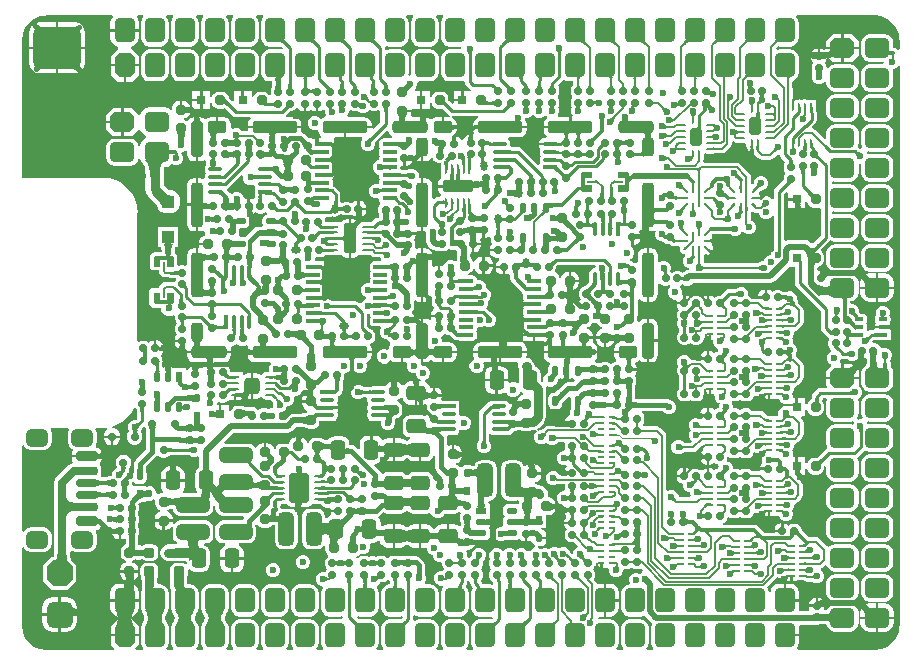
<source format=gbr>
%TF.GenerationSoftware,Altium Limited,Altium Designer,23.9.2 (47)*%
G04 Layer_Physical_Order=1*
G04 Layer_Color=255*
%FSLAX45Y45*%
%MOMM*%
%TF.SameCoordinates,F1AFF133-CB08-443C-B5AD-2193434A7FAF*%
%TF.FilePolarity,Positive*%
%TF.FileFunction,Copper,L1,Top,Signal*%
%TF.Part,Single*%
G01*
G75*
%TA.AperFunction,SMDPad,CuDef*%
G04:AMPARAMS|DCode=10|XSize=2.8mm|YSize=1.3mm|CornerRadius=0.325mm|HoleSize=0mm|Usage=FLASHONLY|Rotation=90.000|XOffset=0mm|YOffset=0mm|HoleType=Round|Shape=RoundedRectangle|*
%AMROUNDEDRECTD10*
21,1,2.80000,0.65000,0,0,90.0*
21,1,2.15000,1.30000,0,0,90.0*
1,1,0.65000,0.32500,1.07500*
1,1,0.65000,0.32500,-1.07500*
1,1,0.65000,-0.32500,-1.07500*
1,1,0.65000,-0.32500,1.07500*
%
%ADD10ROUNDEDRECTD10*%
G04:AMPARAMS|DCode=11|XSize=1.65mm|YSize=1.25mm|CornerRadius=0.3125mm|HoleSize=0mm|Usage=FLASHONLY|Rotation=90.000|XOffset=0mm|YOffset=0mm|HoleType=Round|Shape=RoundedRectangle|*
%AMROUNDEDRECTD11*
21,1,1.65000,0.62500,0,0,90.0*
21,1,1.02500,1.25000,0,0,90.0*
1,1,0.62500,0.31250,0.51250*
1,1,0.62500,0.31250,-0.51250*
1,1,0.62500,-0.31250,-0.51250*
1,1,0.62500,-0.31250,0.51250*
%
%ADD11ROUNDEDRECTD11*%
G04:AMPARAMS|DCode=12|XSize=0.6mm|YSize=0.6mm|CornerRadius=0.15mm|HoleSize=0mm|Usage=FLASHONLY|Rotation=180.000|XOffset=0mm|YOffset=0mm|HoleType=Round|Shape=RoundedRectangle|*
%AMROUNDEDRECTD12*
21,1,0.60000,0.30000,0,0,180.0*
21,1,0.30000,0.60000,0,0,180.0*
1,1,0.30000,-0.15000,0.15000*
1,1,0.30000,0.15000,0.15000*
1,1,0.30000,0.15000,-0.15000*
1,1,0.30000,-0.15000,-0.15000*
%
%ADD12ROUNDEDRECTD12*%
G04:AMPARAMS|DCode=13|XSize=0.6mm|YSize=0.6mm|CornerRadius=0.15mm|HoleSize=0mm|Usage=FLASHONLY|Rotation=270.000|XOffset=0mm|YOffset=0mm|HoleType=Round|Shape=RoundedRectangle|*
%AMROUNDEDRECTD13*
21,1,0.60000,0.30000,0,0,270.0*
21,1,0.30000,0.60000,0,0,270.0*
1,1,0.30000,-0.15000,-0.15000*
1,1,0.30000,-0.15000,0.15000*
1,1,0.30000,0.15000,0.15000*
1,1,0.30000,0.15000,-0.15000*
%
%ADD13ROUNDEDRECTD13*%
%ADD14R,0.58000X0.22000*%
G04:AMPARAMS|DCode=15|XSize=0.22mm|YSize=0.58mm|CornerRadius=0.055mm|HoleSize=0mm|Usage=FLASHONLY|Rotation=90.000|XOffset=0mm|YOffset=0mm|HoleType=Round|Shape=RoundedRectangle|*
%AMROUNDEDRECTD15*
21,1,0.22000,0.47000,0,0,90.0*
21,1,0.11000,0.58000,0,0,90.0*
1,1,0.11000,0.23500,0.05500*
1,1,0.11000,0.23500,-0.05500*
1,1,0.11000,-0.23500,-0.05500*
1,1,0.11000,-0.23500,0.05500*
%
%ADD15ROUNDEDRECTD15*%
G04:AMPARAMS|DCode=16|XSize=0.54mm|YSize=0.22mm|CornerRadius=0mm|HoleSize=0mm|Usage=FLASHONLY|Rotation=315.000|XOffset=0mm|YOffset=0mm|HoleType=Round|Shape=Round|*
%AMOVALD16*
21,1,0.32000,0.22000,0.00000,0.00000,315.0*
1,1,0.22000,-0.11314,0.11314*
1,1,0.22000,0.11314,-0.11314*
%
%ADD16OVALD16*%

%ADD17O,0.22000X0.45000*%
G04:AMPARAMS|DCode=18|XSize=0.54mm|YSize=0.22mm|CornerRadius=0mm|HoleSize=0mm|Usage=FLASHONLY|Rotation=225.000|XOffset=0mm|YOffset=0mm|HoleType=Round|Shape=Round|*
%AMOVALD18*
21,1,0.32000,0.22000,0.00000,0.00000,225.0*
1,1,0.22000,0.11314,0.11314*
1,1,0.22000,-0.11314,-0.11314*
%
%ADD18OVALD18*%

%ADD19O,0.45000X0.22000*%
G04:AMPARAMS|DCode=20|XSize=0.55mm|YSize=0.8mm|CornerRadius=0.1375mm|HoleSize=0mm|Usage=FLASHONLY|Rotation=0.000|XOffset=0mm|YOffset=0mm|HoleType=Round|Shape=RoundedRectangle|*
%AMROUNDEDRECTD20*
21,1,0.55000,0.52500,0,0,0.0*
21,1,0.27500,0.80000,0,0,0.0*
1,1,0.27500,0.13750,-0.26250*
1,1,0.27500,-0.13750,-0.26250*
1,1,0.27500,-0.13750,0.26250*
1,1,0.27500,0.13750,0.26250*
%
%ADD20ROUNDEDRECTD20*%
G04:AMPARAMS|DCode=21|XSize=0.23mm|YSize=0.67mm|CornerRadius=0.0575mm|HoleSize=0mm|Usage=FLASHONLY|Rotation=90.000|XOffset=0mm|YOffset=0mm|HoleType=Round|Shape=RoundedRectangle|*
%AMROUNDEDRECTD21*
21,1,0.23000,0.55500,0,0,90.0*
21,1,0.11500,0.67000,0,0,90.0*
1,1,0.11500,0.27750,0.05750*
1,1,0.11500,0.27750,-0.05750*
1,1,0.11500,-0.27750,-0.05750*
1,1,0.11500,-0.27750,0.05750*
%
%ADD21ROUNDEDRECTD21*%
G04:AMPARAMS|DCode=22|XSize=0.23mm|YSize=0.67mm|CornerRadius=0.0575mm|HoleSize=0mm|Usage=FLASHONLY|Rotation=0.000|XOffset=0mm|YOffset=0mm|HoleType=Round|Shape=RoundedRectangle|*
%AMROUNDEDRECTD22*
21,1,0.23000,0.55500,0,0,0.0*
21,1,0.11500,0.67000,0,0,0.0*
1,1,0.11500,0.05750,-0.27750*
1,1,0.11500,-0.05750,-0.27750*
1,1,0.11500,-0.05750,0.27750*
1,1,0.11500,0.05750,0.27750*
%
%ADD22ROUNDEDRECTD22*%
G04:AMPARAMS|DCode=23|XSize=1mm|YSize=1.5mm|CornerRadius=0.25mm|HoleSize=0mm|Usage=FLASHONLY|Rotation=0.000|XOffset=0mm|YOffset=0mm|HoleType=Round|Shape=RoundedRectangle|*
%AMROUNDEDRECTD23*
21,1,1.00000,1.00000,0,0,0.0*
21,1,0.50000,1.50000,0,0,0.0*
1,1,0.50000,0.25000,-0.50000*
1,1,0.50000,-0.25000,-0.50000*
1,1,0.50000,-0.25000,0.50000*
1,1,0.50000,0.25000,0.50000*
%
%ADD23ROUNDEDRECTD23*%
G04:AMPARAMS|DCode=24|XSize=0.23mm|YSize=0.7mm|CornerRadius=0.0575mm|HoleSize=0mm|Usage=FLASHONLY|Rotation=90.000|XOffset=0mm|YOffset=0mm|HoleType=Round|Shape=RoundedRectangle|*
%AMROUNDEDRECTD24*
21,1,0.23000,0.58500,0,0,90.0*
21,1,0.11500,0.70000,0,0,90.0*
1,1,0.11500,0.29250,0.05750*
1,1,0.11500,0.29250,-0.05750*
1,1,0.11500,-0.29250,-0.05750*
1,1,0.11500,-0.29250,0.05750*
%
%ADD24ROUNDEDRECTD24*%
G04:AMPARAMS|DCode=25|XSize=2.5mm|YSize=1.65mm|CornerRadius=0.165mm|HoleSize=0mm|Usage=FLASHONLY|Rotation=90.000|XOffset=0mm|YOffset=0mm|HoleType=Round|Shape=RoundedRectangle|*
%AMROUNDEDRECTD25*
21,1,2.50000,1.32000,0,0,90.0*
21,1,2.17000,1.65000,0,0,90.0*
1,1,0.33000,0.66000,1.08500*
1,1,0.33000,0.66000,-1.08500*
1,1,0.33000,-0.66000,-1.08500*
1,1,0.33000,-0.66000,1.08500*
%
%ADD25ROUNDEDRECTD25*%
%ADD26R,0.70000X0.23000*%
%ADD27R,1.15000X0.35000*%
G04:AMPARAMS|DCode=28|XSize=0.35mm|YSize=1.15mm|CornerRadius=0.0875mm|HoleSize=0mm|Usage=FLASHONLY|Rotation=90.000|XOffset=0mm|YOffset=0mm|HoleType=Round|Shape=RoundedRectangle|*
%AMROUNDEDRECTD28*
21,1,0.35000,0.97500,0,0,90.0*
21,1,0.17500,1.15000,0,0,90.0*
1,1,0.17500,0.48750,0.08750*
1,1,0.17500,0.48750,-0.08750*
1,1,0.17500,-0.48750,-0.08750*
1,1,0.17500,-0.48750,0.08750*
%
%ADD28ROUNDEDRECTD28*%
G04:AMPARAMS|DCode=29|XSize=0.55mm|YSize=0.9mm|CornerRadius=0.1375mm|HoleSize=0mm|Usage=FLASHONLY|Rotation=90.000|XOffset=0mm|YOffset=0mm|HoleType=Round|Shape=RoundedRectangle|*
%AMROUNDEDRECTD29*
21,1,0.55000,0.62500,0,0,90.0*
21,1,0.27500,0.90000,0,0,90.0*
1,1,0.27500,0.31250,0.13750*
1,1,0.27500,0.31250,-0.13750*
1,1,0.27500,-0.31250,-0.13750*
1,1,0.27500,-0.31250,0.13750*
%
%ADD29ROUNDEDRECTD29*%
%ADD30R,0.90000X0.55000*%
G04:AMPARAMS|DCode=31|XSize=0.55mm|YSize=0.9mm|CornerRadius=0.1375mm|HoleSize=0mm|Usage=FLASHONLY|Rotation=0.000|XOffset=0mm|YOffset=0mm|HoleType=Round|Shape=RoundedRectangle|*
%AMROUNDEDRECTD31*
21,1,0.55000,0.62500,0,0,0.0*
21,1,0.27500,0.90000,0,0,0.0*
1,1,0.27500,0.13750,-0.31250*
1,1,0.27500,-0.13750,-0.31250*
1,1,0.27500,-0.13750,0.31250*
1,1,0.27500,0.13750,0.31250*
%
%ADD31ROUNDEDRECTD31*%
%ADD32R,0.55000X0.90000*%
G04:AMPARAMS|DCode=33|XSize=1.4mm|YSize=1.3mm|CornerRadius=0.325mm|HoleSize=0mm|Usage=FLASHONLY|Rotation=90.000|XOffset=0mm|YOffset=0mm|HoleType=Round|Shape=RoundedRectangle|*
%AMROUNDEDRECTD33*
21,1,1.40000,0.65000,0,0,90.0*
21,1,0.75000,1.30000,0,0,90.0*
1,1,0.65000,0.32500,0.37500*
1,1,0.65000,0.32500,-0.37500*
1,1,0.65000,-0.32500,-0.37500*
1,1,0.65000,-0.32500,0.37500*
%
%ADD33ROUNDEDRECTD33*%
%ADD34R,0.70000X0.33000*%
G04:AMPARAMS|DCode=35|XSize=0.33mm|YSize=0.7mm|CornerRadius=0.0825mm|HoleSize=0mm|Usage=FLASHONLY|Rotation=270.000|XOffset=0mm|YOffset=0mm|HoleType=Round|Shape=RoundedRectangle|*
%AMROUNDEDRECTD35*
21,1,0.33000,0.53500,0,0,270.0*
21,1,0.16500,0.70000,0,0,270.0*
1,1,0.16500,-0.26750,-0.08250*
1,1,0.16500,-0.26750,0.08250*
1,1,0.16500,0.26750,0.08250*
1,1,0.16500,0.26750,-0.08250*
%
%ADD35ROUNDEDRECTD35*%
%ADD36R,0.25000X0.70000*%
G04:AMPARAMS|DCode=37|XSize=0.25mm|YSize=0.7mm|CornerRadius=0.0625mm|HoleSize=0mm|Usage=FLASHONLY|Rotation=0.000|XOffset=0mm|YOffset=0mm|HoleType=Round|Shape=RoundedRectangle|*
%AMROUNDEDRECTD37*
21,1,0.25000,0.57500,0,0,0.0*
21,1,0.12500,0.70000,0,0,0.0*
1,1,0.12500,0.06250,-0.28750*
1,1,0.12500,-0.06250,-0.28750*
1,1,0.12500,-0.06250,0.28750*
1,1,0.12500,0.06250,0.28750*
%
%ADD37ROUNDEDRECTD37*%
G04:AMPARAMS|DCode=38|XSize=0.55mm|YSize=0.8mm|CornerRadius=0.1375mm|HoleSize=0mm|Usage=FLASHONLY|Rotation=270.000|XOffset=0mm|YOffset=0mm|HoleType=Round|Shape=RoundedRectangle|*
%AMROUNDEDRECTD38*
21,1,0.55000,0.52500,0,0,270.0*
21,1,0.27500,0.80000,0,0,270.0*
1,1,0.27500,-0.26250,-0.13750*
1,1,0.27500,-0.26250,0.13750*
1,1,0.27500,0.26250,0.13750*
1,1,0.27500,0.26250,-0.13750*
%
%ADD38ROUNDEDRECTD38*%
%ADD39R,1.20000X0.35000*%
G04:AMPARAMS|DCode=40|XSize=0.35mm|YSize=1.2mm|CornerRadius=0.0875mm|HoleSize=0mm|Usage=FLASHONLY|Rotation=90.000|XOffset=0mm|YOffset=0mm|HoleType=Round|Shape=RoundedRectangle|*
%AMROUNDEDRECTD40*
21,1,0.35000,1.02500,0,0,90.0*
21,1,0.17500,1.20000,0,0,90.0*
1,1,0.17500,0.51250,0.08750*
1,1,0.17500,0.51250,-0.08750*
1,1,0.17500,-0.51250,-0.08750*
1,1,0.17500,-0.51250,0.08750*
%
%ADD40ROUNDEDRECTD40*%
G04:AMPARAMS|DCode=41|XSize=2.55mm|YSize=1.1mm|CornerRadius=0.275mm|HoleSize=0mm|Usage=FLASHONLY|Rotation=90.000|XOffset=0mm|YOffset=0mm|HoleType=Round|Shape=RoundedRectangle|*
%AMROUNDEDRECTD41*
21,1,2.55000,0.55000,0,0,90.0*
21,1,2.00000,1.10000,0,0,90.0*
1,1,0.55000,0.27500,1.00000*
1,1,0.55000,0.27500,-1.00000*
1,1,0.55000,-0.27500,-1.00000*
1,1,0.55000,-0.27500,1.00000*
%
%ADD41ROUNDEDRECTD41*%
G04:AMPARAMS|DCode=42|XSize=0.23mm|YSize=0.85mm|CornerRadius=0.0575mm|HoleSize=0mm|Usage=FLASHONLY|Rotation=90.000|XOffset=0mm|YOffset=0mm|HoleType=Round|Shape=RoundedRectangle|*
%AMROUNDEDRECTD42*
21,1,0.23000,0.73500,0,0,90.0*
21,1,0.11500,0.85000,0,0,90.0*
1,1,0.11500,0.36750,0.05750*
1,1,0.11500,0.36750,-0.05750*
1,1,0.11500,-0.36750,-0.05750*
1,1,0.11500,-0.36750,0.05750*
%
%ADD42ROUNDEDRECTD42*%
%ADD43R,0.85000X0.23000*%
%ADD44R,0.35000X1.15000*%
G04:AMPARAMS|DCode=45|XSize=0.35mm|YSize=1.15mm|CornerRadius=0.0875mm|HoleSize=0mm|Usage=FLASHONLY|Rotation=180.000|XOffset=0mm|YOffset=0mm|HoleType=Round|Shape=RoundedRectangle|*
%AMROUNDEDRECTD45*
21,1,0.35000,0.97500,0,0,180.0*
21,1,0.17500,1.15000,0,0,180.0*
1,1,0.17500,-0.08750,0.48750*
1,1,0.17500,0.08750,0.48750*
1,1,0.17500,0.08750,-0.48750*
1,1,0.17500,-0.08750,-0.48750*
%
%ADD45ROUNDEDRECTD45*%
G04:AMPARAMS|DCode=46|XSize=2.55mm|YSize=1.1mm|CornerRadius=0.275mm|HoleSize=0mm|Usage=FLASHONLY|Rotation=0.000|XOffset=0mm|YOffset=0mm|HoleType=Round|Shape=RoundedRectangle|*
%AMROUNDEDRECTD46*
21,1,2.55000,0.55000,0,0,0.0*
21,1,2.00000,1.10000,0,0,0.0*
1,1,0.55000,1.00000,-0.27500*
1,1,0.55000,-1.00000,-0.27500*
1,1,0.55000,-1.00000,0.27500*
1,1,0.55000,1.00000,0.27500*
%
%ADD46ROUNDEDRECTD46*%
G04:AMPARAMS|DCode=47|XSize=0.23mm|YSize=0.85mm|CornerRadius=0.0575mm|HoleSize=0mm|Usage=FLASHONLY|Rotation=0.000|XOffset=0mm|YOffset=0mm|HoleType=Round|Shape=RoundedRectangle|*
%AMROUNDEDRECTD47*
21,1,0.23000,0.73500,0,0,0.0*
21,1,0.11500,0.85000,0,0,0.0*
1,1,0.11500,0.05750,-0.36750*
1,1,0.11500,-0.05750,-0.36750*
1,1,0.11500,-0.05750,0.36750*
1,1,0.11500,0.05750,0.36750*
%
%ADD47ROUNDEDRECTD47*%
%ADD48R,0.23000X0.85000*%
%ADD49O,0.80000X0.60000*%
%ADD50O,0.60000X0.80000*%
G04:AMPARAMS|DCode=51|XSize=0.6mm|YSize=0.7mm|CornerRadius=0.15mm|HoleSize=0mm|Usage=FLASHONLY|Rotation=0.000|XOffset=0mm|YOffset=0mm|HoleType=Round|Shape=RoundedRectangle|*
%AMROUNDEDRECTD51*
21,1,0.60000,0.40000,0,0,0.0*
21,1,0.30000,0.70000,0,0,0.0*
1,1,0.30000,0.15000,-0.20000*
1,1,0.30000,-0.15000,-0.20000*
1,1,0.30000,-0.15000,0.20000*
1,1,0.30000,0.15000,0.20000*
%
%ADD51ROUNDEDRECTD51*%
%ADD52O,1.70000X0.30000*%
%ADD53R,0.24000X0.70000*%
%ADD54O,0.30000X1.70000*%
%ADD55R,0.70000X0.24000*%
G04:AMPARAMS|DCode=56|XSize=1.8mm|YSize=0.63mm|CornerRadius=0.1575mm|HoleSize=0mm|Usage=FLASHONLY|Rotation=180.000|XOffset=0mm|YOffset=0mm|HoleType=Round|Shape=RoundedRectangle|*
%AMROUNDEDRECTD56*
21,1,1.80000,0.31500,0,0,180.0*
21,1,1.48500,0.63000,0,0,180.0*
1,1,0.31500,-0.74250,0.15750*
1,1,0.31500,0.74250,0.15750*
1,1,0.31500,0.74250,-0.15750*
1,1,0.31500,-0.74250,-0.15750*
%
%ADD56ROUNDEDRECTD56*%
G04:AMPARAMS|DCode=57|XSize=1.8mm|YSize=0.72mm|CornerRadius=0.18mm|HoleSize=0mm|Usage=FLASHONLY|Rotation=180.000|XOffset=0mm|YOffset=0mm|HoleType=Round|Shape=RoundedRectangle|*
%AMROUNDEDRECTD57*
21,1,1.80000,0.36000,0,0,180.0*
21,1,1.44000,0.72000,0,0,180.0*
1,1,0.36000,-0.72000,0.18000*
1,1,0.36000,0.72000,0.18000*
1,1,0.36000,0.72000,-0.18000*
1,1,0.36000,-0.72000,-0.18000*
%
%ADD57ROUNDEDRECTD57*%
G04:AMPARAMS|DCode=58|XSize=1.8mm|YSize=0.8mm|CornerRadius=0.2mm|HoleSize=0mm|Usage=FLASHONLY|Rotation=180.000|XOffset=0mm|YOffset=0mm|HoleType=Round|Shape=RoundedRectangle|*
%AMROUNDEDRECTD58*
21,1,1.80000,0.40000,0,0,180.0*
21,1,1.40000,0.80000,0,0,180.0*
1,1,0.40000,-0.70000,0.20000*
1,1,0.40000,0.70000,0.20000*
1,1,0.40000,0.70000,-0.20000*
1,1,0.40000,-0.70000,-0.20000*
%
%ADD58ROUNDEDRECTD58*%
%TA.AperFunction,SMDPad,SMDef*%
%ADD59C,0.30000*%
%TA.AperFunction,SMDPad,CuDef*%
G04:AMPARAMS|DCode=60|XSize=3mm|YSize=1mm|CornerRadius=0.25mm|HoleSize=0mm|Usage=FLASHONLY|Rotation=90.000|XOffset=0mm|YOffset=0mm|HoleType=Round|Shape=RoundedRectangle|*
%AMROUNDEDRECTD60*
21,1,3.00000,0.50000,0,0,90.0*
21,1,2.50000,1.00000,0,0,90.0*
1,1,0.50000,0.25000,1.25000*
1,1,0.50000,0.25000,-1.25000*
1,1,0.50000,-0.25000,-1.25000*
1,1,0.50000,-0.25000,1.25000*
%
%ADD60ROUNDEDRECTD60*%
%TA.AperFunction,SMDPad,SMDef*%
G04:AMPARAMS|DCode=61|XSize=3.8mm|YSize=1mm|CornerRadius=0.25mm|HoleSize=0mm|Usage=FLASHONLY|Rotation=90.000|XOffset=0mm|YOffset=0mm|HoleType=Round|Shape=RoundedRectangle|*
%AMROUNDEDRECTD61*
21,1,3.80000,0.50000,0,0,90.0*
21,1,3.30000,1.00000,0,0,90.0*
1,1,0.50000,0.25000,1.65000*
1,1,0.50000,0.25000,-1.65000*
1,1,0.50000,-0.25000,-1.65000*
1,1,0.50000,-0.25000,1.65000*
%
%ADD61ROUNDEDRECTD61*%
%TA.AperFunction,SMDPad,CuDef*%
G04:AMPARAMS|DCode=62|XSize=1.6mm|YSize=1mm|CornerRadius=0.25mm|HoleSize=0mm|Usage=FLASHONLY|Rotation=180.000|XOffset=0mm|YOffset=0mm|HoleType=Round|Shape=RoundedRectangle|*
%AMROUNDEDRECTD62*
21,1,1.60000,0.50000,0,0,180.0*
21,1,1.10000,1.00000,0,0,180.0*
1,1,0.50000,-0.55000,0.25000*
1,1,0.50000,0.55000,0.25000*
1,1,0.50000,0.55000,-0.25000*
1,1,0.50000,-0.55000,-0.25000*
%
%ADD62ROUNDEDRECTD62*%
G04:AMPARAMS|DCode=63|XSize=3mm|YSize=1mm|CornerRadius=0.25mm|HoleSize=0mm|Usage=FLASHONLY|Rotation=0.000|XOffset=0mm|YOffset=0mm|HoleType=Round|Shape=RoundedRectangle|*
%AMROUNDEDRECTD63*
21,1,3.00000,0.50000,0,0,0.0*
21,1,2.50000,1.00000,0,0,0.0*
1,1,0.50000,1.25000,-0.25000*
1,1,0.50000,-1.25000,-0.25000*
1,1,0.50000,-1.25000,0.25000*
1,1,0.50000,1.25000,0.25000*
%
%ADD63ROUNDEDRECTD63*%
%TA.AperFunction,SMDPad,SMDef*%
G04:AMPARAMS|DCode=64|XSize=3.8mm|YSize=1mm|CornerRadius=0.25mm|HoleSize=0mm|Usage=FLASHONLY|Rotation=0.000|XOffset=0mm|YOffset=0mm|HoleType=Round|Shape=RoundedRectangle|*
%AMROUNDEDRECTD64*
21,1,3.80000,0.50000,0,0,0.0*
21,1,3.30000,1.00000,0,0,0.0*
1,1,0.50000,1.65000,-0.25000*
1,1,0.50000,-1.65000,-0.25000*
1,1,0.50000,-1.65000,0.25000*
1,1,0.50000,1.65000,0.25000*
%
%ADD64ROUNDEDRECTD64*%
%TA.AperFunction,SMDPad,CuDef*%
G04:AMPARAMS|DCode=65|XSize=1.6mm|YSize=1mm|CornerRadius=0.25mm|HoleSize=0mm|Usage=FLASHONLY|Rotation=90.000|XOffset=0mm|YOffset=0mm|HoleType=Round|Shape=RoundedRectangle|*
%AMROUNDEDRECTD65*
21,1,1.60000,0.50000,0,0,90.0*
21,1,1.10000,1.00000,0,0,90.0*
1,1,0.50000,0.25000,0.55000*
1,1,0.50000,0.25000,-0.55000*
1,1,0.50000,-0.25000,-0.55000*
1,1,0.50000,-0.25000,0.55000*
%
%ADD65ROUNDEDRECTD65*%
G04:AMPARAMS|DCode=66|XSize=2.8mm|YSize=1.3mm|CornerRadius=0.325mm|HoleSize=0mm|Usage=FLASHONLY|Rotation=0.000|XOffset=0mm|YOffset=0mm|HoleType=Round|Shape=RoundedRectangle|*
%AMROUNDEDRECTD66*
21,1,2.80000,0.65000,0,0,0.0*
21,1,2.15000,1.30000,0,0,0.0*
1,1,0.65000,1.07500,-0.32500*
1,1,0.65000,-1.07500,-0.32500*
1,1,0.65000,-1.07500,0.32500*
1,1,0.65000,1.07500,0.32500*
%
%ADD66ROUNDEDRECTD66*%
G04:AMPARAMS|DCode=67|XSize=0.9mm|YSize=0.8mm|CornerRadius=0.2mm|HoleSize=0mm|Usage=FLASHONLY|Rotation=0.000|XOffset=0mm|YOffset=0mm|HoleType=Round|Shape=RoundedRectangle|*
%AMROUNDEDRECTD67*
21,1,0.90000,0.40000,0,0,0.0*
21,1,0.50000,0.80000,0,0,0.0*
1,1,0.40000,0.25000,-0.20000*
1,1,0.40000,-0.25000,-0.20000*
1,1,0.40000,-0.25000,0.20000*
1,1,0.40000,0.25000,0.20000*
%
%ADD67ROUNDEDRECTD67*%
G04:AMPARAMS|DCode=68|XSize=0.8mm|YSize=0.8mm|CornerRadius=0.2mm|HoleSize=0mm|Usage=FLASHONLY|Rotation=90.000|XOffset=0mm|YOffset=0mm|HoleType=Round|Shape=RoundedRectangle|*
%AMROUNDEDRECTD68*
21,1,0.80000,0.40000,0,0,90.0*
21,1,0.40000,0.80000,0,0,90.0*
1,1,0.40000,0.20000,0.20000*
1,1,0.40000,0.20000,-0.20000*
1,1,0.40000,-0.20000,-0.20000*
1,1,0.40000,-0.20000,0.20000*
%
%ADD68ROUNDEDRECTD68*%
%ADD69R,0.80000X0.80000*%
%ADD70R,0.50000X0.70000*%
G04:AMPARAMS|DCode=71|XSize=0.5mm|YSize=0.7mm|CornerRadius=0.125mm|HoleSize=0mm|Usage=FLASHONLY|Rotation=180.000|XOffset=0mm|YOffset=0mm|HoleType=Round|Shape=RoundedRectangle|*
%AMROUNDEDRECTD71*
21,1,0.50000,0.45000,0,0,180.0*
21,1,0.25000,0.70000,0,0,180.0*
1,1,0.25000,-0.12500,0.22500*
1,1,0.25000,0.12500,0.22500*
1,1,0.25000,0.12500,-0.22500*
1,1,0.25000,-0.12500,-0.22500*
%
%ADD71ROUNDEDRECTD71*%
%ADD72R,1.10000X1.10000*%
G04:AMPARAMS|DCode=73|XSize=1.1mm|YSize=1.1mm|CornerRadius=0.275mm|HoleSize=0mm|Usage=FLASHONLY|Rotation=180.000|XOffset=0mm|YOffset=0mm|HoleType=Round|Shape=RoundedRectangle|*
%AMROUNDEDRECTD73*
21,1,1.10000,0.55000,0,0,180.0*
21,1,0.55000,1.10000,0,0,180.0*
1,1,0.55000,-0.27500,0.27500*
1,1,0.55000,0.27500,0.27500*
1,1,0.55000,0.27500,-0.27500*
1,1,0.55000,-0.27500,-0.27500*
%
%ADD73ROUNDEDRECTD73*%
G04:AMPARAMS|DCode=74|XSize=0.8mm|YSize=0.8mm|CornerRadius=0.2mm|HoleSize=0mm|Usage=FLASHONLY|Rotation=180.000|XOffset=0mm|YOffset=0mm|HoleType=Round|Shape=RoundedRectangle|*
%AMROUNDEDRECTD74*
21,1,0.80000,0.40000,0,0,180.0*
21,1,0.40000,0.80000,0,0,180.0*
1,1,0.40000,-0.20000,0.20000*
1,1,0.40000,0.20000,0.20000*
1,1,0.40000,0.20000,-0.20000*
1,1,0.40000,-0.20000,-0.20000*
%
%ADD74ROUNDEDRECTD74*%
G04:AMPARAMS|DCode=75|XSize=1.65mm|YSize=1.25mm|CornerRadius=0.3125mm|HoleSize=0mm|Usage=FLASHONLY|Rotation=0.000|XOffset=0mm|YOffset=0mm|HoleType=Round|Shape=RoundedRectangle|*
%AMROUNDEDRECTD75*
21,1,1.65000,0.62500,0,0,0.0*
21,1,1.02500,1.25000,0,0,0.0*
1,1,0.62500,0.51250,-0.31250*
1,1,0.62500,-0.51250,-0.31250*
1,1,0.62500,-0.51250,0.31250*
1,1,0.62500,0.51250,0.31250*
%
%ADD75ROUNDEDRECTD75*%
%TA.AperFunction,Conductor*%
%ADD76C,0.25000*%
%ADD77C,0.40000*%
%ADD78C,0.22000*%
%ADD79C,0.15000*%
%ADD80C,0.20000*%
%ADD81C,0.50000*%
%ADD82C,0.70000*%
%ADD83C,0.35000*%
%ADD84C,0.30000*%
%ADD85C,0.23000*%
%ADD86C,0.24000*%
%TA.AperFunction,NonConductor*%
%ADD87C,0.30000*%
%TA.AperFunction,Conductor*%
%ADD88C,0.12000*%
%ADD89C,0.17000*%
%ADD90C,0.19000*%
%ADD91C,0.75000*%
%ADD92C,0.60000*%
%ADD93C,0.80000*%
%ADD94C,1.00000*%
%TA.AperFunction,ComponentPad*%
G04:AMPARAMS|DCode=95|XSize=1.7mm|YSize=2.1mm|CornerRadius=0.425mm|HoleSize=0mm|Usage=FLASHONLY|Rotation=270.000|XOffset=0mm|YOffset=0mm|HoleType=Round|Shape=RoundedRectangle|*
%AMROUNDEDRECTD95*
21,1,1.70000,1.25001,0,0,270.0*
21,1,0.85000,2.10000,0,0,270.0*
1,1,0.85000,-0.62500,-0.42500*
1,1,0.85000,-0.62500,0.42500*
1,1,0.85000,0.62500,0.42500*
1,1,0.85000,0.62500,-0.42500*
%
%ADD95ROUNDEDRECTD95*%
G04:AMPARAMS|DCode=96|XSize=1.7mm|YSize=2.1mm|CornerRadius=0mm|HoleSize=0mm|Usage=FLASHONLY|Rotation=270.000|XOffset=0mm|YOffset=0mm|HoleType=Round|Shape=Octagon|*
%AMOCTAGOND96*
4,1,8,1.05000,0.42500,1.05000,-0.42500,0.62500,-0.85000,-0.62500,-0.85000,-1.05000,-0.42500,-1.05000,0.42500,-0.62500,0.85000,0.62500,0.85000,1.05000,0.42500,0.0*
%
%ADD96OCTAGOND96*%

G04:AMPARAMS|DCode=97|XSize=1.7mm|YSize=2.1mm|CornerRadius=0mm|HoleSize=0mm|Usage=FLASHONLY|Rotation=0.000|XOffset=0mm|YOffset=0mm|HoleType=Round|Shape=Octagon|*
%AMOCTAGOND97*
4,1,8,-0.42500,1.05000,0.42500,1.05000,0.85000,0.62500,0.85000,-0.62500,0.42500,-1.05000,-0.42500,-1.05000,-0.85000,-0.62500,-0.85000,0.62500,-0.42500,1.05000,0.0*
%
%ADD97OCTAGOND97*%

G04:AMPARAMS|DCode=98|XSize=1.7mm|YSize=2.1mm|CornerRadius=0.425mm|HoleSize=0mm|Usage=FLASHONLY|Rotation=0.000|XOffset=0mm|YOffset=0mm|HoleType=Round|Shape=RoundedRectangle|*
%AMROUNDEDRECTD98*
21,1,1.70000,1.25001,0,0,0.0*
21,1,0.85000,2.10000,0,0,0.0*
1,1,0.85000,0.42500,-0.62500*
1,1,0.85000,-0.42500,-0.62500*
1,1,0.85000,-0.42500,0.62500*
1,1,0.85000,0.42500,0.62500*
%
%ADD98ROUNDEDRECTD98*%
G04:AMPARAMS|DCode=99|XSize=1.8mm|YSize=1.45mm|CornerRadius=0.3625mm|HoleSize=0mm|Usage=FLASHONLY|Rotation=180.000|XOffset=0mm|YOffset=0mm|HoleType=Round|Shape=RoundedRectangle|*
%AMROUNDEDRECTD99*
21,1,1.80000,0.72500,0,0,180.0*
21,1,1.07500,1.45000,0,0,180.0*
1,1,0.72500,-0.53750,0.36250*
1,1,0.72500,0.53750,0.36250*
1,1,0.72500,0.53750,-0.36250*
1,1,0.72500,-0.53750,-0.36250*
%
%ADD99ROUNDEDRECTD99*%
G04:AMPARAMS|DCode=100|XSize=4mm|YSize=3.6mm|CornerRadius=0.54mm|HoleSize=0mm|Usage=FLASHONLY|Rotation=0.000|XOffset=0mm|YOffset=0mm|HoleType=Round|Shape=RoundedRectangle|*
%AMROUNDEDRECTD100*
21,1,4.00000,2.52000,0,0,0.0*
21,1,2.92000,3.60000,0,0,0.0*
1,1,1.08000,1.46000,-1.26000*
1,1,1.08000,-1.46000,-1.26000*
1,1,1.08000,-1.46000,1.26000*
1,1,1.08000,1.46000,1.26000*
%
%ADD100ROUNDEDRECTD100*%
G04:AMPARAMS|DCode=101|XSize=2.2mm|YSize=2.2mm|CornerRadius=0.55mm|HoleSize=0mm|Usage=FLASHONLY|Rotation=270.000|XOffset=0mm|YOffset=0mm|HoleType=Round|Shape=RoundedRectangle|*
%AMROUNDEDRECTD101*
21,1,2.20000,1.10000,0,0,270.0*
21,1,1.10000,2.20000,0,0,270.0*
1,1,1.10000,-0.55000,-0.55000*
1,1,1.10000,-0.55000,0.55000*
1,1,1.10000,0.55000,0.55000*
1,1,1.10000,0.55000,-0.55000*
%
%ADD101ROUNDEDRECTD101*%
G04:AMPARAMS|DCode=102|XSize=2.2mm|YSize=2.2mm|CornerRadius=0mm|HoleSize=0mm|Usage=FLASHONLY|Rotation=270.000|XOffset=0mm|YOffset=0mm|HoleType=Round|Shape=Octagon|*
%AMOCTAGOND102*
4,1,8,-0.55000,-1.10000,0.55000,-1.10000,1.10000,-0.55000,1.10000,0.55000,0.55000,1.10000,-0.55000,1.10000,-1.10000,0.55000,-1.10000,-0.55000,-0.55000,-1.10000,0.0*
%
%ADD102OCTAGOND102*%

%TA.AperFunction,ViaPad*%
%ADD103C,0.60000*%
G36*
X7560322Y5189773D02*
X7559154Y5190590D01*
X7557739Y5190949D01*
X7556075Y5190852D01*
X7554164Y5190298D01*
X7552005Y5189288D01*
X7549599Y5187822D01*
X7546946Y5185899D01*
X7544044Y5183519D01*
X7537498Y5177391D01*
X7526891Y5187997D01*
X7530184Y5191394D01*
X7535399Y5197445D01*
X7537322Y5200099D01*
X7538789Y5202505D01*
X7539798Y5204664D01*
X7540352Y5206575D01*
X7540449Y5208238D01*
X7540090Y5209654D01*
X7539274Y5210822D01*
X7560322Y5189773D01*
D02*
G37*
G36*
X7306322D02*
X7305154Y5190590D01*
X7303739Y5190949D01*
X7302075Y5190852D01*
X7300164Y5190298D01*
X7298005Y5189288D01*
X7295599Y5187822D01*
X7292946Y5185899D01*
X7290044Y5183519D01*
X7283498Y5177391D01*
X7272891Y5187997D01*
X7276184Y5191394D01*
X7281399Y5197445D01*
X7283322Y5200099D01*
X7284789Y5202505D01*
X7285798Y5204664D01*
X7286352Y5206575D01*
X7286449Y5208238D01*
X7286090Y5209654D01*
X7285274Y5210822D01*
X7306322Y5189773D01*
D02*
G37*
G36*
X7052322D02*
X7051154Y5190590D01*
X7049739Y5190949D01*
X7048075Y5190852D01*
X7046164Y5190298D01*
X7044005Y5189288D01*
X7041599Y5187822D01*
X7038946Y5185899D01*
X7036044Y5183519D01*
X7029498Y5177391D01*
X7018891Y5187997D01*
X7022184Y5191394D01*
X7027399Y5197445D01*
X7029322Y5200099D01*
X7030789Y5202505D01*
X7031798Y5204664D01*
X7032352Y5206575D01*
X7032449Y5208238D01*
X7032090Y5209654D01*
X7031274Y5210822D01*
X7052322Y5189773D01*
D02*
G37*
G36*
X6803322Y5187702D02*
X6801753Y5188789D01*
X6799841Y5189253D01*
X6797585Y5189094D01*
X6794987Y5188313D01*
X6792046Y5186909D01*
X6788762Y5184883D01*
X6785135Y5182234D01*
X6781164Y5178963D01*
X6772195Y5170553D01*
X6758053Y5184695D01*
X6762569Y5189351D01*
X6769734Y5197634D01*
X6772383Y5201261D01*
X6774410Y5204546D01*
X6775813Y5207487D01*
X6776595Y5210085D01*
X6776753Y5212340D01*
X6776289Y5214252D01*
X6775203Y5215822D01*
X6803322Y5187702D01*
D02*
G37*
G36*
X5285174Y5186581D02*
X5283207Y5187923D01*
X5280788Y5188465D01*
X5277918Y5188207D01*
X5274597Y5187149D01*
X5270824Y5185292D01*
X5266600Y5182636D01*
X5261924Y5179179D01*
X5256797Y5174923D01*
X5245189Y5164011D01*
X5227511Y5181689D01*
X5233367Y5187718D01*
X5242679Y5198424D01*
X5246136Y5203100D01*
X5248792Y5207324D01*
X5250650Y5211097D01*
X5251707Y5214418D01*
X5251965Y5217288D01*
X5251423Y5219707D01*
X5250081Y5221674D01*
X5285174Y5186581D01*
D02*
G37*
G36*
X6431711Y5214252D02*
X6431247Y5212340D01*
X6431405Y5210085D01*
X6432187Y5207487D01*
X6433590Y5204546D01*
X6435617Y5201261D01*
X6438266Y5197634D01*
X6441537Y5193664D01*
X6449947Y5184695D01*
X6435805Y5170553D01*
X6431149Y5175069D01*
X6422865Y5182234D01*
X6419238Y5184883D01*
X6415954Y5186909D01*
X6413013Y5188313D01*
X6410415Y5189094D01*
X6408159Y5189253D01*
X6406247Y5188789D01*
X6404678Y5187702D01*
X6432797Y5215822D01*
X6431711Y5214252D01*
D02*
G37*
G36*
X6177711D02*
X6177247Y5212340D01*
X6177405Y5210085D01*
X6178187Y5207487D01*
X6179590Y5204546D01*
X6181617Y5201261D01*
X6184266Y5197634D01*
X6187537Y5193664D01*
X6195947Y5184695D01*
X6181805Y5170553D01*
X6177149Y5175069D01*
X6168865Y5182234D01*
X6165238Y5184883D01*
X6161954Y5186909D01*
X6159013Y5188313D01*
X6156415Y5189094D01*
X6154159Y5189253D01*
X6152247Y5188789D01*
X6150678Y5187702D01*
X6178797Y5215822D01*
X6177711Y5214252D01*
D02*
G37*
G36*
X5923711D02*
X5923247Y5212340D01*
X5923405Y5210085D01*
X5924187Y5207487D01*
X5925590Y5204546D01*
X5927617Y5201261D01*
X5930266Y5197634D01*
X5933537Y5193664D01*
X5941947Y5184695D01*
X5927805Y5170553D01*
X5923149Y5175069D01*
X5914865Y5182234D01*
X5911238Y5184883D01*
X5907954Y5186909D01*
X5905013Y5188313D01*
X5902415Y5189094D01*
X5900159Y5189253D01*
X5898247Y5188789D01*
X5896678Y5187702D01*
X5924797Y5215822D01*
X5923711Y5214252D01*
D02*
G37*
G36*
X4146577Y5219707D02*
X4146035Y5217288D01*
X4146293Y5214418D01*
X4147350Y5211097D01*
X4149208Y5207324D01*
X4151864Y5203100D01*
X4155321Y5198424D01*
X4159577Y5193297D01*
X4170489Y5181689D01*
X4152811Y5164011D01*
X4146781Y5169867D01*
X4136076Y5179179D01*
X4131400Y5182636D01*
X4127176Y5185292D01*
X4123403Y5187149D01*
X4120082Y5188207D01*
X4117212Y5188465D01*
X4114793Y5187923D01*
X4112826Y5186581D01*
X4147919Y5221674D01*
X4146577Y5219707D01*
D02*
G37*
G36*
X3892577D02*
X3892035Y5217288D01*
X3892293Y5214418D01*
X3893350Y5211097D01*
X3895208Y5207324D01*
X3897864Y5203100D01*
X3901321Y5198424D01*
X3905577Y5193297D01*
X3916489Y5181689D01*
X3898811Y5164011D01*
X3892781Y5169867D01*
X3882076Y5179179D01*
X3877400Y5182636D01*
X3873176Y5185292D01*
X3869403Y5187149D01*
X3866082Y5188207D01*
X3863212Y5188465D01*
X3860793Y5187923D01*
X3858826Y5186581D01*
X3893919Y5221674D01*
X3892577Y5219707D01*
D02*
G37*
G36*
X3638577D02*
X3638035Y5217288D01*
X3638293Y5214418D01*
X3639350Y5211097D01*
X3641208Y5207324D01*
X3643864Y5203100D01*
X3647321Y5198424D01*
X3651577Y5193297D01*
X3662489Y5181689D01*
X3644811Y5164011D01*
X3638781Y5169867D01*
X3628076Y5179179D01*
X3623400Y5182636D01*
X3619176Y5185292D01*
X3615403Y5187149D01*
X3612082Y5188207D01*
X3609212Y5188465D01*
X3606793Y5187923D01*
X3604826Y5186581D01*
X3639919Y5221674D01*
X3638577Y5219707D01*
D02*
G37*
G36*
X3384577D02*
X3384035Y5217288D01*
X3384293Y5214418D01*
X3385350Y5211097D01*
X3387208Y5207324D01*
X3389864Y5203100D01*
X3393321Y5198424D01*
X3397577Y5193297D01*
X3408489Y5181689D01*
X3390811Y5164011D01*
X3384781Y5169867D01*
X3374076Y5179179D01*
X3369400Y5182636D01*
X3365176Y5185292D01*
X3361403Y5187149D01*
X3358082Y5188207D01*
X3355212Y5188465D01*
X3352793Y5187923D01*
X3350826Y5186581D01*
X3385919Y5221674D01*
X3384577Y5219707D01*
D02*
G37*
G36*
X4729083Y5402056D02*
X4715207Y5381288D01*
X4709580Y5353000D01*
Y5228000D01*
X4715207Y5199712D01*
X4731231Y5175730D01*
X4755212Y5159706D01*
X4783500Y5154080D01*
X4868500D01*
X4870336Y5154445D01*
X4882749Y5143858D01*
X4868582Y5132904D01*
X4868500Y5132920D01*
X4783500D01*
X4755212Y5127294D01*
X4731231Y5111270D01*
X4715207Y5087288D01*
X4709580Y5059000D01*
Y4934000D01*
X4715207Y4905712D01*
X4731231Y4881730D01*
X4755212Y4865707D01*
X4783500Y4860080D01*
X4868500D01*
X4894154Y4865183D01*
X4904357Y4859965D01*
X4909432Y4856115D01*
X4912453Y4840929D01*
X4921846Y4826871D01*
X4949360Y4799357D01*
X4963417Y4789964D01*
X4961760Y4775000D01*
X4900000D01*
Y4700000D01*
X4890000D01*
Y4690000D01*
X4815000D01*
Y4675878D01*
X4801142Y4670138D01*
X4790670Y4680610D01*
X4790641Y4680653D01*
X4781586Y4689708D01*
X4779788Y4691575D01*
X4772200Y4700319D01*
X4770980Y4701911D01*
Y4720000D01*
X4767099Y4739509D01*
X4756048Y4756048D01*
X4739509Y4767099D01*
X4720000Y4770980D01*
X4680000D01*
X4660491Y4767099D01*
X4643952Y4756048D01*
X4632901Y4739509D01*
X4630000Y4724923D01*
X4615000Y4726400D01*
Y4775000D01*
X4550000D01*
Y4699999D01*
Y4625000D01*
X4615000D01*
Y4673600D01*
X4630000Y4675077D01*
X4632901Y4660491D01*
X4643952Y4643952D01*
X4660491Y4632901D01*
X4680000Y4629020D01*
X4719140D01*
X4723433Y4625298D01*
X4729333Y4619398D01*
X4729360Y4619358D01*
X4769359Y4579359D01*
X4783416Y4569966D01*
X4780000Y4556175D01*
X4735000D01*
Y4479999D01*
X4803885D01*
Y4499940D01*
X4804348Y4497102D01*
X4805737Y4494562D01*
X4808052Y4492321D01*
X4811292Y4490379D01*
X4815459Y4488735D01*
X4820551Y4487390D01*
X4826569Y4486345D01*
X4833513Y4485598D01*
X4841175Y4485323D01*
Y4495000D01*
X4836519Y4518411D01*
X4823257Y4538257D01*
X4803411Y4551519D01*
X4802663Y4551668D01*
X4804140Y4566668D01*
X5020860D01*
X5022337Y4551668D01*
X5021589Y4551519D01*
X5001743Y4538257D01*
X4988481Y4518411D01*
X4983825Y4495000D01*
Y4480000D01*
X4993000D01*
Y4483943D01*
X4998154Y4483972D01*
X5017684Y4485355D01*
X5019041Y4485787D01*
X5019855Y4486277D01*
X5020126Y4486824D01*
Y4480000D01*
X5436175D01*
Y4495000D01*
X5431519Y4518411D01*
X5420435Y4534999D01*
X5424390Y4546419D01*
X5427080Y4549999D01*
X5441937D01*
X5463989Y4559133D01*
X5475810Y4570954D01*
X5485409Y4574387D01*
X5495009Y4570954D01*
X5506830Y4559133D01*
X5528882Y4549999D01*
X5552752D01*
X5574804Y4559133D01*
X5585610Y4569939D01*
X5595409Y4574338D01*
X5605208Y4569939D01*
X5610675Y4564472D01*
X5609586Y4547444D01*
X5609060Y4546488D01*
X5596742Y4538257D01*
X5583481Y4518411D01*
X5578825Y4495000D01*
Y4480000D01*
X5795000D01*
Y4556175D01*
X5702244D01*
X5696031Y4571175D01*
X5700867Y4576011D01*
X5710001Y4598064D01*
Y4621933D01*
X5702479Y4640094D01*
X5707389Y4647442D01*
X5710881Y4665000D01*
Y4695000D01*
X5707389Y4712558D01*
X5703415Y4718506D01*
X5698530Y4730000D01*
X5703415Y4741494D01*
X5707389Y4747442D01*
X5710881Y4765000D01*
Y4795000D01*
X5707389Y4812558D01*
X5697957Y4826674D01*
X5741109Y4869827D01*
X5748497Y4880884D01*
X5771212Y4865707D01*
X5799500Y4860080D01*
X5829217D01*
Y4834972D01*
X5829106Y4831819D01*
X5822557Y4827443D01*
X5812611Y4812558D01*
X5809118Y4795000D01*
Y4765000D01*
X5812611Y4747442D01*
X5816585Y4741494D01*
X5821470Y4730000D01*
X5816585Y4718506D01*
X5812611Y4712558D01*
X5809118Y4695000D01*
Y4665000D01*
X5812611Y4647442D01*
X5817522Y4640093D01*
X5810000Y4621935D01*
Y4598065D01*
X5819134Y4576013D01*
X5823972Y4571175D01*
X5817758Y4556175D01*
X5815000D01*
Y4470000D01*
X5805000D01*
Y4460000D01*
X5796686D01*
X5806620Y4450066D01*
X5805582Y4449765D01*
X5804158Y4449000D01*
X5802347Y4447770D01*
X5800149Y4446076D01*
X5794593Y4441296D01*
X5778839Y4426162D01*
X5761161Y4443839D01*
X5765642Y4448358D01*
X5775917Y4460000D01*
X5578825D01*
Y4445000D01*
X5583481Y4421589D01*
X5596742Y4401743D01*
X5605551Y4395857D01*
X5601000Y4380857D01*
X5583750D01*
X5566679Y4377461D01*
X5552208Y4367792D01*
X5542539Y4353320D01*
X5539392Y4337500D01*
X5632500D01*
Y4317500D01*
X5539392D01*
X5542539Y4301680D01*
X5550008Y4290500D01*
X5547248Y4286369D01*
X5544241Y4271250D01*
Y4253750D01*
X5547248Y4238631D01*
X5553015Y4230000D01*
X5547248Y4221370D01*
X5544241Y4206250D01*
Y4188750D01*
X5545790Y4180962D01*
X5545000Y4180000D01*
X5545000D01*
Y4155879D01*
X5531142Y4150139D01*
X5388141Y4293141D01*
X5374083Y4302534D01*
X5357500Y4305832D01*
X5305012D01*
X5295496Y4317427D01*
X5295759Y4318750D01*
Y4336250D01*
X5292752Y4351370D01*
X5284187Y4364187D01*
X5277247Y4368825D01*
X5281797Y4383825D01*
X5375000D01*
X5398411Y4388481D01*
X5418257Y4401743D01*
X5431519Y4421589D01*
X5436175Y4445000D01*
Y4460000D01*
X5020126D01*
Y4451062D01*
X5019855Y4451610D01*
X5019041Y4452099D01*
X5017684Y4452532D01*
X5015786Y4452906D01*
X5013344Y4453223D01*
X5006834Y4453684D01*
X4993000Y4453943D01*
Y4460000D01*
X4983825D01*
Y4445000D01*
X4988481Y4421589D01*
X4990791Y4418132D01*
X4981771Y4404633D01*
X4975362Y4405908D01*
X4976246Y4396017D01*
X4977215Y4390207D01*
X4978460Y4384654D01*
X4979983Y4379358D01*
X4981783Y4374317D01*
X4983859Y4369533D01*
X4986212Y4365005D01*
X4988842Y4360734D01*
X4970000D01*
Y4340000D01*
X4950000D01*
Y4360734D01*
X4931158D01*
X4933788Y4365005D01*
X4936141Y4369533D01*
X4938217Y4374317D01*
X4940017Y4379358D01*
X4941540Y4384654D01*
X4942785Y4390207D01*
X4943754Y4396017D01*
X4944638Y4405908D01*
X4925491Y4402099D01*
X4908952Y4391048D01*
X4897901Y4374509D01*
X4896567Y4367801D01*
X4887793Y4365805D01*
X4880958Y4366217D01*
X4871048Y4381048D01*
X4854509Y4392099D01*
X4837160Y4395550D01*
X4832926Y4401565D01*
X4829430Y4410979D01*
X4836519Y4421589D01*
X4841175Y4445000D01*
Y4454834D01*
X4826569Y4453655D01*
X4820551Y4452610D01*
X4815459Y4451265D01*
X4811292Y4449621D01*
X4808052Y4447679D01*
X4805737Y4445438D01*
X4804348Y4442898D01*
X4803885Y4440059D01*
Y4459999D01*
X4725000D01*
Y4469999D01*
X4715000D01*
Y4556175D01*
X4670000D01*
X4646589Y4551519D01*
X4626743Y4538257D01*
X4618257D01*
X4598411Y4551519D01*
X4575673Y4556041D01*
X4576474Y4544191D01*
X4577621Y4536268D01*
X4579095Y4529520D01*
X4580897Y4523945D01*
X4583027Y4519545D01*
X4585484Y4516319D01*
X4588269Y4514266D01*
X4591382Y4513388D01*
X4518453Y4519874D01*
X4521598Y4520160D01*
X4524411Y4521608D01*
X4526893Y4524218D01*
X4529045Y4527988D01*
X4530865Y4532920D01*
X4532354Y4539014D01*
X4533513Y4546269D01*
X4534340Y4554685D01*
X4534389Y4556175D01*
X4460214D01*
X4452333Y4571176D01*
X4456077Y4590000D01*
Y4600000D01*
X4380000D01*
Y4620000D01*
X4461053D01*
X4465000Y4625000D01*
X4471077Y4625000D01*
X4530000D01*
Y4699999D01*
Y4775000D01*
X4489060D01*
X4485199Y4785759D01*
X4484853Y4790000D01*
X4500866Y4806013D01*
X4510000Y4828065D01*
Y4848664D01*
X4520919Y4861787D01*
X4529500Y4860080D01*
X4614500D01*
X4642788Y4865707D01*
X4666769Y4881730D01*
X4682793Y4905712D01*
X4688420Y4934000D01*
Y5059000D01*
X4682793Y5087288D01*
X4666769Y5111270D01*
X4642788Y5127294D01*
X4614500Y5132920D01*
X4529500D01*
X4501212Y5127294D01*
X4477231Y5111270D01*
X4461207Y5087288D01*
X4455580Y5059000D01*
Y4934000D01*
X4458326Y4920195D01*
X4448160Y4906817D01*
X4442544Y4906462D01*
X4431527Y4919457D01*
X4434420Y4934000D01*
Y5059000D01*
X4428793Y5087288D01*
X4412769Y5111270D01*
X4388788Y5127294D01*
X4360500Y5132920D01*
X4275500D01*
X4248332Y5127516D01*
X4244886Y5127753D01*
X4233332Y5133929D01*
Y5144501D01*
X4231854Y5151928D01*
X4245354Y5160948D01*
X4247212Y5159706D01*
X4275500Y5154080D01*
X4360500D01*
X4388788Y5159706D01*
X4412769Y5175730D01*
X4428793Y5199712D01*
X4434420Y5228000D01*
Y5353000D01*
X4428793Y5381288D01*
X4414917Y5402056D01*
X4420074Y5417056D01*
X4469926D01*
X4475083Y5402056D01*
X4461207Y5381288D01*
X4455580Y5353000D01*
Y5228000D01*
X4461207Y5199712D01*
X4477231Y5175730D01*
X4501212Y5159706D01*
X4529500Y5154080D01*
X4614500D01*
X4642788Y5159706D01*
X4666769Y5175730D01*
X4682793Y5199712D01*
X4688420Y5228000D01*
Y5353000D01*
X4682793Y5381288D01*
X4668917Y5402056D01*
X4674074Y5417056D01*
X4723926D01*
X4729083Y5402056D01*
D02*
G37*
G36*
X3205083D02*
X3191207Y5381288D01*
X3185580Y5353000D01*
Y5228000D01*
X3191207Y5199712D01*
X3207231Y5175730D01*
X3231212Y5159706D01*
X3259500Y5154080D01*
X3344500D01*
X3354013Y5155972D01*
X3354916Y5155305D01*
X3362585Y5148634D01*
X3367599Y5143620D01*
X3360210Y5129795D01*
X3344500Y5132920D01*
X3259500D01*
X3231212Y5127294D01*
X3207231Y5111270D01*
X3191207Y5087288D01*
X3185580Y5059000D01*
Y4934000D01*
X3191207Y4905712D01*
X3207231Y4881730D01*
X3231212Y4865707D01*
X3259500Y4860080D01*
X3277681D01*
X3277827Y4859248D01*
X3279021Y4844447D01*
Y4840979D01*
X3278670Y4831723D01*
X3277415Y4818121D01*
X3276697Y4813396D01*
X3275926Y4809659D01*
X3275278Y4807346D01*
X3275032Y4806707D01*
X3274336Y4805438D01*
X3274158Y4804874D01*
X3272611Y4802558D01*
X3271209Y4795510D01*
X3270751Y4794055D01*
X3270802Y4793465D01*
X3269118Y4785000D01*
Y4755000D01*
X3271536Y4742847D01*
X3257099Y4739509D01*
X3246048Y4756048D01*
X3229509Y4767099D01*
X3210000Y4770980D01*
X3170000D01*
X3150491Y4767099D01*
X3133952Y4756048D01*
X3122901Y4739509D01*
X3120000Y4724923D01*
X3105000Y4726400D01*
Y4775000D01*
X3040000D01*
Y4700000D01*
X3020000D01*
Y4775000D01*
X2955000D01*
Y4695882D01*
X2941142Y4690142D01*
X2922102Y4709182D01*
X2915212Y4717082D01*
X2912629Y4720496D01*
X2910620Y4723505D01*
X2910100Y4724421D01*
X2907099Y4739509D01*
X2896048Y4756048D01*
X2879509Y4767099D01*
X2860000Y4770980D01*
X2820000D01*
X2800491Y4767099D01*
X2783952Y4756048D01*
X2772901Y4739509D01*
X2770000Y4724923D01*
X2755000Y4726400D01*
Y4775000D01*
X2690000D01*
Y4700000D01*
Y4625000D01*
X2755000D01*
Y4673600D01*
X2770000Y4675077D01*
X2772901Y4660491D01*
X2783952Y4643952D01*
X2800491Y4632901D01*
X2820000Y4629020D01*
X2860000D01*
X2876366Y4632276D01*
X2876965Y4631757D01*
X2939361Y4569360D01*
X2953419Y4559967D01*
X2970002Y4556669D01*
X3092298D01*
X3096848Y4541669D01*
X3091743Y4538257D01*
X3078482Y4518411D01*
X3073825Y4495000D01*
Y4480000D01*
X3526176D01*
Y4495000D01*
X3521519Y4518411D01*
X3508258Y4538257D01*
X3488411Y4551519D01*
X3465000Y4556175D01*
X3402909D01*
X3398725Y4563767D01*
X3397458Y4571175D01*
X3425198Y4598915D01*
X3433975Y4606655D01*
X3437200Y4609119D01*
X3445000D01*
X3462558Y4612611D01*
X3477443Y4622557D01*
X3483660Y4631861D01*
X3486791Y4632659D01*
X3500390Y4631766D01*
X3508952Y4618952D01*
X3525491Y4607901D01*
X3545000Y4604021D01*
X3550000D01*
Y4670001D01*
X3570000D01*
Y4604021D01*
X3575000D01*
X3594509Y4607901D01*
X3610000Y4618252D01*
X3625491Y4607901D01*
X3645000Y4604021D01*
X3650000D01*
Y4670001D01*
X3670000D01*
Y4604021D01*
X3675000D01*
X3694509Y4607901D01*
X3708198Y4617048D01*
X3717334Y4620553D01*
X3724674Y4615559D01*
X3730000Y4610516D01*
Y4588065D01*
X3736996Y4571176D01*
X3731024Y4558370D01*
X3728346Y4555846D01*
X3706589Y4551519D01*
X3693926Y4543057D01*
X3690863Y4543986D01*
X3673985Y4560864D01*
X3651932Y4569998D01*
X3628063D01*
X3606011Y4560864D01*
X3589132Y4543986D01*
X3579998Y4521933D01*
Y4498064D01*
X3589132Y4476011D01*
X3606011Y4459133D01*
X3628063Y4449999D01*
X3651932D01*
X3656027Y4451694D01*
X3669604Y4441083D01*
X3673481Y4421589D01*
X3686743Y4401743D01*
X3696834Y4395000D01*
X3692283Y4380000D01*
X3610000D01*
Y4380000D01*
X3595000Y4375533D01*
X3594285Y4376027D01*
X3572076Y4395021D01*
X3551048Y4416050D01*
X3534509Y4427101D01*
X3523068Y4429376D01*
X3526176Y4445000D01*
Y4460000D01*
X3073825D01*
Y4445000D01*
X3066261Y4435784D01*
X3030728D01*
X3028366Y4441487D01*
X3011487Y4458366D01*
X2989435Y4467500D01*
X2965565D01*
X2946175Y4459469D01*
X2931175Y4465627D01*
Y4495000D01*
X2926519Y4518411D01*
X2913258Y4538257D01*
X2893411Y4551519D01*
X2870000Y4556175D01*
X2825000D01*
Y4469999D01*
X2805000D01*
Y4556175D01*
X2760000D01*
X2736589Y4551519D01*
X2716743Y4538257D01*
X2713257D01*
X2693411Y4551519D01*
X2670000Y4556175D01*
X2655000D01*
Y4370000D01*
Y4183825D01*
X2670000D01*
X2693411Y4188481D01*
X2701482Y4193874D01*
X2719082Y4188179D01*
X2720954Y4184239D01*
X2720000Y4181935D01*
Y4158065D01*
X2721434Y4154603D01*
X2720813Y4154187D01*
X2712248Y4141370D01*
X2709241Y4126250D01*
Y4108750D01*
X2712248Y4093631D01*
X2718015Y4085000D01*
X2712248Y4076370D01*
X2709241Y4061250D01*
Y4043750D01*
X2695688Y4034997D01*
X2693411Y4036519D01*
X2670000Y4041175D01*
X2655000D01*
Y3815000D01*
Y3588825D01*
X2670000D01*
X2693411Y3593481D01*
X2695000Y3594543D01*
X2710000Y3586525D01*
Y3576076D01*
X2713890Y3566684D01*
X2706820Y3553455D01*
X2698540Y3551808D01*
X2680347Y3539653D01*
X2668191Y3521460D01*
X2663923Y3500000D01*
Y3490000D01*
X2740000D01*
Y3470000D01*
X2663923D01*
Y3460000D01*
X2664366Y3457771D01*
X2655000Y3446358D01*
Y3372234D01*
X2673635Y3384315D01*
X2687556Y3342703D01*
X2686202Y3343143D01*
X2684734Y3343283D01*
X2683154Y3343120D01*
X2681461Y3342655D01*
X2679655Y3341889D01*
X2677736Y3340821D01*
X2675705Y3339451D01*
X2673561Y3337779D01*
X2671303Y3335805D01*
X2668933Y3333530D01*
X2655000Y3350989D01*
Y3220000D01*
X2635000D01*
Y3446175D01*
X2620000D01*
X2596589Y3441519D01*
X2576743Y3428258D01*
X2563481Y3408411D01*
X2558825Y3385000D01*
Y3309869D01*
X2543824Y3299126D01*
X2535000Y3300881D01*
X2505000D01*
X2490588Y3298015D01*
X2479985Y3303755D01*
X2475588Y3307509D01*
Y3363524D01*
X2475882Y3365000D01*
X2472389Y3382558D01*
X2462443Y3397443D01*
X2454620Y3402670D01*
X2456078Y3410000D01*
X2456077Y3410001D01*
Y3423018D01*
X2456525Y3435167D01*
X2457539Y3444329D01*
X2458873Y3451788D01*
X2459745Y3455000D01*
X2485000D01*
Y3625000D01*
X2315000D01*
Y3455000D01*
X2340255D01*
X2341127Y3451789D01*
X2342386Y3444743D01*
X2343923Y3426236D01*
Y3410881D01*
X2290000D01*
X2272442Y3407389D01*
X2257557Y3397443D01*
X2247611Y3382558D01*
X2244119Y3365000D01*
X2244412Y3363524D01*
Y3290000D01*
X2246741Y3278295D01*
X2253371Y3268371D01*
X2263295Y3261741D01*
X2275000Y3259412D01*
X2318000Y3259413D01*
Y3235000D01*
X2323062D01*
X2331162Y3222877D01*
X2342877Y3211162D01*
X2342877Y3211162D01*
X2356109Y3202321D01*
X2371716Y3199216D01*
X2371717Y3199217D01*
X2397850D01*
X2410666Y3196667D01*
X2459473D01*
X2461327Y3196607D01*
X2467215Y3187270D01*
X2468142Y3182169D01*
X2466585Y3178506D01*
X2462611Y3172558D01*
X2461890Y3168933D01*
X2444786Y3159832D01*
X2440000Y3160784D01*
X2439999Y3160784D01*
X2380002D01*
X2380000Y3160784D01*
X2364393Y3157679D01*
X2351162Y3148839D01*
X2333162Y3130838D01*
X2329261Y3125000D01*
X2318000D01*
Y3110783D01*
X2275000D01*
X2259393Y3107679D01*
X2246162Y3098838D01*
X2237321Y3085607D01*
X2234217Y3070000D01*
Y2996476D01*
X2233923Y2995000D01*
X2238192Y2973540D01*
X2250348Y2955347D01*
X2268540Y2943191D01*
X2290000Y2938923D01*
X2340000D01*
Y2926076D01*
X2350657Y2900348D01*
X2370348Y2880657D01*
X2396076Y2870000D01*
X2423924D01*
X2444527Y2878535D01*
X2447897Y2877718D01*
X2457329Y2871672D01*
X2459119Y2869578D01*
Y2845000D01*
X2462611Y2827442D01*
X2466586Y2821493D01*
X2471470Y2810000D01*
X2466586Y2798506D01*
X2462611Y2792558D01*
X2459119Y2775000D01*
Y2745000D01*
X2462611Y2727442D01*
X2472141Y2713179D01*
X2468952Y2711048D01*
X2457901Y2694509D01*
X2454020Y2675000D01*
Y2670000D01*
X2520000D01*
Y2660000D01*
X2530000D01*
Y2636196D01*
X2546425D01*
X2544254Y2635734D01*
X2542312Y2634349D01*
X2540598Y2632039D01*
X2539113Y2628805D01*
X2537856Y2624647D01*
X2537107Y2620944D01*
X2537247Y2620491D01*
X2538236Y2617915D01*
X2539404Y2615379D01*
X2540753Y2612884D01*
X2542281Y2610429D01*
X2543989Y2608015D01*
X2535685D01*
X2535114Y2598777D01*
X2535053Y2594031D01*
X2544715Y2595953D01*
X2548333Y2594426D01*
X2558825Y2584118D01*
Y2575000D01*
X2745000D01*
X2931175D01*
Y2590000D01*
X2928406Y2603922D01*
X2939503Y2618923D01*
X2945000D01*
X2966460Y2623191D01*
X2980000Y2632238D01*
X2993540Y2623191D01*
X3015000Y2618923D01*
X3045000D01*
X3066460Y2623191D01*
X3067393Y2623815D01*
X3077811Y2614040D01*
X3078429Y2613149D01*
X3073825Y2590000D01*
Y2575000D01*
X3096819D01*
X3098674Y2590497D01*
X3099876Y2589453D01*
X3101307Y2588518D01*
X3102966Y2587693D01*
X3104854Y2586978D01*
X3106970Y2586373D01*
X3109314Y2585878D01*
X3111887Y2585493D01*
X3117716Y2585054D01*
X3120974Y2584999D01*
X3118934Y2575000D01*
X3300000D01*
Y2555000D01*
X3114854D01*
X3112814Y2544999D01*
X3109401Y2544987D01*
X3093623Y2544071D01*
X3093092Y2543853D01*
X3094426Y2555000D01*
X3073825D01*
Y2540000D01*
X3078482Y2516589D01*
X3091743Y2496743D01*
X3111589Y2483481D01*
X3135000Y2478825D01*
X3262759D01*
X3268972Y2463825D01*
X3259134Y2453987D01*
X3250000Y2431935D01*
Y2408066D01*
X3242740Y2397200D01*
X3225749D01*
X3211801Y2394425D01*
X3199975Y2386524D01*
X3192074Y2374699D01*
X3183628Y2371200D01*
X3168836Y2381083D01*
X3142499Y2386322D01*
X3119999D01*
Y2280000D01*
Y2173678D01*
X3142499D01*
X3168836Y2178916D01*
X3183628Y2188800D01*
X3192074Y2185301D01*
X3199975Y2173476D01*
X3211801Y2165575D01*
X3225749Y2162800D01*
X3256079D01*
X3256499Y2162716D01*
X3268393D01*
X3276520Y2155803D01*
X3292721Y2139602D01*
X3292533Y2138050D01*
X3290000Y2131935D01*
Y2108065D01*
X3291276Y2104984D01*
X3281248Y2089998D01*
X3267373D01*
X3249643Y2082655D01*
X3242558Y2087389D01*
X3225000Y2090882D01*
X3195000D01*
X3177442Y2087389D01*
X3162557Y2077443D01*
X3157443D01*
X3147245Y2084257D01*
X3146049Y2086047D01*
X3142285Y2089811D01*
X3125746Y2100862D01*
X3106237Y2104742D01*
X3087313Y2100978D01*
X3076208D01*
X3061563Y2101844D01*
X3049770Y2103299D01*
X3046269Y2103992D01*
X3043943Y2104620D01*
X3043409Y2104821D01*
X3042265Y2105441D01*
X3041752Y2105601D01*
X3039509Y2107099D01*
X3036337Y2107730D01*
X3035575Y2108105D01*
X3033910Y2108213D01*
X3032270Y2108539D01*
X3030865Y2108974D01*
X3030330Y2108925D01*
X3020000Y2110980D01*
X2980000D01*
X2960491Y2107099D01*
X2943952Y2096048D01*
X2932901Y2079509D01*
X2930000Y2064923D01*
X2915000Y2066400D01*
Y2115000D01*
X2850000D01*
Y2040000D01*
X2830000D01*
Y2115000D01*
X2824607D01*
X2814177Y2128380D01*
X2815277Y2133851D01*
X2827442Y2142611D01*
X2845000Y2139119D01*
X2875000D01*
X2892558Y2142611D01*
X2907443Y2152557D01*
X2915110Y2164031D01*
X2919850Y2160864D01*
X2935750Y2157702D01*
X2954999D01*
Y2205000D01*
X2965003D01*
Y2216505D01*
X3019539Y2217697D01*
Y2216521D01*
X3029085Y2216505D01*
X3029087Y2213868D01*
X3049194Y2209989D01*
X3020051Y2181742D01*
X3020025Y2183977D01*
X3019676Y2185976D01*
X3019002Y2187741D01*
X3018005Y2189270D01*
X3016683Y2190564D01*
X3015037Y2191622D01*
X3013067Y2192446D01*
X3010772Y2193034D01*
X3010540Y2193065D01*
X3010343Y2193075D01*
X2974999Y2193410D01*
Y2157702D01*
X2994249D01*
X3010149Y2160864D01*
X3023628Y2169871D01*
X3032635Y2183350D01*
X3039976Y2186391D01*
X3051162Y2178916D01*
X3077499Y2173678D01*
X3099999D01*
Y2280000D01*
Y2386322D01*
X3077499D01*
X3051162Y2381083D01*
X3043228Y2375782D01*
X3029999Y2382852D01*
Y2396500D01*
X2969094D01*
X2964998Y2397314D01*
X2924188D01*
X2920881Y2401044D01*
Y2415000D01*
X2917389Y2432558D01*
X2907443Y2447443D01*
X2892558Y2457389D01*
X2875000Y2460882D01*
X2845000D01*
X2827442Y2457389D01*
X2813179Y2447859D01*
X2811048Y2451048D01*
X2795274Y2461588D01*
Y2447500D01*
X2792849Y2447385D01*
X2790357Y2447041D01*
X2787798Y2446466D01*
X2785173Y2445662D01*
X2782480Y2444628D01*
X2779721Y2443364D01*
X2776895Y2441871D01*
X2773672Y2439846D01*
X2773364Y2438173D01*
X2772885Y2433952D01*
X2772597Y2428614D01*
X2772501Y2422156D01*
X2732502Y2417634D01*
X2732452Y2420900D01*
X2731715Y2429335D01*
X2731272Y2431692D01*
X2730732Y2433821D01*
X2730093Y2435723D01*
X2729355Y2437397D01*
X2728857Y2438260D01*
X2723109Y2441871D01*
X2720283Y2443364D01*
X2717524Y2444628D01*
X2714832Y2445662D01*
X2712206Y2446466D01*
X2709647Y2447041D01*
X2707156Y2447385D01*
X2706525Y2447415D01*
X2697901Y2434509D01*
X2697643Y2433211D01*
X2681719Y2430044D01*
X2681048Y2431048D01*
X2664509Y2442099D01*
X2645000Y2445979D01*
X2640000D01*
Y2421985D01*
X2653989D01*
X2653231Y2420805D01*
X2652553Y2419391D01*
X2651955Y2417743D01*
X2651436Y2415860D01*
X2650997Y2413743D01*
X2650638Y2411391D01*
X2650160Y2405984D01*
X2650000Y2399639D01*
X2640000D01*
Y2380000D01*
X2620000D01*
Y2399639D01*
X2610000D01*
X2609960Y2402929D01*
X2609362Y2411391D01*
X2609003Y2413743D01*
X2608564Y2415860D01*
X2608046Y2417743D01*
X2607447Y2419391D01*
X2606769Y2420805D01*
X2606011Y2421985D01*
X2620000D01*
Y2445979D01*
X2615000D01*
X2595491Y2442099D01*
X2578952Y2431048D01*
X2567901Y2414509D01*
X2567500Y2412493D01*
X2552500Y2413970D01*
Y2435000D01*
X2437501D01*
X2437501Y2435000D01*
Y2435000D01*
X2434365Y2436440D01*
X2432772Y2437172D01*
X2424116Y2438893D01*
X2424113Y2438894D01*
X2423689Y2438978D01*
X2413750Y2440955D01*
X2410000D01*
Y2411985D01*
X2423989D01*
X2423231Y2410806D01*
X2422553Y2409392D01*
X2421955Y2407743D01*
X2421436Y2405860D01*
X2420997Y2403743D01*
X2420639Y2401391D01*
X2420160Y2395984D01*
X2420000Y2389640D01*
X2410000D01*
Y2360000D01*
X2390000D01*
Y2389639D01*
X2380000D01*
X2379960Y2392929D01*
X2379362Y2401391D01*
X2379003Y2403742D01*
X2378564Y2405860D01*
X2378046Y2407743D01*
X2377447Y2409391D01*
X2376769Y2410805D01*
X2376011Y2411985D01*
X2390000D01*
Y2440955D01*
X2386250D01*
X2367229Y2437171D01*
X2365901Y2436284D01*
X2365512Y2436287D01*
X2350833Y2444256D01*
Y2474755D01*
X2350882Y2475000D01*
Y2477679D01*
X2353332Y2490000D01*
X2350882Y2502321D01*
Y2505000D01*
X2347389Y2522558D01*
X2337443Y2537443D01*
X2342953Y2551802D01*
X2352099Y2565491D01*
X2355980Y2585000D01*
Y2590000D01*
X2349983D01*
D01*
X2344037Y2589901D01*
X2341985Y2589738D01*
Y2576011D01*
X2338350Y2578669D01*
X2328521Y2584964D01*
X2325604Y2586503D01*
X2324827Y2586860D01*
X2323696Y2586421D01*
X2321506Y2585129D01*
X2319941Y2583638D01*
X2319002Y2581948D01*
X2318690Y2580059D01*
Y2589218D01*
X2317932Y2589440D01*
X2315734Y2589860D01*
X2313716Y2590000D01*
D01*
X2290000D01*
Y2600000D01*
X2280000D01*
Y2665979D01*
X2275000D01*
X2255491Y2662099D01*
X2238952Y2651048D01*
X2236821Y2647859D01*
X2222558Y2657389D01*
X2205000Y2660881D01*
X2175000D01*
X2157442Y2657389D01*
X2154444Y2655386D01*
X2139444Y2663404D01*
Y3746500D01*
X2140038D01*
X2134301Y3804742D01*
X2117313Y3860745D01*
X2089725Y3912359D01*
X2052598Y3957598D01*
X2007359Y3994725D01*
X1955745Y4022313D01*
X1899742Y4039301D01*
X1841500Y4045038D01*
Y4044444D01*
X1161544D01*
Y5207000D01*
X1161155Y5208958D01*
X1168077Y5261534D01*
X1189126Y5312351D01*
X1222610Y5355989D01*
X1266248Y5389474D01*
X1317066Y5410523D01*
X1357121Y5415796D01*
X1371600Y5417055D01*
X1371600Y5417056D01*
X1921052D01*
X1929070Y5402056D01*
X1916497Y5383239D01*
X1910482Y5353000D01*
Y5300500D01*
X2153518D01*
Y5353000D01*
X2147503Y5383239D01*
X2134930Y5402056D01*
X2142948Y5417056D01*
X2183926D01*
X2189083Y5402056D01*
X2175207Y5381288D01*
X2169580Y5353000D01*
Y5228000D01*
X2175207Y5199712D01*
X2191231Y5175730D01*
X2215212Y5159706D01*
X2243500Y5154080D01*
X2328500D01*
X2356788Y5159706D01*
X2380769Y5175730D01*
X2396793Y5199712D01*
X2402420Y5228000D01*
Y5353000D01*
X2396793Y5381288D01*
X2382917Y5402056D01*
X2388074Y5417056D01*
X2437926D01*
X2443083Y5402056D01*
X2429207Y5381288D01*
X2423580Y5353000D01*
Y5228000D01*
X2429207Y5199712D01*
X2445231Y5175730D01*
X2469212Y5159706D01*
X2497500Y5154080D01*
X2582500D01*
X2610788Y5159706D01*
X2634769Y5175730D01*
X2650793Y5199712D01*
X2656420Y5228000D01*
Y5353000D01*
X2650793Y5381288D01*
X2636917Y5402056D01*
X2642074Y5417056D01*
X2691926D01*
X2697083Y5402056D01*
X2683207Y5381288D01*
X2677580Y5353000D01*
Y5228000D01*
X2683207Y5199712D01*
X2699231Y5175730D01*
X2723212Y5159706D01*
X2751500Y5154080D01*
X2836500D01*
X2864788Y5159706D01*
X2888769Y5175730D01*
X2904793Y5199712D01*
X2910420Y5228000D01*
Y5353000D01*
X2904793Y5381288D01*
X2890917Y5402056D01*
X2896074Y5417056D01*
X2945926D01*
X2951083Y5402056D01*
X2937207Y5381288D01*
X2931580Y5353000D01*
Y5228000D01*
X2937207Y5199712D01*
X2953231Y5175730D01*
X2977212Y5159706D01*
X3005500Y5154080D01*
X3090500D01*
X3118788Y5159706D01*
X3142769Y5175730D01*
X3158793Y5199712D01*
X3164420Y5228000D01*
Y5353000D01*
X3158793Y5381288D01*
X3144917Y5402056D01*
X3150074Y5417056D01*
X3199926D01*
X3205083Y5402056D01*
D02*
G37*
G36*
X8434462Y5410484D02*
X8485651Y5389281D01*
X8529609Y5355551D01*
X8563338Y5311594D01*
X8584542Y5260404D01*
X8589867Y5219955D01*
X8591113Y5205471D01*
X8591116Y5205460D01*
X8591116Y5190471D01*
X8591118Y5132120D01*
X8585718Y5129360D01*
X8576118Y5127521D01*
X8574954Y5128685D01*
X8572443Y5132443D01*
X8568685Y5134954D01*
X8565490Y5138149D01*
X8561316Y5139878D01*
X8557558Y5142389D01*
X8553126Y5143271D01*
X8548951Y5145000D01*
X8544432D01*
X8540000Y5145882D01*
X8538420D01*
Y5186000D01*
X8532793Y5214288D01*
X8516770Y5238269D01*
X8492788Y5254293D01*
X8464500Y5259920D01*
X8339500D01*
X8311212Y5254293D01*
X8287230Y5238269D01*
X8271206Y5214288D01*
X8265580Y5186000D01*
Y5101000D01*
X8271206Y5072712D01*
X8287230Y5048731D01*
X8311212Y5032707D01*
X8339500Y5027080D01*
X8452748D01*
X8456163Y5022790D01*
X8451218Y5006746D01*
X8450419Y5005920D01*
X8339500D01*
X8311212Y5000293D01*
X8287230Y4984269D01*
X8271206Y4960288D01*
X8265580Y4932000D01*
Y4847000D01*
X8271206Y4818712D01*
X8287230Y4794731D01*
X8311212Y4778707D01*
X8339500Y4773080D01*
X8464500D01*
X8492788Y4778707D01*
X8516770Y4794731D01*
X8532793Y4818712D01*
X8538420Y4847000D01*
Y4932000D01*
X8535538Y4946488D01*
X8536757Y4961488D01*
X8558809Y4970623D01*
X8575688Y4987501D01*
X8576122Y4988549D01*
X8591122Y4985565D01*
X8591247Y270194D01*
X8591247Y269996D01*
Y255256D01*
X8589999Y240773D01*
X8584683Y200394D01*
X8563507Y149271D01*
X8529821Y105371D01*
X8485921Y71685D01*
X8434798Y50509D01*
X8381926Y43549D01*
X8379938Y43944D01*
X7730948D01*
X7722930Y58944D01*
X7735503Y77761D01*
X7741518Y108000D01*
Y160500D01*
X7620000D01*
Y180500D01*
X7741518D01*
Y233000D01*
X7738668Y247328D01*
X7748184Y258923D01*
X7890002D01*
X7890984Y259119D01*
X7905000D01*
X7912560Y260623D01*
X7958908Y262841D01*
X7962418Y262457D01*
X7969990Y261119D01*
X7974587Y259884D01*
X7977207Y246712D01*
X7993230Y222731D01*
X8017212Y206707D01*
X8045500Y201080D01*
X8170500D01*
X8198788Y206707D01*
X8222770Y222731D01*
X8238794Y246712D01*
X8244420Y275000D01*
Y360000D01*
X8238794Y388288D01*
X8222770Y412269D01*
X8198788Y428293D01*
X8170500Y433920D01*
X8045500D01*
X8017212Y428293D01*
X7993230Y412269D01*
X7977207Y388288D01*
X7976587Y385174D01*
X7961593Y379789D01*
X7961565Y379806D01*
X7953369Y391878D01*
X7955980Y405000D01*
Y410000D01*
X7824020D01*
Y405000D01*
X7827503Y387495D01*
X7825995Y381645D01*
X7821256Y372081D01*
X7805009Y371078D01*
X7750661D01*
X7738351Y386078D01*
X7741518Y402000D01*
Y454500D01*
X7620000D01*
Y464500D01*
X7610000D01*
Y606018D01*
X7577500D01*
X7547261Y600003D01*
X7521626Y582874D01*
X7504497Y557239D01*
X7500647Y537885D01*
X7485353D01*
X7481503Y557239D01*
X7470382Y573884D01*
X7547036Y650538D01*
X7552671Y658972D01*
X7568475Y652426D01*
X7592344D01*
X7606646Y658350D01*
X7615350Y653697D01*
X7624301Y640301D01*
X7637698Y631350D01*
X7653500Y628206D01*
X7667000D01*
Y675000D01*
X7687000D01*
Y628206D01*
X7700500D01*
X7716302Y631350D01*
X7724500Y636827D01*
X7725649Y636059D01*
X7739500Y633304D01*
X7766305D01*
X7766500Y633265D01*
X7783203D01*
X7793978Y626066D01*
X7808610Y623155D01*
X7845630D01*
X7859889Y617279D01*
X7863197Y615663D01*
X7866488Y614795D01*
X7878065Y610000D01*
X7901935D01*
X7923987Y619134D01*
X7940865Y636013D01*
X7950000Y658065D01*
Y681935D01*
X7940865Y703987D01*
X7923987Y720865D01*
X7923852Y720922D01*
X7925388Y736521D01*
X7930905Y737619D01*
X7944136Y746459D01*
X7961839Y764162D01*
X7976193Y759808D01*
X7977207Y754712D01*
X7993230Y730731D01*
X8017212Y714707D01*
X8045500Y709080D01*
X8170500D01*
X8198788Y714707D01*
X8222770Y730731D01*
X8238794Y754712D01*
X8244420Y783000D01*
Y868000D01*
X8238794Y896288D01*
X8222770Y920269D01*
X8198788Y936293D01*
X8170500Y941920D01*
X8045500D01*
X8017212Y936293D01*
X7995092Y921513D01*
X7990830Y920456D01*
X7976078Y921599D01*
X7908839Y988838D01*
X7895608Y997679D01*
X7880000Y1000784D01*
X7879999Y1000783D01*
X7824103D01*
X7785609Y1039277D01*
X7780315Y1044851D01*
X7775389Y1050537D01*
X7766711Y1061791D01*
X7763895Y1066052D01*
X7761643Y1069950D01*
X7760118Y1073094D01*
X7759254Y1075364D01*
X7758420Y1078527D01*
X7758032Y1079322D01*
X7757389Y1082558D01*
X7754367Y1087080D01*
X7753689Y1088573D01*
X7753375Y1088867D01*
X7753186Y1089253D01*
X7752524Y1089839D01*
X7747443Y1097443D01*
X7732558Y1107389D01*
X7715000Y1110881D01*
X7685000D01*
X7667442Y1107389D01*
X7653179Y1097859D01*
X7651048Y1101048D01*
X7634509Y1112099D01*
X7615000Y1115979D01*
X7610000D01*
Y1050000D01*
X7600000D01*
Y1040000D01*
X7534020D01*
Y1035882D01*
X7449005D01*
X7392443Y1092443D01*
X7377558Y1102389D01*
X7360000Y1105881D01*
X7095341D01*
X7093863Y1120881D01*
X7102558Y1122611D01*
X7117443Y1132557D01*
X7127389Y1147442D01*
X7130651Y1163845D01*
X7133692Y1166070D01*
X7145881Y1170335D01*
X7157442Y1162611D01*
X7175000Y1159119D01*
X7205000D01*
X7222558Y1162611D01*
X7228506Y1166586D01*
X7240000Y1171470D01*
X7251493Y1166586D01*
X7257442Y1162611D01*
X7275000Y1159119D01*
X7305000D01*
X7322558Y1162611D01*
X7337443Y1172557D01*
X7347389Y1187442D01*
X7349637Y1198747D01*
X7362453Y1207039D01*
X7365881Y1207642D01*
X7378474Y1202426D01*
X7402344D01*
X7416646Y1208350D01*
X7425350Y1203698D01*
X7434301Y1190302D01*
X7447698Y1181350D01*
X7463500Y1178207D01*
X7477000D01*
Y1225001D01*
X7496999D01*
Y1178207D01*
X7510500D01*
X7526302Y1181350D01*
X7534500Y1186828D01*
X7535648Y1186060D01*
X7549500Y1183305D01*
X7568954D01*
X7578028Y1161401D01*
X7594906Y1144522D01*
X7616958Y1135388D01*
X7640828D01*
X7662880Y1144522D01*
X7679759Y1161401D01*
X7688893Y1183453D01*
Y1207322D01*
X7681737Y1224600D01*
X7692455Y1235318D01*
X7701590Y1257371D01*
Y1270088D01*
X7702793Y1281738D01*
X7715448Y1286975D01*
X7718686Y1287619D01*
X7731917Y1296460D01*
X7759840Y1324382D01*
X7759840Y1324383D01*
X7768681Y1337614D01*
X7771786Y1353221D01*
X7771786Y1353222D01*
Y1441570D01*
X7768681Y1457177D01*
X7759840Y1470408D01*
X7719106Y1511142D01*
X7724846Y1525000D01*
X7795000D01*
Y1573600D01*
X7810000Y1575077D01*
X7812901Y1560491D01*
X7823952Y1543952D01*
X7840491Y1532901D01*
X7860000Y1529021D01*
X7900000D01*
X7919509Y1532901D01*
X7936048Y1543952D01*
X7947099Y1560491D01*
X7950980Y1580000D01*
Y1600790D01*
X7956580Y1605284D01*
X7971580Y1598090D01*
Y1545000D01*
X7977207Y1516712D01*
X7993230Y1492731D01*
X8017212Y1476707D01*
X8045500Y1471080D01*
X8170500D01*
X8198788Y1476707D01*
X8222770Y1492731D01*
X8238794Y1516712D01*
X8244420Y1545000D01*
Y1630000D01*
X8238794Y1658288D01*
X8229630Y1672002D01*
X8240641Y1679359D01*
X8293819Y1732538D01*
X8298342Y1739306D01*
X8311212Y1730707D01*
X8339500Y1725080D01*
X8464500D01*
X8492788Y1730707D01*
X8516770Y1746731D01*
X8532793Y1770712D01*
X8538420Y1799000D01*
Y1884000D01*
X8532793Y1912288D01*
X8516770Y1936269D01*
X8492788Y1952293D01*
X8464500Y1957920D01*
X8339500D01*
X8319194Y1953881D01*
X8312899Y1969077D01*
X8321275Y1981702D01*
X8322343Y1982493D01*
X8339500Y1979080D01*
X8464500D01*
X8492788Y1984707D01*
X8516770Y2000731D01*
X8532793Y2024712D01*
X8538420Y2053000D01*
Y2138000D01*
X8532793Y2166288D01*
X8516770Y2190269D01*
X8492788Y2206293D01*
X8464500Y2211920D01*
X8339500D01*
X8311212Y2206293D01*
X8287230Y2190269D01*
X8271206Y2166288D01*
X8265580Y2138000D01*
Y2053000D01*
X8271206Y2024712D01*
X8278759Y2013409D01*
X8275083Y2006186D01*
X8269678Y2000000D01*
X8248065D01*
X8237359Y1995565D01*
X8227415Y2007682D01*
X8238794Y2024712D01*
X8244420Y2053000D01*
Y2138000D01*
X8238794Y2166288D01*
X8240976Y2173484D01*
X8244560Y2174968D01*
X8261438Y2191847D01*
X8270573Y2213899D01*
Y2237768D01*
X8261438Y2259821D01*
X8250486Y2270773D01*
X8248000Y2289500D01*
Y2339500D01*
X8108000D01*
X7968000D01*
Y2289500D01*
X7980310Y2277190D01*
X7974570Y2263332D01*
X7920000D01*
X7903417Y2260034D01*
X7889359Y2250641D01*
X7859421Y2220702D01*
X7850028Y2206645D01*
X7846730Y2190062D01*
Y2171179D01*
X7846629Y2168320D01*
X7840491Y2167099D01*
X7823952Y2156048D01*
X7812901Y2139509D01*
X7810000Y2124923D01*
X7795000Y2126400D01*
Y2175000D01*
X7730000D01*
Y2100000D01*
X7710000D01*
Y2175000D01*
X7688893D01*
Y2197322D01*
X7681737Y2214599D01*
X7692455Y2225318D01*
X7701590Y2247370D01*
Y2260088D01*
X7702793Y2271737D01*
X7715448Y2276975D01*
X7718686Y2277619D01*
X7731917Y2286459D01*
X7768838Y2323380D01*
X7768838Y2323380D01*
X7777679Y2336612D01*
X7780784Y2352219D01*
Y2449999D01*
X7780784Y2450000D01*
X7777679Y2465607D01*
X7768838Y2478839D01*
X7718839Y2528838D01*
X7715980Y2530748D01*
X7714132Y2549985D01*
X7714144Y2549997D01*
X7723278Y2572049D01*
Y2595919D01*
X7714144Y2617971D01*
X7697266Y2634849D01*
X7687077Y2639070D01*
X7688893Y2643453D01*
Y2667322D01*
X7681736Y2684599D01*
X7692455Y2695318D01*
X7701589Y2717370D01*
Y2730088D01*
X7702792Y2741737D01*
X7715448Y2746975D01*
X7718686Y2747619D01*
X7731917Y2756460D01*
X7768837Y2793380D01*
X7768838Y2793380D01*
X7777679Y2806612D01*
X7780783Y2822219D01*
Y2919999D01*
X7780784Y2920000D01*
X7777679Y2935608D01*
X7768838Y2948839D01*
X7735881Y2981795D01*
Y2981882D01*
X7732389Y2999441D01*
X7722443Y3014325D01*
X7720534Y3016234D01*
X7720524Y3016393D01*
X7720546Y3018074D01*
X7720000Y3021027D01*
Y3031935D01*
X7710865Y3053987D01*
X7693987Y3070866D01*
X7671935Y3080000D01*
X7648065D01*
X7635094Y3074627D01*
X7628787Y3075882D01*
X7618300D01*
X7609374Y3076423D01*
X7608005Y3076601D01*
X7607443Y3077443D01*
X7592558Y3087389D01*
X7575000Y3090882D01*
X7545000D01*
X7527442Y3087389D01*
X7513179Y3077859D01*
X7511048Y3081048D01*
X7494509Y3092099D01*
X7475000Y3095980D01*
X7470000D01*
Y3030000D01*
X7460000D01*
Y3020000D01*
X7392151D01*
X7389999Y3018235D01*
X7343596D01*
X7337443Y3027443D01*
X7322558Y3037389D01*
X7314892Y3038914D01*
X7310000Y3048066D01*
Y3071935D01*
X7300866Y3093987D01*
X7283987Y3110866D01*
X7261935Y3120000D01*
X7238065D01*
X7216013Y3110866D01*
X7213561Y3108414D01*
X7211858Y3107186D01*
X7207804Y3104639D01*
X7206754Y3104084D01*
X7205657Y3103581D01*
X7205009Y3103332D01*
X7149999D01*
X7133417Y3100034D01*
X7119359Y3090641D01*
X7079525Y3050807D01*
X7070462Y3042789D01*
X7067976Y3040881D01*
X7054999D01*
X7037441Y3037389D01*
X7023178Y3027859D01*
X7021047Y3031048D01*
X7004508Y3042099D01*
X6984999Y3045979D01*
X6980000D01*
Y2980000D01*
X6960000D01*
Y3008601D01*
X6940321Y2988923D01*
X6941080Y2990093D01*
X6941326Y2991572D01*
X6941059Y2993361D01*
X6940279Y2995460D01*
X6938986Y2997869D01*
X6937181Y3000588D01*
X6934863Y3003616D01*
X6928689Y3010602D01*
X6924833Y3014560D01*
X6931662Y3021389D01*
X6921110D01*
X6921050Y3022924D01*
X6920871Y3024318D01*
X6920572Y3025570D01*
X6920153Y3026683D01*
X6919614Y3027654D01*
X6918956Y3028484D01*
X6918178Y3029174D01*
X6917839Y3029382D01*
X6916821Y3027859D01*
X6902557Y3037389D01*
X6901985Y3037503D01*
Y3036011D01*
X6899220Y3038053D01*
X6884999Y3040881D01*
X6854999D01*
X6837441Y3037389D01*
X6823178Y3027859D01*
X6821048Y3031048D01*
X6804509Y3042099D01*
X6785000Y3045979D01*
X6780000D01*
Y3008898D01*
X6781449Y3008649D01*
X6783254Y3008909D01*
X6785368Y3009684D01*
X6787792Y3010975D01*
X6790526Y3012781D01*
X6793570Y3015104D01*
X6800587Y3021297D01*
X6804560Y3025167D01*
X6815166Y3014560D01*
X6811297Y3010587D01*
X6802781Y3000527D01*
X6800974Y2997793D01*
X6799684Y2995369D01*
X6798908Y2993254D01*
X6798649Y2991449D01*
X6798906Y2989955D01*
X6799678Y2988770D01*
X6780000Y3008448D01*
Y2980000D01*
X6770000D01*
Y2970000D01*
X6704020D01*
Y2965000D01*
X6707901Y2945491D01*
X6718952Y2928952D01*
X6722141Y2926821D01*
X6712611Y2912558D01*
X6709118Y2895000D01*
Y2865000D01*
X6712611Y2847442D01*
X6717521Y2840093D01*
X6710000Y2821935D01*
Y2798065D01*
X6719134Y2776013D01*
X6721585Y2773561D01*
X6722814Y2771858D01*
X6725361Y2767804D01*
X6725916Y2766754D01*
X6726418Y2765657D01*
X6726667Y2765009D01*
Y2750524D01*
X6726468Y2744458D01*
X6726039Y2740098D01*
X6725980Y2739731D01*
X6722557Y2737443D01*
X6712611Y2722558D01*
X6709118Y2705000D01*
Y2675000D01*
X6712611Y2657442D01*
X6722557Y2642557D01*
X6737442Y2632611D01*
X6755000Y2629118D01*
X6785000D01*
X6802558Y2632611D01*
X6808506Y2636585D01*
X6820000Y2641470D01*
X6831493Y2636585D01*
X6837441Y2632611D01*
X6854999Y2629118D01*
X6884999D01*
X6902557Y2632611D01*
X6917443Y2642557D01*
X6927388Y2657442D01*
X6929919Y2670164D01*
X6941113Y2676732D01*
X6942469Y2676961D01*
X6934742Y2676188D01*
X6937442Y2680475D01*
X6946677Y2697522D01*
X6947672Y2700054D01*
X6948383Y2702292D01*
X6948809Y2704238D01*
X6948951Y2705891D01*
X6963951Y2707689D01*
X6964127Y2705863D01*
X6964655Y2703848D01*
X6965535Y2701642D01*
X6966766Y2699246D01*
X6968350Y2696660D01*
X6970286Y2693883D01*
X6975213Y2687759D01*
X6977000Y2685816D01*
Y2719975D01*
X6997000D01*
Y2673105D01*
X7010000Y2671934D01*
X7010000Y2648065D01*
X7019135Y2626013D01*
X7036013Y2609134D01*
X7049843Y2603406D01*
X7058928Y2586142D01*
X7058163Y2584295D01*
Y2570881D01*
X7055000D01*
X7037442Y2567389D01*
X7023178Y2557859D01*
X7021048Y2561048D01*
X7004509Y2572099D01*
X6985000Y2575979D01*
X6980000D01*
Y2510000D01*
X6960000D01*
Y2575979D01*
X6955000D01*
X6935491Y2572099D01*
X6918952Y2561048D01*
X6907901Y2544509D01*
X6904020Y2525000D01*
Y2504017D01*
X6825782D01*
X6825055Y2503872D01*
X6820865Y2513987D01*
X6803987Y2530865D01*
X6781934Y2540000D01*
X6758065D01*
X6736012Y2530865D01*
X6719134Y2513987D01*
X6710000Y2491935D01*
Y2468065D01*
X6717521Y2449907D01*
X6712611Y2442558D01*
X6709118Y2425000D01*
Y2395000D01*
X6712611Y2377442D01*
X6722557Y2362557D01*
X6725980Y2360269D01*
X6726668Y2350964D01*
Y2270527D01*
X6726468Y2264457D01*
X6726039Y2260098D01*
X6725981Y2259731D01*
X6722557Y2257443D01*
X6712611Y2242558D01*
X6709118Y2225000D01*
Y2195000D01*
X6712611Y2177442D01*
X6722557Y2162557D01*
X6737442Y2152611D01*
X6755000Y2149118D01*
X6785000D01*
X6802558Y2152611D01*
X6808506Y2156585D01*
X6820000Y2161470D01*
X6831494Y2156585D01*
X6837442Y2152611D01*
X6855000Y2149118D01*
X6885000D01*
X6902558Y2152611D01*
X6917443Y2162557D01*
X6927389Y2177442D01*
X6930881Y2195000D01*
Y2204546D01*
X6933609Y2206004D01*
X6936007Y2214647D01*
X6936747Y2218135D01*
X6938158Y2228166D01*
X6938360Y2231366D01*
X6938427Y2234494D01*
X6953427Y2237271D01*
X6953620Y2235082D01*
X6954200Y2232933D01*
X6955166Y2230823D01*
X6956518Y2228752D01*
X6958258Y2226721D01*
X6960384Y2224729D01*
X6962896Y2222777D01*
X6965794Y2220863D01*
X6969080Y2218990D01*
X6972751Y2217155D01*
X6955280Y2209842D01*
X6963500Y2208207D01*
X6977000D01*
Y2255000D01*
X6997000D01*
Y2208207D01*
X7010500D01*
X7016888Y2209477D01*
X7020342Y2207491D01*
X7030000Y2197154D01*
Y2178065D01*
X7039135Y2156013D01*
X7056013Y2139134D01*
X7069033Y2133741D01*
X7060000Y2111935D01*
Y2090882D01*
X7054999D01*
X7037441Y2087389D01*
X7023178Y2077859D01*
X7021047Y2081048D01*
X7004508Y2092099D01*
X6984999Y2095980D01*
X6980000D01*
Y2030000D01*
X6970000D01*
Y2020000D01*
X6940323D01*
X6940323Y2015023D01*
X6940095Y2016437D01*
X6939411Y2017702D01*
X6938270Y2018818D01*
X6937746Y2019135D01*
X6936265Y2018335D01*
X6929865Y2014372D01*
X6922274Y2009089D01*
X6918033Y2005951D01*
X6918022Y2020000D01*
X6904020D01*
Y2017088D01*
X6899181Y2011970D01*
X6890420Y2006485D01*
X6881935Y2010000D01*
X6858065D01*
X6836013Y2000865D01*
X6819134Y1983987D01*
X6810000Y1961935D01*
Y1938065D01*
X6819134Y1916013D01*
X6828349Y1906798D01*
X6818148Y1896597D01*
X6809014Y1874544D01*
Y1850675D01*
X6818148Y1828622D01*
X6835026Y1811744D01*
X6835263Y1810555D01*
X6824538Y1798234D01*
X6771458D01*
X6759779Y1805941D01*
X6756463Y1808389D01*
X6753987Y1810866D01*
X6731935Y1820000D01*
X6708065D01*
X6686013Y1810866D01*
X6669134Y1793987D01*
X6660000Y1771935D01*
Y1748065D01*
X6669134Y1726013D01*
X6686013Y1709135D01*
X6708065Y1700000D01*
X6731935D01*
X6753987Y1709135D01*
X6756465Y1711612D01*
X6760076Y1714278D01*
X6766629Y1718833D01*
X6771374Y1721766D01*
X6844630D01*
X6859262Y1724676D01*
X6871666Y1732964D01*
X6907956Y1769254D01*
X6924232Y1764317D01*
X6925350Y1758698D01*
X6927996Y1754738D01*
X6924836Y1735067D01*
X6924625Y1734839D01*
X6918952Y1731048D01*
X6910481Y1718370D01*
X6911622Y1716251D01*
X6915580Y1709850D01*
X6920856Y1702257D01*
X6921451Y1701451D01*
X6922258Y1700856D01*
X6936251Y1691622D01*
X6937733Y1690824D01*
X6938265Y1691146D01*
X6939404Y1692262D01*
X6940088Y1693527D01*
X6940316Y1694940D01*
X6940317Y1690000D01*
X6970000D01*
Y1680000D01*
X6980000D01*
Y1614020D01*
X6985000D01*
X7004509Y1617901D01*
X7021048Y1628952D01*
X7023179Y1632141D01*
X7037442Y1622611D01*
X7052421Y1619631D01*
X7057937Y1613025D01*
X7062231Y1604118D01*
X7058163Y1594296D01*
Y1580882D01*
X7054999D01*
X7037441Y1577389D01*
X7023178Y1567859D01*
X7021047Y1571048D01*
X7004508Y1582099D01*
X6984999Y1585980D01*
X6980000D01*
Y1552188D01*
X6980363Y1551507D01*
X6981240Y1550491D01*
X6982234Y1549882D01*
X6983344Y1549678D01*
X6980000D01*
Y1520000D01*
X6960000D01*
Y1549678D01*
X6956655D01*
X6957765Y1549882D01*
X6958759Y1550491D01*
X6959636Y1551507D01*
X6960000Y1552189D01*
Y1585980D01*
X6957062D01*
Y1575438D01*
X6955016Y1575415D01*
X6949973Y1575071D01*
X6948657Y1574865D01*
X6947524Y1574612D01*
X6946573Y1574314D01*
X6945805Y1573970D01*
X6945220Y1573580D01*
X6944816Y1573144D01*
X6947568Y1584502D01*
X6935491Y1582099D01*
X6918952Y1571048D01*
X6916821Y1567859D01*
X6902558Y1577389D01*
X6901985Y1577503D01*
Y1566011D01*
X6897742Y1569144D01*
X6883749Y1578378D01*
X6880994Y1579862D01*
X6878823Y1580882D01*
X6855000D01*
X6837442Y1577389D01*
X6823179Y1567859D01*
X6821048Y1571048D01*
X6804509Y1582099D01*
X6785000Y1585980D01*
X6780000D01*
Y1548898D01*
X6781449Y1548650D01*
X6783254Y1548909D01*
X6785369Y1549684D01*
X6787793Y1550975D01*
X6790527Y1552782D01*
X6793570Y1555104D01*
X6800587Y1561297D01*
X6804560Y1565167D01*
X6815167Y1554561D01*
X6811297Y1550587D01*
X6802781Y1540527D01*
X6800975Y1537793D01*
X6799684Y1535369D01*
X6798909Y1533254D01*
X6798649Y1531450D01*
X6798906Y1529955D01*
X6799678Y1528770D01*
X6780000Y1548448D01*
Y1520000D01*
X6770000D01*
Y1510000D01*
X6704020D01*
Y1505000D01*
X6707901Y1485491D01*
X6718952Y1468952D01*
X6735491Y1457901D01*
X6746141Y1455783D01*
X6760000Y1451935D01*
Y1428065D01*
X6769134Y1406013D01*
X6786012Y1389135D01*
X6808065Y1380000D01*
X6820000D01*
Y1368066D01*
X6826143Y1353235D01*
X6817314Y1338234D01*
X6721868D01*
X6720613Y1344357D01*
X6720000Y1348432D01*
Y1351935D01*
X6710865Y1373987D01*
X6693987Y1390866D01*
X6671935Y1400000D01*
X6648065D01*
X6633235Y1393857D01*
X6618234Y1402686D01*
Y1860000D01*
X6615324Y1874632D01*
X6607036Y1887036D01*
X6567036Y1927036D01*
X6554632Y1935324D01*
X6540000Y1938234D01*
X6423596D01*
X6417443Y1947443D01*
Y1952557D01*
X6427389Y1967442D01*
X6430881Y1985000D01*
Y2015000D01*
X6427389Y2032558D01*
X6417443Y2047443D01*
X6407600Y2054021D01*
X6412150Y2069020D01*
X6587889D01*
X6589134Y2066013D01*
X6606013Y2049135D01*
X6628065Y2040000D01*
X6651935D01*
X6673987Y2049135D01*
X6690865Y2066013D01*
X6700000Y2088065D01*
Y2111935D01*
X6690865Y2133987D01*
X6673987Y2150866D01*
X6651935Y2160000D01*
X6644721D01*
X6634097Y2167099D01*
X6614588Y2170980D01*
X6370975D01*
X6361722Y2171330D01*
X6352372Y2172194D01*
X6350980Y2194495D01*
Y2249025D01*
X6351330Y2258278D01*
X6352586Y2271880D01*
X6353304Y2276605D01*
X6354075Y2280344D01*
X6354722Y2282654D01*
X6354968Y2283292D01*
X6355664Y2284563D01*
X6355842Y2285127D01*
X6357389Y2287442D01*
X6358791Y2294492D01*
X6359249Y2295946D01*
X6359198Y2296535D01*
X6360882Y2305000D01*
Y2335000D01*
X6357389Y2352558D01*
X6347859Y2366821D01*
X6351048Y2368952D01*
X6362099Y2385491D01*
X6365980Y2405000D01*
Y2410000D01*
X6300000D01*
Y2430000D01*
X6365980D01*
Y2435000D01*
X6362099Y2454509D01*
X6354772Y2465474D01*
X6359654Y2480968D01*
X6360464Y2481901D01*
X6368411Y2483481D01*
X6388257Y2496743D01*
X6391743D01*
X6411589Y2483481D01*
X6435000Y2478825D01*
X6450000D01*
Y2665000D01*
Y2851175D01*
X6435000D01*
X6411589Y2846519D01*
X6391742Y2833257D01*
X6384878Y2822984D01*
X6370748Y2828837D01*
X6370980Y2830000D01*
Y2855301D01*
X6371034Y2855401D01*
X6371437Y2859112D01*
X6372384Y2862719D01*
X6372593Y2866172D01*
X6375882Y2882706D01*
Y3008481D01*
X6390882Y3013031D01*
X6391742Y3011743D01*
X6411589Y2998481D01*
X6435000Y2993825D01*
X6450000D01*
Y3220000D01*
Y3446175D01*
X6435000D01*
X6411589Y3441519D01*
X6391742Y3428258D01*
X6378481Y3408411D01*
X6373824Y3385000D01*
Y3326528D01*
X6358824Y3318132D01*
X6345000Y3320881D01*
X6337610D01*
X6324245Y3334246D01*
X6312325Y3342210D01*
X6311873Y3355796D01*
X6312724Y3358611D01*
X6313987Y3359135D01*
X6330865Y3376013D01*
X6340000Y3398065D01*
Y3421935D01*
X6330865Y3443987D01*
X6315832Y3459021D01*
X6317346Y3467723D01*
X6320000Y3473141D01*
Y3540000D01*
X6330000D01*
Y3550000D01*
X6395980D01*
Y3555000D01*
X6392099Y3574509D01*
X6386082Y3583514D01*
X6389611Y3592035D01*
X6406700Y3596748D01*
X6411589Y3593481D01*
X6413084Y3593184D01*
X6411737Y3640365D01*
X6450000Y3626728D01*
Y3815000D01*
X6470000D01*
Y3588825D01*
X6485000D01*
X6508411Y3593481D01*
X6517946Y3599853D01*
X6530063Y3589909D01*
X6524488Y3576450D01*
Y3552580D01*
X6533623Y3530528D01*
X6550501Y3513649D01*
X6572554Y3504515D01*
X6581112D01*
X6591445Y3497611D01*
X6600365Y3495837D01*
X6602557Y3492557D01*
X6617442Y3482611D01*
X6635000Y3479119D01*
X6645995D01*
X6647557Y3477557D01*
X6662442Y3467611D01*
X6680000Y3464119D01*
X6697558Y3467611D01*
X6699961Y3469217D01*
X6726652D01*
X6734812Y3454430D01*
X6731630Y3438433D01*
X6734812Y3422436D01*
X6743874Y3408874D01*
X6757436Y3399812D01*
X6771040Y3397106D01*
X6775272Y3389609D01*
X6777241Y3382094D01*
X6769135Y3373987D01*
X6760000Y3351935D01*
Y3328065D01*
X6769135Y3306013D01*
X6786013Y3289134D01*
X6808065Y3280000D01*
X6807814Y3265104D01*
X6791246Y3261809D01*
X6773053Y3249653D01*
X6770102Y3246701D01*
X6756013Y3240866D01*
X6754534Y3239387D01*
X6742558Y3247389D01*
X6725000Y3250881D01*
X6695000D01*
X6677442Y3247389D01*
X6664562Y3238783D01*
X6656813Y3241736D01*
X6650783Y3246244D01*
Y3247045D01*
X6651240Y3256211D01*
X6651623Y3259800D01*
X6651662Y3260033D01*
X6651765Y3260479D01*
X6653129Y3263772D01*
Y3287641D01*
X6643995Y3309694D01*
X6627117Y3326572D01*
X6605064Y3335707D01*
X6581195D01*
X6561175Y3327414D01*
X6546175Y3333204D01*
Y3385000D01*
X6541519Y3408411D01*
X6528257Y3428258D01*
X6508411Y3441519D01*
X6485000Y3446175D01*
X6470000D01*
Y3220000D01*
Y2993825D01*
X6485000D01*
X6508411Y2998481D01*
X6528257Y3011743D01*
X6541519Y3031589D01*
X6546175Y3055000D01*
Y3140074D01*
X6561175Y3144625D01*
X6562557Y3142557D01*
X6577442Y3132611D01*
X6595000Y3129118D01*
X6625000D01*
X6642558Y3132611D01*
X6647797Y3136111D01*
X6649657Y3135671D01*
X6649779Y3135574D01*
X6650195Y3134822D01*
X6650024Y3116220D01*
X6639884Y3106080D01*
X6630750Y3084028D01*
Y3060158D01*
X6639884Y3038106D01*
X6656762Y3021227D01*
X6678815Y3012093D01*
X6692126D01*
X6704594Y2997884D01*
X6704020Y2995000D01*
Y2990000D01*
X6760000D01*
Y3047320D01*
X6750280Y3059025D01*
X6750750Y3060158D01*
Y3084028D01*
X6741615Y3106080D01*
X6732399Y3115296D01*
X6737336Y3131572D01*
X6742558Y3132611D01*
X6754534Y3140613D01*
X6756013Y3139134D01*
X6778065Y3130000D01*
X6801935D01*
X6823987Y3139134D01*
X6838775Y3153923D01*
X7495001D01*
X7516461Y3158191D01*
X7534653Y3170347D01*
X7654306Y3290000D01*
X7706668D01*
Y3150000D01*
X7709966Y3133417D01*
X7719359Y3119360D01*
X7926668Y2912051D01*
Y2770000D01*
X7929966Y2753417D01*
X7939360Y2739360D01*
X7979359Y2699360D01*
X7989378Y2692665D01*
X7993417Y2689966D01*
X7993953Y2674565D01*
X7992611Y2672558D01*
X7989119Y2655000D01*
Y2625000D01*
X7992611Y2607442D01*
X8002557Y2592557D01*
X8009060Y2588212D01*
X8009101Y2588159D01*
X8009385Y2587995D01*
X8010376Y2579380D01*
X8010346Y2579140D01*
X8008565Y2573346D01*
X8007609Y2571141D01*
X8005354Y2570207D01*
X7988476Y2553329D01*
X7979342Y2531276D01*
Y2507407D01*
X7988476Y2485354D01*
X8005354Y2468476D01*
X8008171Y2467309D01*
X8011098Y2452598D01*
X7968000Y2409500D01*
Y2359500D01*
X8098000D01*
Y2469500D01*
X8093951D01*
X8088210Y2483358D01*
X8090207Y2485354D01*
X8099341Y2507407D01*
X8105201Y2512216D01*
X8110504Y2511161D01*
X8144235D01*
X8144925Y2510703D01*
X8145912Y2509945D01*
X8147122Y2508894D01*
X8149069Y2507003D01*
X8151404Y2505492D01*
X8157833Y2499063D01*
X8179886Y2489928D01*
X8203755D01*
X8225808Y2499063D01*
X8240407Y2513662D01*
X8241158Y2559266D01*
X8260000D01*
Y2580000D01*
X8280000D01*
Y2559266D01*
X8298843D01*
X8297162Y2556156D01*
X8295659Y2552121D01*
X8294333Y2547159D01*
X8293183Y2541271D01*
X8291415Y2526718D01*
X8290743Y2515163D01*
X8297564Y2516519D01*
X8313040Y2506934D01*
X8313770Y2491700D01*
X8313472Y2483188D01*
X8312438Y2473277D01*
X8311064Y2465112D01*
X8309559Y2459194D01*
X8309556Y2459187D01*
X8287230Y2444269D01*
X8271206Y2420288D01*
X8265580Y2392000D01*
Y2307000D01*
X8271206Y2278712D01*
X8287230Y2254731D01*
X8311212Y2238707D01*
X8339500Y2233080D01*
X8464500D01*
X8492788Y2238707D01*
X8516770Y2254731D01*
X8532793Y2278712D01*
X8538420Y2307000D01*
Y2392000D01*
X8532793Y2420288D01*
X8516844Y2444159D01*
X8515882Y2459122D01*
Y2470000D01*
X8515000Y2474432D01*
Y2478951D01*
X8513271Y2483126D01*
X8512389Y2487558D01*
X8510495Y2490392D01*
X8510174Y2496990D01*
X8510402Y2497448D01*
X8515211Y2505385D01*
X8516186Y2506790D01*
X8518495Y2509099D01*
X8527629Y2531151D01*
Y2555021D01*
X8518495Y2577073D01*
X8501616Y2593951D01*
X8479564Y2603086D01*
X8455694D01*
X8445414Y2598828D01*
X8428301Y2607975D01*
X8427389Y2612558D01*
X8417443Y2627443D01*
X8402558Y2637389D01*
X8385000Y2640881D01*
X8371924D01*
X8362009Y2655657D01*
X8362342Y2657079D01*
X8362748Y2658474D01*
X8363124Y2659529D01*
X8363314Y2659969D01*
X8370597Y2667252D01*
X8385266Y2668051D01*
X8385266Y2668051D01*
X8385266Y2668051D01*
X8414148D01*
X8415570Y2667768D01*
X8416993Y2668051D01*
X8515265D01*
Y2750698D01*
X8517756Y2754426D01*
X8519750Y2764448D01*
X8515293Y2764377D01*
X8515127Y2755284D01*
X8512748Y2757045D01*
X8510323Y2758620D01*
X8507853Y2760010D01*
X8505339Y2761215D01*
X8502779Y2762234D01*
X8500174Y2763068D01*
X8497525Y2763717D01*
X8495517Y2764063D01*
X8480116Y2763817D01*
Y2769551D01*
X8450266D01*
X8379766D01*
X8380234Y2767202D01*
X8370718Y2755607D01*
X8354338D01*
X8337756Y2752308D01*
X8325856Y2744357D01*
X8322882Y2744098D01*
X8313951Y2754050D01*
X8313046Y2756377D01*
X8316015Y2771301D01*
Y2787801D01*
X8313046Y2802725D01*
X8306815Y2812051D01*
X8313046Y2821377D01*
X8316015Y2836301D01*
Y2852801D01*
X8313046Y2867725D01*
X8304592Y2880378D01*
X8291940Y2888831D01*
X8277015Y2891800D01*
X8262343D01*
X8258407Y2897691D01*
X8248655Y2907443D01*
X8248627Y2907603D01*
X8248521Y2908656D01*
X8248473Y2910077D01*
X8248537Y2912676D01*
X8248000Y2915778D01*
Y2926934D01*
X8238865Y2948986D01*
X8221987Y2965865D01*
X8199935Y2974999D01*
X8176353D01*
X8173890Y2989098D01*
X8174126Y2995510D01*
X8174159Y2995808D01*
X8198788Y3000707D01*
X8222770Y3016731D01*
X8238794Y3040712D01*
X8244420Y3069000D01*
Y3154000D01*
X8238794Y3182288D01*
X8222770Y3206269D01*
X8198788Y3222293D01*
X8170500Y3227920D01*
X8045500D01*
X8017212Y3222293D01*
X8006658Y3215242D01*
X7992800Y3220982D01*
X7992099Y3224509D01*
X7981048Y3241048D01*
X7964509Y3252099D01*
X7945000Y3255980D01*
X7940000D01*
Y3190000D01*
X7920000D01*
Y3255980D01*
X7915000D01*
X7909302Y3254846D01*
X7896353Y3267564D01*
X7896536Y3273132D01*
X7897579Y3283374D01*
X7898531Y3289020D01*
X7900000D01*
X7919509Y3292901D01*
X7936048Y3303952D01*
X7947099Y3320491D01*
X7950980Y3340000D01*
Y3380000D01*
X7947099Y3399509D01*
X7936048Y3416048D01*
X7931593Y3419025D01*
X7929828Y3422258D01*
X7929647Y3438365D01*
X7997731Y3506450D01*
X8004787Y3517009D01*
X8017212Y3508707D01*
X8045500Y3503080D01*
X8170500D01*
X8198788Y3508707D01*
X8222770Y3524731D01*
X8238794Y3548712D01*
X8244420Y3577000D01*
Y3662000D01*
X8238794Y3690288D01*
X8222770Y3714269D01*
X8198788Y3730293D01*
X8170500Y3735920D01*
X8045500D01*
X8029904Y3732818D01*
X8016982Y3742954D01*
Y3750046D01*
X8029904Y3760182D01*
X8045500Y3757080D01*
X8170500D01*
X8198788Y3762707D01*
X8222770Y3778731D01*
X8238794Y3802712D01*
X8244420Y3831000D01*
Y3916000D01*
X8238794Y3944288D01*
X8222770Y3968269D01*
X8198788Y3984293D01*
X8170500Y3989920D01*
X8045500D01*
X8029904Y3986818D01*
X8016982Y3996954D01*
Y4004046D01*
X8029904Y4014182D01*
X8045500Y4011080D01*
X8170500D01*
X8198788Y4016707D01*
X8222770Y4032731D01*
X8238794Y4056712D01*
X8244420Y4085000D01*
Y4156142D01*
X8245086Y4158673D01*
X8261784Y4163189D01*
X8265580Y4159394D01*
Y4085000D01*
X8271206Y4056712D01*
X8287230Y4032731D01*
X8311212Y4016707D01*
X8339500Y4011080D01*
X8464500D01*
X8492788Y4016707D01*
X8516770Y4032731D01*
X8532793Y4056712D01*
X8538420Y4085000D01*
Y4170000D01*
X8532793Y4198288D01*
X8516770Y4222269D01*
X8492788Y4238293D01*
X8464500Y4243920D01*
X8339500D01*
X8321857Y4240411D01*
X8320074Y4241874D01*
X8314852Y4254897D01*
X8325495Y4267865D01*
X8339500Y4265080D01*
X8464500D01*
X8492788Y4270707D01*
X8516770Y4286731D01*
X8532793Y4310712D01*
X8538420Y4339000D01*
Y4424000D01*
X8532793Y4452288D01*
X8516770Y4476269D01*
X8492788Y4492293D01*
X8464500Y4497920D01*
X8339500D01*
X8311212Y4492293D01*
X8287230Y4476269D01*
X8271206Y4452288D01*
X8265580Y4424000D01*
Y4339000D01*
X8271206Y4310712D01*
X8275786Y4303858D01*
X8275217Y4301810D01*
X8267006Y4290000D01*
X8258912D01*
X8255842Y4290438D01*
X8253329Y4290302D01*
X8252049Y4290311D01*
X8251453Y4290357D01*
X8242170Y4299640D01*
X8234721Y4304618D01*
X8238794Y4310712D01*
X8244420Y4339000D01*
Y4424000D01*
X8238794Y4452288D01*
X8222770Y4476269D01*
X8198788Y4492293D01*
X8170500Y4497920D01*
X8045500D01*
X8017212Y4492293D01*
X7993230Y4476269D01*
X7977207Y4452288D01*
X7971580Y4424000D01*
Y4376211D01*
X7957722Y4370471D01*
X7879354Y4448838D01*
X7866123Y4457679D01*
X7855017Y4459888D01*
X7849388Y4472332D01*
X7849109Y4475193D01*
X7878141Y4504225D01*
X7887534Y4518283D01*
X7890832Y4534866D01*
Y4592500D01*
X7887534Y4609083D01*
X7883332Y4615372D01*
Y4640000D01*
X7882499Y4644186D01*
Y4705000D01*
X7799820D01*
X7796249Y4705710D01*
X7783749D01*
X7769605Y4702897D01*
X7764999Y4699819D01*
X7760393Y4702897D01*
X7746249Y4705710D01*
X7733749D01*
X7719605Y4702897D01*
X7719499Y4702826D01*
X7712344Y4707607D01*
X7705958Y4708877D01*
X7714381Y4700531D01*
X7712769Y4700727D01*
X7711131Y4700707D01*
X7709467Y4700469D01*
X7707776Y4700015D01*
X7706058Y4699344D01*
X7704314Y4698456D01*
X7702543Y4697351D01*
X7700746Y4696029D01*
X7700025Y4695422D01*
X7700027Y4695072D01*
X7701315Y4674267D01*
X7701718Y4672066D01*
X7702174Y4670227D01*
X7702684Y4668750D01*
X7677315D01*
X7677825Y4670228D01*
X7678281Y4672067D01*
X7678684Y4674268D01*
X7679329Y4679756D01*
X7679758Y4686691D01*
X7680000Y4699807D01*
X7690000D01*
X7682929Y4706878D01*
X7684671Y4708715D01*
X7686196Y4710528D01*
X7687504Y4712315D01*
X7688234Y4713494D01*
Y4865199D01*
X7690788Y4865707D01*
X7714769Y4881730D01*
X7730793Y4905712D01*
X7736420Y4934000D01*
Y5059000D01*
X7730793Y5087288D01*
X7714769Y5111270D01*
X7690788Y5127294D01*
X7662500Y5132920D01*
X7577500D01*
X7553235Y5128094D01*
X7552512Y5128410D01*
X7544150Y5140578D01*
X7560944Y5157373D01*
X7577500Y5154080D01*
X7662500D01*
X7690788Y5159706D01*
X7714769Y5175730D01*
X7730793Y5199712D01*
X7736420Y5228000D01*
Y5353000D01*
X7730793Y5381288D01*
X7716917Y5402056D01*
X7722074Y5417056D01*
X8379531D01*
X8381527Y5417453D01*
X8434462Y5410484D01*
D02*
G37*
G36*
X5732275Y5118537D02*
X5728598Y5112685D01*
X5727105Y5109859D01*
X5725841Y5107100D01*
X5724807Y5104408D01*
X5724003Y5101782D01*
X5723428Y5099223D01*
X5723084Y5096732D01*
X5722968Y5094307D01*
X5697969D01*
X5697854Y5096732D01*
X5697509Y5099223D01*
X5696935Y5101782D01*
X5696131Y5104408D01*
X5695097Y5107100D01*
X5693833Y5109859D01*
X5692339Y5112685D01*
X5688663Y5118537D01*
X5686480Y5121563D01*
X5734457D01*
X5732275Y5118537D01*
D02*
G37*
G36*
X4974293Y5116195D02*
X4970616Y5110343D01*
X4969123Y5107517D01*
X4967859Y5104758D01*
X4966825Y5102066D01*
X4966021Y5099440D01*
X4965447Y5096882D01*
X4965102Y5094390D01*
X4964987Y5091965D01*
X4939987D01*
X4939872Y5094390D01*
X4939527Y5096882D01*
X4938953Y5099440D01*
X4938149Y5102066D01*
X4937115Y5104758D01*
X4935851Y5107517D01*
X4934357Y5110343D01*
X4930681Y5116195D01*
X4928498Y5119221D01*
X4976476D01*
X4974293Y5116195D01*
D02*
G37*
G36*
X7306675Y4895627D02*
X7305497Y4896433D01*
X7304073Y4896783D01*
X7302400Y4896678D01*
X7300481Y4896116D01*
X7298316Y4895099D01*
X7295903Y4893625D01*
X7293242Y4891696D01*
X7290336Y4889312D01*
X7283780Y4883174D01*
X7273108Y4893715D01*
X7276396Y4897108D01*
X7281602Y4903148D01*
X7283518Y4905796D01*
X7284978Y4908195D01*
X7285981Y4910347D01*
X7286526Y4912250D01*
X7286615Y4913904D01*
X7286246Y4915310D01*
X7285420Y4916468D01*
X7306675Y4895627D01*
D02*
G37*
G36*
X7663543Y4891826D02*
X7662274Y4891121D01*
X7661155Y4889956D01*
X7660186Y4888332D01*
X7659365Y4886249D01*
X7658694Y4883706D01*
X7658171Y4880704D01*
X7657798Y4877242D01*
X7657500Y4868941D01*
X7642500D01*
X7642425Y4873288D01*
X7641825Y4880606D01*
X7641300Y4883575D01*
X7640625Y4886085D01*
X7639800Y4888136D01*
X7638825Y4889728D01*
X7637700Y4890860D01*
X7636425Y4891532D01*
X7635000Y4891746D01*
X7664960Y4892072D01*
X7663543Y4891826D01*
D02*
G37*
G36*
X7119284Y4891518D02*
X7118009Y4890834D01*
X7116884Y4889693D01*
X7115909Y4888097D01*
X7115084Y4886044D01*
X7114409Y4883536D01*
X7113884Y4880571D01*
X7113510Y4877151D01*
X7113210Y4868941D01*
X7098209D01*
X7098134Y4873274D01*
X7097534Y4880571D01*
X7097009Y4883536D01*
X7096335Y4886044D01*
X7095510Y4888097D01*
X7094534Y4889693D01*
X7093409Y4890834D01*
X7092134Y4891518D01*
X7090709Y4891746D01*
X7120709D01*
X7119284Y4891518D01*
D02*
G37*
G36*
X5563841Y4891746D02*
X5563329Y4891544D01*
X5562871Y4890875D01*
X5562466Y4889736D01*
X5562116Y4888129D01*
X5561819Y4886053D01*
X5561388Y4880496D01*
X5561145Y4868647D01*
X5536145D01*
X5536119Y4873360D01*
X5534881Y4891289D01*
X5534494Y4892553D01*
X5534056Y4893323D01*
X5533566Y4893602D01*
X5563841Y4891746D01*
D02*
G37*
G36*
X5406935Y4905852D02*
X5405580Y4904099D01*
X5404385Y4901567D01*
X5403349Y4898255D01*
X5402472Y4894164D01*
X5401755Y4889293D01*
X5400799Y4877214D01*
X5400480Y4862017D01*
X5375480D01*
X5375398Y4868207D01*
X5374166Y4882487D01*
X5373427Y4885817D01*
X5372524Y4888432D01*
X5371457Y4890333D01*
X5370225Y4891519D01*
X5368829Y4891989D01*
X5367269Y4891746D01*
X5408449Y4906825D01*
X5406935Y4905852D01*
D02*
G37*
G36*
X6167905Y4904912D02*
X6166246Y4903267D01*
X6164782Y4900988D01*
X6163513Y4898076D01*
X6162440Y4894531D01*
X6161562Y4890354D01*
X6160879Y4885543D01*
X6160098Y4874022D01*
X6160000Y4867312D01*
X6140000Y4861638D01*
X6139900Y4868001D01*
X6139100Y4878491D01*
X6138400Y4882619D01*
X6137501Y4886002D01*
X6136400Y4888640D01*
X6135101Y4890534D01*
X6133600Y4891683D01*
X6131900Y4892086D01*
X6130000Y4891746D01*
X6169759Y4905925D01*
X6167905Y4904912D01*
D02*
G37*
G36*
X6878102Y4891443D02*
X6876402Y4890534D01*
X6874901Y4889018D01*
X6873601Y4886897D01*
X6872501Y4884170D01*
X6871601Y4880836D01*
X6870901Y4876896D01*
X6870402Y4872351D01*
X6870002Y4861441D01*
X6850002D01*
X6849901Y4867199D01*
X6849102Y4876896D01*
X6848402Y4880836D01*
X6847502Y4884170D01*
X6846402Y4886897D01*
X6845102Y4889018D01*
X6843602Y4890534D01*
X6841901Y4891443D01*
X6840002Y4891746D01*
X6880001D01*
X6878102Y4891443D01*
D02*
G37*
G36*
X6368100D02*
X6366400Y4890534D01*
X6364900Y4889018D01*
X6363600Y4886897D01*
X6362500Y4884170D01*
X6361600Y4880836D01*
X6360900Y4876896D01*
X6360400Y4872351D01*
X6360000Y4861441D01*
X6340000D01*
X6339900Y4867199D01*
X6339100Y4876896D01*
X6338400Y4880836D01*
X6337500Y4884170D01*
X6336400Y4886897D01*
X6335100Y4889018D01*
X6333600Y4890534D01*
X6331900Y4891443D01*
X6330000Y4891746D01*
X6370000D01*
X6368100Y4891443D01*
D02*
G37*
G36*
X5888069Y4892125D02*
X5886376Y4891169D01*
X5884882Y4889599D01*
X5883587Y4887417D01*
X5882491Y4884621D01*
X5881595Y4881211D01*
X5880897Y4877189D01*
X5880399Y4872553D01*
X5880001Y4861441D01*
X5860001D01*
X5859901Y4867231D01*
X5859101Y4876972D01*
X5858401Y4880923D01*
X5857501Y4884260D01*
X5856401Y4886984D01*
X5855101Y4889094D01*
X5853601Y4890591D01*
X5851901Y4891475D01*
X5850001Y4891746D01*
X5889961Y4892467D01*
X5888069Y4892125D01*
D02*
G37*
G36*
X3582623Y4891368D02*
X3580498Y4890234D01*
X3578623Y4888343D01*
X3576998Y4885697D01*
X3575623Y4882295D01*
X3574498Y4878136D01*
X3573623Y4873221D01*
X3572998Y4867551D01*
X3572498Y4853941D01*
X3547498D01*
X3547373Y4861124D01*
X3546373Y4873221D01*
X3545498Y4878136D01*
X3544373Y4882295D01*
X3542998Y4885697D01*
X3541373Y4888343D01*
X3539498Y4890234D01*
X3537373Y4891368D01*
X3534998Y4891746D01*
X3584998D01*
X3582623Y4891368D01*
D02*
G37*
G36*
X4462507Y4824223D02*
X4452665Y4814190D01*
X4451591Y4812933D01*
X4454226Y4810299D01*
X4452856Y4810001D01*
X4451377Y4809480D01*
X4449789Y4808738D01*
X4448091Y4807773D01*
X4446283Y4806586D01*
X4445972Y4806357D01*
X4425673Y4782603D01*
X4422019Y4776843D01*
X4419602Y4771938D01*
X4418422Y4767887D01*
X4418480Y4764691D01*
X4419776Y4762349D01*
X4372349Y4809776D01*
X4374691Y4808481D01*
X4377887Y4808423D01*
X4381937Y4809602D01*
X4386843Y4812019D01*
X4392603Y4815673D01*
X4399218Y4820565D01*
X4414646Y4833749D01*
X4415177Y4834361D01*
X4416586Y4836278D01*
X4417773Y4838085D01*
X4418738Y4839784D01*
X4419480Y4841373D01*
X4420000Y4842852D01*
X4420298Y4844223D01*
X4422893Y4841629D01*
X4434223Y4852507D01*
X4462507Y4824223D01*
D02*
G37*
G36*
X6360099Y4834037D02*
X6360895Y4824023D01*
X6361591Y4819955D01*
X6362485Y4816513D01*
X6363579Y4813696D01*
X6364871Y4811506D01*
X6366362Y4809941D01*
X6368052Y4809002D01*
X6369941Y4808689D01*
X6330059D01*
X6331948Y4809002D01*
X6333638Y4809941D01*
X6335129Y4811506D01*
X6336421Y4813696D01*
X6337515Y4816513D01*
X6338409Y4819955D01*
X6339105Y4824023D01*
X6339603Y4828717D01*
X6340000Y4839983D01*
X6360000D01*
X6360099Y4834037D01*
D02*
G37*
G36*
X6480099D02*
X6480894Y4824023D01*
X6481590Y4819955D01*
X6482485Y4816513D01*
X6483578Y4813696D01*
X6484871Y4811506D01*
X6486362Y4809941D01*
X6488052Y4809002D01*
X6489940Y4808689D01*
X6450059Y4808689D01*
X6451948Y4809002D01*
X6453638Y4809941D01*
X6455129Y4811506D01*
X6456421Y4813696D01*
X6457515Y4816513D01*
X6458409Y4819955D01*
X6459105Y4824023D01*
X6459602Y4828717D01*
X6460000Y4839983D01*
X6480000D01*
X6480099Y4834037D01*
D02*
G37*
G36*
X6260099D02*
X6260895Y4824023D01*
X6261591Y4819955D01*
X6262485Y4816513D01*
X6263579Y4813696D01*
X6264871Y4811506D01*
X6266362Y4809941D01*
X6268052Y4809002D01*
X6269941Y4808689D01*
X6230060Y4808689D01*
X6231948Y4809002D01*
X6233638Y4809941D01*
X6235129Y4811506D01*
X6236422Y4813696D01*
X6237515Y4816513D01*
X6238410Y4819955D01*
X6239106Y4824023D01*
X6239603Y4828717D01*
X6240000Y4839983D01*
X6260000D01*
X6260099Y4834037D01*
D02*
G37*
G36*
X6160100D02*
X6160895Y4824023D01*
X6161591Y4819955D01*
X6162486Y4816513D01*
X6163579Y4813696D01*
X6164871Y4811506D01*
X6166362Y4809941D01*
X6168052Y4809002D01*
X6169941Y4808689D01*
X6130060Y4808689D01*
X6131949Y4809002D01*
X6133638Y4809941D01*
X6135129Y4811506D01*
X6136422Y4813696D01*
X6137515Y4816513D01*
X6138410Y4819955D01*
X6139106Y4824023D01*
X6139603Y4828717D01*
X6140000Y4839983D01*
X6160000D01*
X6160100Y4834037D01*
D02*
G37*
G36*
X5980100Y4834037D02*
X5980895Y4824023D01*
X5981591Y4819955D01*
X5982486Y4816513D01*
X5983579Y4813696D01*
X5984872Y4811505D01*
X5986363Y4809941D01*
X5988053Y4809002D01*
X5989941Y4808689D01*
X5950060Y4808689D01*
X5951949Y4809002D01*
X5953639Y4809941D01*
X5955130Y4811506D01*
X5956422Y4813696D01*
X5957516Y4816513D01*
X5958410Y4819955D01*
X5959106Y4824023D01*
X5959603Y4828717D01*
X5960001Y4839983D01*
X5980001D01*
X5980100Y4834037D01*
D02*
G37*
G36*
X5880100D02*
X5880896Y4824023D01*
X5881591Y4819955D01*
X5882486Y4816513D01*
X5883580Y4813696D01*
X5884872Y4811505D01*
X5886363Y4809941D01*
X5888053Y4809002D01*
X5889941Y4808689D01*
X5850060Y4808689D01*
X5851949Y4809002D01*
X5853639Y4809941D01*
X5855130Y4811506D01*
X5856422Y4813696D01*
X5857516Y4816513D01*
X5858410Y4819955D01*
X5859106Y4824023D01*
X5859603Y4828717D01*
X5860001Y4839983D01*
X5880001D01*
X5880100Y4834037D01*
D02*
G37*
G36*
X5662576Y4834051D02*
X5663694Y4819960D01*
X5664365Y4816515D01*
X5665184Y4813697D01*
X5666153Y4811505D01*
X5667271Y4809939D01*
X5668538Y4809000D01*
X5669954Y4808687D01*
X5630049Y4808687D01*
X5631465Y4809000D01*
X5632732Y4809940D01*
X5633850Y4811505D01*
X5634819Y4813697D01*
X5635638Y4816515D01*
X5636309Y4819960D01*
X5636831Y4824031D01*
X5637427Y4834051D01*
X5637502Y4840000D01*
X5662501D01*
X5662576Y4834051D01*
D02*
G37*
G36*
X5552622Y4839551D02*
X5553609Y4826193D01*
X5554472Y4820767D01*
X5555582Y4816175D01*
X5556938Y4812418D01*
X5558541Y4809496D01*
X5560391Y4807409D01*
X5562487Y4806156D01*
X5564830Y4805739D01*
X5515169Y4805738D01*
X5517511Y4806155D01*
X5519607Y4807407D01*
X5521457Y4809495D01*
X5523060Y4812417D01*
X5524416Y4816174D01*
X5525526Y4820766D01*
X5526389Y4826193D01*
X5527006Y4832455D01*
X5527499Y4847483D01*
X5552499D01*
X5552622Y4839551D01*
D02*
G37*
G36*
X7341771Y4838288D02*
X7342460Y4828680D01*
X7352620Y4828908D01*
X7350537Y4825910D01*
X7347030Y4820094D01*
X7345605Y4817276D01*
X7344831Y4815505D01*
X7345661Y4813153D01*
X7347106Y4810471D01*
X7348773Y4808570D01*
X7350663Y4807450D01*
X7352775Y4807112D01*
X7342152Y4806860D01*
X7342098Y4806605D01*
X7341769Y4804087D01*
X7341660Y4801629D01*
X7316659Y4800859D01*
X7316541Y4803305D01*
X7316187Y4805808D01*
X7316087Y4806240D01*
X7305544Y4805989D01*
X7307656Y4806433D01*
X7309546Y4807660D01*
X7311213Y4809671D01*
X7312658Y4812463D01*
X7313331Y4814430D01*
X7312402Y4816375D01*
X7310864Y4819157D01*
X7309091Y4821994D01*
X7304833Y4827835D01*
X7315898Y4828083D01*
X7316215Y4831463D01*
X7316659Y4845660D01*
X7341660D01*
X7341771Y4838288D01*
D02*
G37*
G36*
X6750100Y4833810D02*
X6750900Y4823560D01*
X6751600Y4819482D01*
X6752500Y4816103D01*
X6753600Y4813421D01*
X6754900Y4811438D01*
X6756400Y4810153D01*
X6758100Y4809566D01*
X6760000Y4809678D01*
X6721157Y4800734D01*
X6722837Y4803498D01*
X6724341Y4806499D01*
X6725667Y4809735D01*
X6726817Y4813207D01*
X6727789Y4816914D01*
X6728585Y4820858D01*
X6729646Y4829451D01*
X6729912Y4834102D01*
X6730000Y4838988D01*
X6750000Y4839983D01*
X6750100Y4833810D01*
D02*
G37*
G36*
X3992532Y4819066D02*
X3993658Y4803388D01*
X3994077Y4801700D01*
X3994559Y4800494D01*
X3995106Y4799770D01*
X3995718Y4799529D01*
X3964282D01*
X3964894Y4799770D01*
X3965441Y4800494D01*
X3965923Y4801700D01*
X3966342Y4803388D01*
X3966695Y4805559D01*
X3966985Y4808212D01*
X3967468Y4819066D01*
X3967500Y4823648D01*
X3992500D01*
X3992532Y4819066D01*
D02*
G37*
G36*
X4252576Y4824049D02*
X4253694Y4809959D01*
X4254364Y4806515D01*
X4255184Y4803697D01*
X4256153Y4801505D01*
X4257270Y4799939D01*
X4258537Y4799000D01*
X4259952Y4798687D01*
X4220051Y4798688D01*
X4221467Y4799001D01*
X4222733Y4799940D01*
X4223851Y4801506D01*
X4224819Y4803697D01*
X4225639Y4806515D01*
X4226310Y4809959D01*
X4226831Y4814030D01*
X4227427Y4824049D01*
X4227502Y4829998D01*
X4252502D01*
X4252576Y4824049D01*
D02*
G37*
G36*
X3882623Y4829551D02*
X3883610Y4816193D01*
X3884473Y4810766D01*
X3885583Y4806174D01*
X3886939Y4802417D01*
X3888542Y4799495D01*
X3890392Y4797408D01*
X3892488Y4796156D01*
X3894830Y4795738D01*
X3845169D01*
X3847512Y4796156D01*
X3849608Y4797408D01*
X3851458Y4799495D01*
X3853061Y4802417D01*
X3854417Y4806174D01*
X3855527Y4810766D01*
X3856390Y4816193D01*
X3857007Y4822455D01*
X3857500Y4837483D01*
X3882500D01*
X3882623Y4829551D01*
D02*
G37*
G36*
X3442624D02*
X3443611Y4816193D01*
X3444474Y4810766D01*
X3445583Y4806174D01*
X3446940Y4802417D01*
X3448543Y4799495D01*
X3450392Y4797408D01*
X3452489Y4796155D01*
X3454831Y4795738D01*
X3405170Y4795739D01*
X3407513Y4796156D01*
X3409609Y4797408D01*
X3411459Y4799496D01*
X3413062Y4802418D01*
X3414418Y4806175D01*
X3415528Y4810767D01*
X3416391Y4816193D01*
X3417008Y4822455D01*
X3417501Y4837483D01*
X3442501D01*
X3442624Y4829551D01*
D02*
G37*
G36*
X4142624Y4829843D02*
X4143619Y4817137D01*
X4144490Y4812071D01*
X4145610Y4807862D01*
X4146978Y4804511D01*
X4148595Y4802018D01*
X4150462Y4800382D01*
X4152577Y4799604D01*
X4154940Y4799684D01*
X4111157Y4790734D01*
X4112362Y4792886D01*
X4113441Y4795548D01*
X4114392Y4798719D01*
X4115216Y4802398D01*
X4115914Y4806586D01*
X4116929Y4816490D01*
X4117436Y4828429D01*
X4117500Y4835162D01*
X4142499Y4837483D01*
X4142624Y4829843D01*
D02*
G37*
G36*
X3366051Y4899542D02*
X3362682Y4897180D01*
X3359710Y4893537D01*
X3357134Y4888612D01*
X3354954Y4882407D01*
X3353171Y4874921D01*
X3351784Y4866153D01*
X3350793Y4856105D01*
X3350383Y4843701D01*
X3352211Y4814413D01*
X3353184Y4808006D01*
X3354333Y4802434D01*
X3355660Y4797698D01*
X3357162Y4793798D01*
X3358842Y4790734D01*
X3301157D01*
X3302838Y4793798D01*
X3304341Y4797699D01*
X3305668Y4802435D01*
X3306817Y4808007D01*
X3307790Y4814415D01*
X3309205Y4829737D01*
X3309745Y4843990D01*
X3308201Y4863131D01*
X3306801Y4871104D01*
X3305001Y4877782D01*
X3302801Y4883165D01*
X3300201Y4887253D01*
X3297201Y4890045D01*
X3293801Y4891543D01*
X3290001Y4891746D01*
X3369815Y4900624D01*
X3366051Y4899542D01*
D02*
G37*
G36*
X5162281Y4830513D02*
X5181735Y4813914D01*
X5185358Y4811599D01*
X5188485Y4810018D01*
X5191116Y4809170D01*
X5193250Y4809057D01*
X5194888Y4809678D01*
X5160322Y4785113D01*
X5161331Y4786362D01*
X5161579Y4788135D01*
X5161066Y4790431D01*
X5159792Y4793251D01*
X5157756Y4796594D01*
X5154959Y4800460D01*
X5151401Y4804849D01*
X5142002Y4815199D01*
X5136160Y4821159D01*
X5156177Y4836498D01*
X5162281Y4830513D01*
D02*
G37*
G36*
X5272789Y4830063D02*
X5289698Y4815759D01*
X5294361Y4812660D01*
X5298537Y4810395D01*
X5302226Y4808964D01*
X5305428Y4808368D01*
X5308143Y4808606D01*
X5310372Y4809678D01*
X5270322Y4779627D01*
X5271844Y4781406D01*
X5272441Y4783763D01*
X5272111Y4786698D01*
X5270856Y4790212D01*
X5268675Y4794304D01*
X5265568Y4798974D01*
X5261536Y4804223D01*
X5250694Y4816456D01*
X5243884Y4823440D01*
X5266179Y4836500D01*
X5272789Y4830063D01*
D02*
G37*
G36*
X3750829Y4822000D02*
X3760025Y4814158D01*
X3764552Y4810815D01*
X3769033Y4807856D01*
X3773467Y4805283D01*
X3777854Y4803095D01*
X3782194Y4801292D01*
X3786487Y4799875D01*
X3790734Y4798842D01*
X3740322Y4779611D01*
X3742350Y4780883D01*
X3743406Y4782781D01*
X3743488Y4785305D01*
X3742596Y4788455D01*
X3740731Y4792230D01*
X3737893Y4796632D01*
X3734082Y4801659D01*
X3729298Y4807312D01*
X3716809Y4820495D01*
X3746161Y4826499D01*
X3750829Y4822000D01*
D02*
G37*
G36*
X3572621Y4829551D02*
X3573608Y4816194D01*
X3574471Y4810767D01*
X3575581Y4806175D01*
X3576937Y4802418D01*
X3578540Y4799496D01*
X3580390Y4797409D01*
X3581030Y4797027D01*
X3580734Y4798842D01*
X3584251Y4796688D01*
X3588015Y4794760D01*
X3592025Y4793059D01*
X3596281Y4791585D01*
X3600783Y4790337D01*
X3605531Y4789316D01*
X3610000Y4788606D01*
X3614469Y4789316D01*
X3619217Y4790337D01*
X3623719Y4791585D01*
X3627975Y4793059D01*
X3631985Y4794760D01*
X3635749Y4796688D01*
X3639266Y4798842D01*
X3631310Y4750061D01*
X3631287Y4752425D01*
X3630408Y4754540D01*
X3628671Y4756406D01*
X3626077Y4758023D01*
X3622626Y4759392D01*
X3618319Y4760511D01*
X3613154Y4761382D01*
X3610457Y4761661D01*
X3606846Y4761382D01*
X3601681Y4760511D01*
X3597374Y4759392D01*
X3593923Y4758023D01*
X3591329Y4756406D01*
X3589592Y4754540D01*
X3588713Y4752425D01*
X3588690Y4750061D01*
X3581240Y4795739D01*
X3535167Y4795737D01*
X3537510Y4796154D01*
X3539606Y4797407D01*
X3541456Y4799494D01*
X3543059Y4802417D01*
X3544415Y4806174D01*
X3545525Y4810766D01*
X3546388Y4816193D01*
X3547005Y4822454D01*
X3547498Y4837483D01*
X3572498D01*
X3572621Y4829551D01*
D02*
G37*
G36*
X6991062Y4737526D02*
X6989038Y4740190D01*
X6986945Y4742572D01*
X6984782Y4744675D01*
X6982551Y4746497D01*
X6980251Y4748039D01*
X6977882Y4749301D01*
X6975443Y4750282D01*
X6972936Y4750983D01*
X6970359Y4751403D01*
X6967714Y4751543D01*
X6976764Y4776543D01*
X6979655Y4776597D01*
X6985222Y4777025D01*
X6987899Y4777400D01*
X6993040Y4778471D01*
X6995503Y4779167D01*
X7000217Y4780880D01*
X7002466Y4781897D01*
X6991062Y4737526D01*
D02*
G37*
G36*
X7456946Y4756978D02*
X7454145Y4756567D01*
X7451638Y4755093D01*
X7449426Y4752555D01*
X7447509Y4748954D01*
X7445887Y4744290D01*
X7444559Y4738562D01*
X7443527Y4731771D01*
X7443369Y4730085D01*
X7444000Y4727558D01*
X7444792Y4725040D01*
X7445728Y4722600D01*
X7446808Y4720236D01*
X7448032Y4717950D01*
X7449399Y4715741D01*
X7442551Y4716260D01*
X7442200Y4705017D01*
X7412200Y4705574D01*
X7412090Y4712801D01*
X7411589Y4718605D01*
X7402185Y4719318D01*
X7404088Y4721556D01*
X7405790Y4723859D01*
X7407293Y4726225D01*
X7408595Y4728654D01*
X7409696Y4731147D01*
X7410287Y4732823D01*
X7409439Y4737580D01*
X7408225Y4742743D01*
X7406789Y4747493D01*
X7405133Y4751830D01*
X7403255Y4755755D01*
X7401157Y4759266D01*
X7456946Y4756978D01*
D02*
G37*
G36*
X7569159Y4722154D02*
X7569013Y4719783D01*
X7569074Y4717501D01*
X7569342Y4715308D01*
X7569817Y4713204D01*
X7570500Y4711189D01*
X7571390Y4709262D01*
X7572487Y4707425D01*
X7573792Y4705676D01*
X7575303Y4704016D01*
X7564697Y4693410D01*
X7562984Y4694980D01*
X7561183Y4696352D01*
X7559293Y4697527D01*
X7557315Y4698503D01*
X7555248Y4699283D01*
X7553093Y4699864D01*
X7550849Y4700249D01*
X7548517Y4700435D01*
X7546096Y4700424D01*
X7543587Y4700215D01*
X7569512Y4724614D01*
X7569159Y4722154D01*
D02*
G37*
G36*
X6031985Y4656011D02*
X6028350Y4658669D01*
X6018521Y4664964D01*
X6015604Y4666503D01*
X6012867Y4667762D01*
X6010799Y4668554D01*
X6009955Y4668410D01*
X6006513Y4667515D01*
X6003696Y4666421D01*
X6001506Y4665129D01*
X5999941Y4663638D01*
X5999002Y4661948D01*
X5998690Y4660060D01*
Y4699941D01*
X5999002Y4698052D01*
X5999941Y4696362D01*
X6001506Y4694871D01*
X6003696Y4693579D01*
X6006513Y4692485D01*
X6009955Y4691591D01*
X6010799Y4691446D01*
X6012867Y4692238D01*
X6015604Y4693497D01*
X6018521Y4695036D01*
X6024894Y4698953D01*
X6031985Y4703989D01*
Y4656011D01*
D02*
G37*
G36*
X4090393Y4729774D02*
X4092891Y4718373D01*
X4093866Y4715222D01*
X4094911Y4712396D01*
X4096027Y4709896D01*
X4097214Y4707720D01*
X4098471Y4705869D01*
X4099799Y4704343D01*
X4085657Y4690201D01*
X4084131Y4691529D01*
X4082280Y4692786D01*
X4080104Y4693973D01*
X4077603Y4695089D01*
X4074778Y4696134D01*
X4071627Y4697108D01*
X4064351Y4698845D01*
X4055776Y4700299D01*
X4089701Y4734224D01*
X4090393Y4729774D01*
D02*
G37*
G36*
X7154470Y4694450D02*
X7154072Y4694433D01*
X7153558Y4694260D01*
X7152929Y4693933D01*
X7152185Y4693450D01*
X7151326Y4692812D01*
X7149263Y4691069D01*
X7145303Y4687291D01*
X7134697Y4697897D01*
X7135497Y4698731D01*
X7136747Y4700242D01*
X7137197Y4700921D01*
X7137529Y4701548D01*
X7137745Y4702124D01*
X7137844Y4702648D01*
X7137827Y4703121D01*
X7137692Y4703542D01*
X7137441Y4703912D01*
X7154470Y4694450D01*
D02*
G37*
G36*
X7421262Y4669321D02*
X7418290Y4669534D01*
X7415441Y4669534D01*
X7412715Y4669323D01*
X7410111Y4668898D01*
X7407631Y4668262D01*
X7405273Y4667413D01*
X7403038Y4666351D01*
X7400927Y4665077D01*
X7398937Y4663591D01*
X7397071Y4661892D01*
X7383371Y4676477D01*
X7385224Y4678472D01*
X7386913Y4680591D01*
X7388438Y4682833D01*
X7389800Y4685198D01*
X7390998Y4687685D01*
X7392032Y4690296D01*
X7392902Y4693029D01*
X7393609Y4695886D01*
X7394153Y4698865D01*
X7394532Y4701967D01*
X7421262Y4669321D01*
D02*
G37*
G36*
X6499841Y4687326D02*
X6500475Y4686051D01*
X6501579Y4684926D01*
X6503154Y4683950D01*
X6505199Y4683126D01*
X6507715Y4682451D01*
X6510701Y4681926D01*
X6514158Y4681551D01*
X6522483Y4681250D01*
Y4666251D01*
X6517941Y4666177D01*
X6510269Y4665591D01*
X6507139Y4665078D01*
X6504480Y4664418D01*
X6502292Y4663612D01*
X6500574Y4662659D01*
X6499327Y4661559D01*
X6498550Y4660313D01*
X6498245Y4658920D01*
X6499678Y4688751D01*
X6499841Y4687326D01*
D02*
G37*
G36*
X6978449Y4679929D02*
X6978181Y4677644D01*
X6978872Y4674700D01*
X6980525Y4671095D01*
X6983137Y4666830D01*
X6986710Y4661905D01*
X6991244Y4656320D01*
X6993996Y4653291D01*
X6994695Y4652769D01*
X6998991Y4650039D01*
X7001126Y4648921D01*
X7003255Y4647966D01*
X7005375Y4647176D01*
X7007488Y4646551D01*
X7003099Y4643273D01*
X7003192Y4643171D01*
X7010607Y4635606D01*
X6985589Y4618197D01*
X6978637Y4625008D01*
X6970019Y4618574D01*
X6970017Y4621462D01*
X6969800Y4624262D01*
X6969369Y4626972D01*
X6968723Y4629594D01*
X6967862Y4632125D01*
X6966787Y4634568D01*
X6965829Y4636316D01*
X6959518Y4641864D01*
X6955116Y4645080D01*
X6954692Y4643669D01*
X6954039Y4640341D01*
X6953531Y4636349D01*
X6952950Y4626367D01*
X6952877Y4620377D01*
X6927877D01*
X6927810Y4625956D01*
X6926802Y4640439D01*
X6926197Y4644516D01*
X6924585Y4651542D01*
X6923577Y4654493D01*
X6922434Y4657067D01*
X6921158Y4659266D01*
X6943488Y4654142D01*
X6979678Y4681554D01*
X6978449Y4679929D01*
D02*
G37*
G36*
X6697559Y4682310D02*
X6714500Y4675328D01*
X6714810Y4675239D01*
X6715740Y4675485D01*
X6717748Y4676310D01*
X6719210Y4677285D01*
X6720126Y4678410D01*
X6720497Y4679685D01*
X6720322Y4681110D01*
X6722548Y4673655D01*
X6723307Y4673610D01*
X6727979Y4658610D01*
X6727066Y4658524D01*
X6729266Y4651158D01*
X6726957Y4652574D01*
X6724490Y4653841D01*
X6721866Y4654958D01*
X6719672Y4655723D01*
X6719430Y4655580D01*
X6717086Y4653876D01*
X6714660Y4651794D01*
X6712151Y4649332D01*
X6709560Y4646492D01*
X6704131Y4639676D01*
X6699577Y4658600D01*
X6699096Y4658610D01*
X6698724Y4662144D01*
X6693380Y4684351D01*
X6697559Y4682310D01*
D02*
G37*
G36*
X5089449Y4697627D02*
X5090034Y4695502D01*
X5091532Y4693627D01*
X5093943Y4692002D01*
X5097267Y4690627D01*
X5101504Y4689502D01*
X5106654Y4688627D01*
X5112717Y4688002D01*
X5125943Y4687557D01*
X5130253Y4687626D01*
X5143154Y4688622D01*
X5148319Y4689493D01*
X5152627Y4690612D01*
X5156078Y4691981D01*
X5158672Y4693598D01*
X5160408Y4695464D01*
X5161288Y4697579D01*
X5161311Y4699943D01*
X5169266Y4651158D01*
X5165748Y4653313D01*
X5161983Y4655242D01*
X5157973Y4656943D01*
X5153716Y4658418D01*
X5149214Y4659666D01*
X5144466Y4660687D01*
X5139472Y4661481D01*
X5128746Y4662389D01*
X5124876Y4662465D01*
X5077685Y4661448D01*
X5089776Y4700002D01*
X5089449Y4697627D01*
D02*
G37*
G36*
X7363989Y4681985D02*
X7360855Y4677742D01*
X7351621Y4663748D01*
X7350137Y4660994D01*
X7349223Y4659048D01*
X7349529Y4657442D01*
X7350150Y4655058D01*
X7351642Y4650751D01*
X7328354D01*
X7329142Y4652829D01*
X7329846Y4655060D01*
X7330783Y4659032D01*
X7329861Y4660994D01*
X7328377Y4663749D01*
X7324420Y4670151D01*
X7319144Y4677743D01*
X7316011Y4681986D01*
X7363989Y4681985D01*
D02*
G37*
G36*
X5310370Y4650322D02*
X5308142Y4651394D01*
X5305426Y4651632D01*
X5302224Y4651036D01*
X5298535Y4649606D01*
X5294359Y4647340D01*
X5289696Y4644241D01*
X5284546Y4640308D01*
X5272786Y4629937D01*
X5266176Y4623501D01*
X5243883Y4636563D01*
X5250693Y4643546D01*
X5265568Y4661028D01*
X5268675Y4665698D01*
X5270856Y4669790D01*
X5272111Y4673304D01*
X5272440Y4676239D01*
X5271844Y4678596D01*
X5270322Y4680375D01*
X5310370Y4650322D01*
D02*
G37*
G36*
X2878414Y4723295D02*
X2878993Y4719771D01*
X2880211Y4715956D01*
X2882067Y4711848D01*
X2884560Y4707450D01*
X2887692Y4702759D01*
X2891462Y4697777D01*
X2900914Y4686939D01*
X2906597Y4681083D01*
X2905311Y4647014D01*
X2899103Y4653047D01*
X2888526Y4662216D01*
X2884157Y4665353D01*
X2880401Y4667525D01*
X2877259Y4668732D01*
X2874730Y4668974D01*
X2872814Y4668251D01*
X2871511Y4666563D01*
X2870822Y4663910D01*
X2878472Y4726528D01*
X2878414Y4723295D01*
D02*
G37*
G36*
X4739410Y4697248D02*
X4739771Y4695005D01*
X4740859Y4692256D01*
X4742675Y4689001D01*
X4745218Y4685241D01*
X4748488Y4680974D01*
X4757209Y4670924D01*
X4768839Y4658851D01*
X4751162Y4641173D01*
X4746055Y4646169D01*
X4733497Y4657056D01*
X4730231Y4659320D01*
X4727426Y4660900D01*
X4725081Y4661797D01*
X4723196Y4662011D01*
X4721772Y4661542D01*
X4720807Y4660390D01*
X4739776Y4698986D01*
X4739410Y4697248D01*
D02*
G37*
G36*
X3228670Y4687625D02*
X3228639Y4685500D01*
X3229682Y4683625D01*
X3231801Y4682000D01*
X3234994Y4680625D01*
X3239262Y4679499D01*
X3244605Y4678625D01*
X3251023Y4678000D01*
X3265528Y4677548D01*
X3270253Y4677624D01*
X3283154Y4678619D01*
X3288319Y4679490D01*
X3292626Y4680610D01*
X3296077Y4681978D01*
X3298671Y4683595D01*
X3300408Y4685462D01*
X3301288Y4687576D01*
X3301310Y4689940D01*
X3309266Y4641158D01*
X3305748Y4643313D01*
X3301984Y4645241D01*
X3297974Y4646942D01*
X3293718Y4648416D01*
X3289216Y4649664D01*
X3284468Y4650685D01*
X3279474Y4651479D01*
X3268747Y4652386D01*
X3263015Y4652500D01*
X3262838Y4661377D01*
X3260500Y4652500D01*
X3244191Y4652574D01*
X3200176Y4655171D01*
X3198879Y4656135D01*
X3200084Y4657248D01*
X3203791Y4658509D01*
X3210000Y4659919D01*
X3229776Y4690000D01*
X3228670Y4687625D01*
D02*
G37*
G36*
X3440374Y4640322D02*
X3438145Y4641394D01*
X3435430Y4641632D01*
X3432227Y4641036D01*
X3428538Y4639605D01*
X3424362Y4637340D01*
X3419699Y4634241D01*
X3414550Y4630307D01*
X3402790Y4619937D01*
X3396180Y4613501D01*
X3373883Y4626560D01*
X3380693Y4633543D01*
X3395569Y4651024D01*
X3398675Y4655695D01*
X3400856Y4659787D01*
X3402111Y4663300D01*
X3402440Y4666236D01*
X3401844Y4668593D01*
X3400322Y4670371D01*
X3440374Y4640322D01*
D02*
G37*
G36*
X7510010Y4660341D02*
X7510511Y4659749D01*
X7511164Y4659227D01*
X7511969Y4658774D01*
X7512925Y4658391D01*
X7514033Y4658078D01*
X7515292Y4657834D01*
X7516703Y4657660D01*
X7518265Y4657556D01*
X7519979Y4657521D01*
Y4642521D01*
X7518265Y4642486D01*
X7515292Y4642207D01*
X7514033Y4641964D01*
X7512925Y4641650D01*
X7511969Y4641267D01*
X7511164Y4640814D01*
X7510511Y4640292D01*
X7510010Y4639700D01*
X7509660Y4639038D01*
Y4661003D01*
X7510010Y4660341D01*
D02*
G37*
G36*
X4009540Y4675754D02*
X4010106Y4674054D01*
X4011376Y4672554D01*
X4013350Y4671254D01*
X4016029Y4670154D01*
X4018789Y4669419D01*
X4023376Y4670863D01*
X4026378Y4672022D01*
X4032724Y4674875D01*
X4036067Y4676568D01*
X4034216Y4667851D01*
X4039983Y4667654D01*
X4037765Y4647654D01*
X4032479Y4647589D01*
X4029874Y4647404D01*
X4026473Y4631386D01*
X4023912Y4634477D01*
X4018873Y4639683D01*
X4016394Y4641797D01*
X4013943Y4643587D01*
X4011518Y4645051D01*
X4011231Y4645187D01*
X4008150Y4644471D01*
X4005326Y4643496D01*
X4002854Y4642392D01*
X4000734Y4641158D01*
X4002322Y4647638D01*
X4002092Y4647654D01*
X4003852Y4653880D01*
X4009678Y4677654D01*
X4009540Y4675754D01*
D02*
G37*
G36*
X6262709Y4650119D02*
X6262141Y4649509D01*
X6261639Y4648493D01*
X6261204Y4647070D01*
X6260836Y4645241D01*
X6260535Y4643006D01*
X6260134Y4637316D01*
X6260000Y4630000D01*
X6240000D01*
X6239967Y4633861D01*
X6239164Y4645241D01*
X6238796Y4647070D01*
X6238361Y4648493D01*
X6237860Y4649509D01*
X6237291Y4650119D01*
X6236656Y4650322D01*
X6263345D01*
X6262709Y4650119D01*
D02*
G37*
G36*
X5437667Y4655482D02*
X5438161Y4653620D01*
X5438986Y4651461D01*
X5439522Y4650321D01*
X5445000Y4650322D01*
X5443575Y4650094D01*
X5442301Y4649409D01*
X5441176Y4648269D01*
X5440836Y4647712D01*
X5441624Y4646250D01*
X5445581Y4639848D01*
X5450858Y4632256D01*
X5453991Y4628013D01*
X5437520D01*
X5437502Y4627517D01*
X5422502D01*
X5422493Y4628013D01*
X5406013D01*
X5409146Y4632256D01*
X5418380Y4646250D01*
X5419178Y4647732D01*
X5418855Y4648265D01*
X5417739Y4649404D01*
X5416474Y4650088D01*
X5415060Y4650316D01*
X5420481Y4650317D01*
X5421018Y4651461D01*
X5421842Y4653620D01*
X5422337Y4655482D01*
X5422502Y4657046D01*
X5437502D01*
X5437667Y4655482D01*
D02*
G37*
G36*
X6327861Y4655588D02*
X6343087Y4652766D01*
X6343193Y4650560D01*
X6343209Y4650441D01*
X6343565Y4650322D01*
X6343474Y4650194D01*
X6343393Y4649748D01*
X6343357Y4649358D01*
X6343513Y4648209D01*
X6344045Y4645714D01*
X6344789Y4643075D01*
X6345747Y4640291D01*
X6348301Y4634289D01*
X6349898Y4631071D01*
X6353728Y4624202D01*
X6307385Y4630717D01*
X6310368Y4633634D01*
X6315393Y4639240D01*
X6317434Y4641930D01*
X6319161Y4644543D01*
X6320575Y4647081D01*
X6321674Y4649543D01*
X6322459Y4651929D01*
X6322894Y4654061D01*
X6322862Y4657264D01*
X6327861Y4655588D01*
D02*
G37*
G36*
X6160140Y4654266D02*
X6160559Y4652068D01*
X6160782Y4651310D01*
X6169940D01*
X6168052Y4650998D01*
X6166362Y4650059D01*
X6164871Y4648494D01*
X6163578Y4646304D01*
X6163140Y4645173D01*
X6163497Y4644396D01*
X6165036Y4641479D01*
X6168953Y4635106D01*
X6173989Y4628015D01*
X6160282D01*
X6160000Y4620017D01*
X6140000D01*
X6139901Y4625963D01*
X6139738Y4628015D01*
X6126011D01*
X6128669Y4631650D01*
X6134964Y4641479D01*
X6136503Y4644396D01*
X6136860Y4645173D01*
X6136421Y4646304D01*
X6135129Y4648494D01*
X6133638Y4650059D01*
X6131948Y4650998D01*
X6130059Y4651310D01*
X6139218D01*
X6139440Y4652068D01*
X6139860Y4654266D01*
X6140000Y4656284D01*
X6160000D01*
X6160140Y4654266D01*
D02*
G37*
G36*
X5880140D02*
X5880559Y4652068D01*
X5880782Y4651310D01*
X5889940D01*
X5888052Y4650998D01*
X5886362Y4650059D01*
X5884871Y4648494D01*
X5883579Y4646304D01*
X5883140Y4645173D01*
X5883497Y4644396D01*
X5885036Y4641479D01*
X5888953Y4635106D01*
X5893989Y4628015D01*
X5880282D01*
X5880000Y4620017D01*
X5860000D01*
X5859901Y4625963D01*
X5859738Y4628015D01*
X5846011D01*
X5848669Y4631650D01*
X5854964Y4641479D01*
X5856503Y4644396D01*
X5856860Y4645173D01*
X5856421Y4646304D01*
X5855129Y4648494D01*
X5853638Y4650059D01*
X5851948Y4650998D01*
X5850059Y4651310D01*
X5859218D01*
X5859440Y4652068D01*
X5859860Y4654266D01*
X5860000Y4656284D01*
X5880000D01*
X5880140Y4654266D01*
D02*
G37*
G36*
X5660141Y4654264D02*
X5660561Y4652066D01*
X5660783Y4651311D01*
X5669942Y4651311D01*
X5668053Y4650998D01*
X5666363Y4650059D01*
X5664872Y4648494D01*
X5663580Y4646304D01*
X5663141Y4645172D01*
X5663498Y4644394D01*
X5665037Y4641478D01*
X5668954Y4635105D01*
X5673990Y4628013D01*
X5660284D01*
X5660001Y4620017D01*
X5640001D01*
X5639902Y4625963D01*
X5639739Y4628013D01*
X5626013D01*
X5628670Y4631649D01*
X5634965Y4641478D01*
X5636504Y4644394D01*
X5636862Y4645172D01*
X5636423Y4646303D01*
X5635130Y4648494D01*
X5633639Y4650059D01*
X5631950Y4650997D01*
X5630061Y4651310D01*
X5639219Y4651310D01*
X5639442Y4652066D01*
X5639861Y4654264D01*
X5640001Y4656283D01*
X5660001D01*
X5660141Y4654264D01*
D02*
G37*
G36*
X5550552Y4654388D02*
X5550977Y4652181D01*
X5551223Y4651355D01*
X5560351Y4651392D01*
X5558462Y4651071D01*
X5556772Y4650124D01*
X5555281Y4648551D01*
X5553989Y4646353D01*
X5553585Y4645308D01*
X5553951Y4644526D01*
X5555508Y4641629D01*
X5559473Y4635320D01*
X5561880Y4631907D01*
X5564571Y4628322D01*
X5550698Y4628173D01*
X5550411Y4620017D01*
X5530411D01*
X5530311Y4625955D01*
X5530152Y4627954D01*
X5516676Y4627810D01*
X5519286Y4631443D01*
X5525466Y4641277D01*
X5526977Y4644198D01*
X5527329Y4644979D01*
X5526832Y4646255D01*
X5525540Y4648437D01*
X5524049Y4649993D01*
X5522359Y4650924D01*
X5520470Y4651229D01*
X5529681Y4651267D01*
X5529861Y4651895D01*
X5530273Y4654104D01*
X5530411Y4656135D01*
X5550411Y4656423D01*
X5550552Y4654388D01*
D02*
G37*
G36*
X3880140Y4656766D02*
X3880559Y4654568D01*
X3881259Y4652190D01*
X3882238Y4649633D01*
X3883497Y4646896D01*
X3885036Y4643979D01*
X3886878Y4640981D01*
X3888285D01*
X3887019Y4640752D01*
X3888953Y4637606D01*
X3893989Y4630515D01*
X3881292D01*
X3880746Y4627025D01*
X3880331Y4622753D01*
X3880000Y4612500D01*
X3860000D01*
X3859917Y4617911D01*
X3859254Y4627025D01*
X3858708Y4630515D01*
X3846011D01*
X3848669Y4634150D01*
X3852906Y4640766D01*
X3851714Y4640981D01*
X3853044D01*
X3854964Y4643979D01*
X3856503Y4646896D01*
X3857762Y4649633D01*
X3858741Y4652190D01*
X3859440Y4654568D01*
X3859860Y4656766D01*
X3860000Y4658784D01*
X3880000D01*
X3880140Y4656766D01*
D02*
G37*
G36*
X4196639Y4611375D02*
X4196669Y4610964D01*
Y4517951D01*
X4136175Y4457457D01*
X4130035Y4460000D01*
X3905000D01*
Y4383825D01*
X4037758D01*
X4043972Y4368825D01*
X4039134Y4363987D01*
X4030000Y4341935D01*
Y4318065D01*
X4039134Y4296013D01*
X4056013Y4279134D01*
X4078065Y4270000D01*
X4101935D01*
X4123987Y4279134D01*
X4140865Y4296013D01*
X4150000Y4318065D01*
Y4341935D01*
X4148013Y4346732D01*
X4250542Y4449261D01*
X4264433Y4441939D01*
X4268481Y4421589D01*
X4281743Y4401743D01*
X4297924Y4390930D01*
X4293652Y4375930D01*
X4275000D01*
X4274138Y4375759D01*
X4223750D01*
X4208630Y4372751D01*
X4195813Y4364187D01*
X4187248Y4351369D01*
X4184241Y4336250D01*
Y4318750D01*
X4187248Y4303630D01*
X4193015Y4295000D01*
X4187248Y4286369D01*
X4184241Y4271250D01*
Y4253750D01*
X4187248Y4238630D01*
X4193015Y4230000D01*
X4187248Y4221369D01*
X4184241Y4206250D01*
Y4190000D01*
X4178065D01*
X4156013Y4180866D01*
X4139134Y4163987D01*
X4130000Y4141935D01*
Y4118065D01*
X4139134Y4096013D01*
X4156013Y4079135D01*
X4178065Y4070000D01*
X4184241D01*
Y4058750D01*
X4187248Y4043630D01*
X4193015Y4035000D01*
X4187248Y4026369D01*
X4184241Y4011250D01*
Y4001139D01*
X4172830Y3990808D01*
X4169693Y3990000D01*
X4148067D01*
X4126015Y3980865D01*
X4109136Y3963987D01*
X4100002Y3941934D01*
Y3918065D01*
X4109136Y3896013D01*
X4126015Y3879134D01*
X4148067Y3870000D01*
X4171936D01*
X4185139Y3859233D01*
X4187248Y3848630D01*
X4194960Y3837089D01*
X4195741Y3834928D01*
X4194431Y3818695D01*
X4192557Y3817443D01*
X4182611Y3802558D01*
X4179119Y3785000D01*
Y3755000D01*
X4180803Y3746534D01*
X4180751Y3745945D01*
X4181210Y3744488D01*
X4182611Y3737442D01*
X4184159Y3735126D01*
X4184337Y3734561D01*
X4185033Y3733291D01*
X4185279Y3732653D01*
X4185927Y3730340D01*
X4186697Y3726604D01*
X4187347Y3722329D01*
X4187531Y3719378D01*
X4187415Y3718121D01*
X4186697Y3713396D01*
X4185927Y3709660D01*
X4185279Y3707347D01*
X4185033Y3706708D01*
X4184337Y3705439D01*
X4184159Y3704875D01*
X4183140Y3703349D01*
X4182875Y3703330D01*
X4175005D01*
X4158422Y3700032D01*
X4144364Y3690638D01*
X4125233Y3671507D01*
X4121750Y3672200D01*
X4048250D01*
X4034301Y3669425D01*
X4025449Y3671109D01*
X4029142Y3667417D01*
X4021400Y3659556D01*
X3999967Y3635255D01*
X3996991Y3630966D01*
X3994970Y3627391D01*
X3993902Y3624531D01*
X3993787Y3622385D01*
X3994625Y3620954D01*
X3950336Y3657125D01*
X3952025Y3656544D01*
X3954461Y3656950D01*
X3957645Y3658341D01*
X3961576Y3660719D01*
X3966254Y3664084D01*
X3971680Y3668435D01*
X3992442Y3687405D01*
X3993105Y3688059D01*
X3991886Y3688873D01*
X3967500Y3693724D01*
X3950000D01*
Y3530000D01*
Y3366275D01*
X3967500D01*
X3991886Y3371126D01*
X4012560Y3384940D01*
X4013706Y3386656D01*
X4034301Y3390574D01*
X4048250Y3387800D01*
X4086080D01*
X4086500Y3387716D01*
X4115110D01*
X4121664Y3381162D01*
X4121664Y3381162D01*
X4134895Y3372321D01*
X4150503Y3369217D01*
X4193665D01*
X4199134Y3356013D01*
X4204217Y3350930D01*
X4198004Y3335930D01*
X4195000D01*
X4194138Y3335759D01*
X4143750D01*
X4128630Y3332752D01*
X4115813Y3324187D01*
X4107248Y3311369D01*
X4104241Y3296250D01*
Y3278750D01*
X4107248Y3263631D01*
X4113015Y3255000D01*
X4107248Y3246369D01*
X4104241Y3231250D01*
Y3213750D01*
X4107248Y3198630D01*
X4113015Y3190000D01*
X4107248Y3181369D01*
X4104241Y3166250D01*
Y3150001D01*
X4080564D01*
X4058512Y3140867D01*
X4041633Y3123989D01*
X4032499Y3101936D01*
Y3078067D01*
X4041633Y3056014D01*
X4058512Y3039136D01*
X4071789Y3033636D01*
Y3017400D01*
X4056013Y3010865D01*
X4039134Y2993987D01*
X4035344Y2984837D01*
X4017650Y2981317D01*
X4015024Y2983943D01*
X4000966Y2993336D01*
X3984384Y2996635D01*
X3788720D01*
X3788266Y2997024D01*
X3787351Y2997925D01*
X3785675Y2999795D01*
X3783194Y3001656D01*
X3773985Y3010865D01*
X3751932Y3019999D01*
X3728063D01*
X3720857Y3033250D01*
Y3036250D01*
X3717461Y3053320D01*
X3709991Y3064500D01*
X3712752Y3068630D01*
X3715759Y3083750D01*
Y3101250D01*
X3712752Y3116369D01*
X3712628Y3116554D01*
X3700000Y3116553D01*
X3699960Y3119842D01*
X3699361Y3128304D01*
X3699002Y3130656D01*
X3698563Y3132773D01*
X3698045Y3134656D01*
X3697639Y3135773D01*
X3695726Y3136703D01*
X3693507Y3137577D01*
X3691147Y3138318D01*
X3688645Y3138923D01*
X3686001Y3139394D01*
X3683216Y3139731D01*
X3677221Y3140000D01*
X3677401Y3147500D01*
X3625000D01*
Y3167500D01*
X3677881D01*
X3678061Y3175000D01*
X3681157Y3175061D01*
X3686899Y3175551D01*
X3689545Y3175979D01*
X3692042Y3176530D01*
X3694388Y3177204D01*
X3696585Y3177999D01*
X3697819Y3178553D01*
X3698043Y3179172D01*
X3698562Y3181055D01*
X3699000Y3183172D01*
X3699359Y3185524D01*
X3699838Y3190931D01*
X3699998Y3197276D01*
X3711847D01*
X3712752Y3198630D01*
X3715759Y3213750D01*
Y3231250D01*
X3718837Y3235000D01*
X3720000D01*
Y3277500D01*
X3716693D01*
X3700199Y3261006D01*
X3700014Y3261459D01*
X3699554Y3262160D01*
X3698818Y3263107D01*
X3696522Y3265743D01*
X3685962Y3276656D01*
X3686806Y3277500D01*
X3625000D01*
Y3297500D01*
X3706806D01*
X3707175Y3297869D01*
X3707582Y3297500D01*
X3720000D01*
Y3340000D01*
X3645389D01*
X3640000Y3348065D01*
Y3359962D01*
X3640936Y3361552D01*
X3655000Y3371108D01*
X3665000Y3369118D01*
X3695000D01*
X3712558Y3372611D01*
X3727443Y3382557D01*
X3730949Y3387805D01*
X3736067Y3388198D01*
X3749948D01*
X3754526Y3388045D01*
X3754960Y3388007D01*
X3755124Y3388025D01*
X3755351Y3388018D01*
X3755941Y3388115D01*
X3756307Y3388155D01*
X3758250Y3387768D01*
X3758407Y3387800D01*
X3831750D01*
X3845699Y3390574D01*
X3866294Y3386656D01*
X3867440Y3384940D01*
X3888114Y3371126D01*
X3912500Y3366275D01*
X3930000D01*
Y3530000D01*
Y3693724D01*
X3912500D01*
X3888114Y3688873D01*
X3867440Y3675060D01*
X3865061Y3671500D01*
X3799089D01*
X3794999Y3672313D01*
X3730882D01*
Y3685000D01*
X3728541Y3696766D01*
X3737904Y3711766D01*
X3767855D01*
X3782487Y3714676D01*
X3788144Y3718456D01*
X3788540Y3718191D01*
X3810000Y3713923D01*
X3831460Y3718191D01*
X3849653Y3730347D01*
X3850829Y3732109D01*
X3855461Y3733333D01*
X3869359Y3734026D01*
X3879393Y3727321D01*
X3895000Y3724217D01*
X3925000D01*
X3940607Y3727321D01*
X3942075Y3728302D01*
X3958952Y3728952D01*
X3963472Y3725932D01*
X3975491Y3717901D01*
X3993625Y3714294D01*
X3992785Y3724393D01*
X3991539Y3731596D01*
X3990017Y3738242D01*
X3988217Y3744333D01*
X3986141Y3749867D01*
X3983788Y3754845D01*
X3981157Y3759266D01*
X4000000D01*
Y3780000D01*
Y3845980D01*
X3995000D01*
X3975491Y3842099D01*
X3963472Y3834069D01*
X3958952Y3831048D01*
X3942075Y3831698D01*
X3940607Y3832679D01*
X3925000Y3835784D01*
X3895000D01*
X3879393Y3832679D01*
X3873928Y3829028D01*
X3858370Y3836673D01*
X3858237Y3838629D01*
Y3900002D01*
X3855327Y3914634D01*
X3847038Y3927038D01*
X3809541Y3964536D01*
X3803895Y3968308D01*
X3796827Y3974855D01*
X3794734Y3988596D01*
X3795759Y3993750D01*
Y4011250D01*
X3792752Y4026369D01*
X3789991Y4030500D01*
X3797461Y4041679D01*
X3800608Y4057500D01*
X3705000D01*
Y4077500D01*
X3800608D01*
X3797461Y4093320D01*
X3789991Y4104500D01*
X3792752Y4108630D01*
X3795759Y4123750D01*
Y4141250D01*
X3792752Y4156369D01*
X3790164Y4160242D01*
X3785003Y4152500D01*
X3784703Y4158200D01*
X3783803Y4163300D01*
X3782303Y4167800D01*
X3780202Y4171700D01*
X3777503Y4175000D01*
X3774203Y4177700D01*
X3770303Y4179800D01*
X3766446Y4181086D01*
X3759545Y4180795D01*
Y4182261D01*
X3755003Y4182500D01*
Y4187500D01*
X3705000D01*
Y4207500D01*
X3755003D01*
Y4212500D01*
X3759545Y4212739D01*
Y4214205D01*
X3760409Y4213881D01*
X3761980Y4213591D01*
X3763940Y4213371D01*
X3765803Y4213700D01*
X3770303Y4215200D01*
X3774203Y4217300D01*
X3777503Y4220000D01*
X3780202Y4223300D01*
X3782303Y4227200D01*
X3783803Y4231700D01*
X3784703Y4236800D01*
X3785003Y4242500D01*
X3790164Y4234758D01*
X3792752Y4238630D01*
X3795759Y4253750D01*
Y4271250D01*
X3798837Y4275000D01*
X3800000D01*
Y4317500D01*
X3705000D01*
Y4337500D01*
X3800000D01*
Y4379999D01*
X3813416Y4383825D01*
X3885000D01*
Y4470000D01*
X3895000D01*
Y4480000D01*
X4121175D01*
Y4495000D01*
X4116519Y4518411D01*
X4103257Y4538257D01*
X4083411Y4551519D01*
X4060000Y4556175D01*
X3919741D01*
X3913528Y4571175D01*
X3920865Y4578513D01*
X3930000Y4600565D01*
Y4606225D01*
X3945000Y4614243D01*
X3947442Y4612611D01*
X3965000Y4609119D01*
X3995000D01*
X4003957Y4610900D01*
X4004128Y4610890D01*
X4004823Y4610324D01*
X4016013Y4599135D01*
X4038065Y4590000D01*
X4061935D01*
X4083987Y4599135D01*
X4100865Y4616013D01*
X4101887Y4616323D01*
X4107442Y4612611D01*
X4125000Y4609119D01*
X4155000D01*
X4172558Y4612611D01*
X4181086Y4618309D01*
X4196639Y4611375D01*
D02*
G37*
G36*
X4262490Y4643845D02*
X4260393Y4642593D01*
X4258544Y4640506D01*
X4256941Y4637583D01*
X4255584Y4633826D01*
X4254475Y4629234D01*
X4253612Y4623807D01*
X4252995Y4617546D01*
X4252502Y4602517D01*
X4227502D01*
X4227378Y4610448D01*
X4226392Y4623807D01*
X4225529Y4629233D01*
X4224419Y4633825D01*
X4223063Y4637582D01*
X4221460Y4640504D01*
X4219610Y4642591D01*
X4217514Y4643843D01*
X4215171Y4644260D01*
X4264832Y4644263D01*
X4262490Y4643845D01*
D02*
G37*
G36*
X6593258Y4637582D02*
X6594924Y4636615D01*
X6597034Y4635671D01*
X6599588Y4634750D01*
X6602584Y4633852D01*
X6609909Y4632123D01*
X6619009Y4630486D01*
X6624224Y4629701D01*
X6590299Y4595776D01*
X6589514Y4600991D01*
X6586148Y4617415D01*
X6585250Y4620412D01*
X6584329Y4622966D01*
X6583385Y4625076D01*
X6582418Y4626742D01*
X6581429Y4627964D01*
X6592036Y4638571D01*
X6593258Y4637582D01*
D02*
G37*
G36*
X7526287Y4602500D02*
Y4602500D01*
X7541287Y4580000D01*
X7526287Y4557500D01*
Y4557501D01*
X7526286Y4557501D01*
X7526136Y4560351D01*
X7525686Y4562901D01*
X7524936Y4565151D01*
X7523887Y4567100D01*
X7522537Y4568750D01*
X7520887Y4570100D01*
X7518937Y4571150D01*
X7517869Y4571506D01*
X7517034Y4571316D01*
X7515991Y4570954D01*
X7515284Y4570543D01*
X7514916Y4570083D01*
Y4572213D01*
X7514137Y4572350D01*
X7511287Y4572500D01*
Y4572501D01*
X7511286D01*
Y4587501D01*
X7514136Y4587651D01*
X7514916Y4587788D01*
Y4589918D01*
X7515284Y4589459D01*
X7515991Y4589048D01*
X7517034Y4588685D01*
X7517870Y4588495D01*
X7518936Y4588851D01*
X7520886Y4589901D01*
X7522536Y4591251D01*
X7523886Y4592901D01*
X7524936Y4594851D01*
X7525686Y4597101D01*
X7526136Y4599651D01*
X7526286Y4602501D01*
X7526287Y4602500D01*
D02*
G37*
G36*
X7800172Y4606215D02*
X7799611Y4605308D01*
X7799116Y4603978D01*
X7798687Y4602225D01*
X7798324Y4600049D01*
X7797796Y4594431D01*
X7797532Y4587121D01*
X7797499Y4582833D01*
X7782499Y4582833D01*
X7782466Y4587122D01*
X7781674Y4600050D01*
X7781311Y4602225D01*
X7780882Y4603978D01*
X7780387Y4605308D01*
X7779826Y4606215D01*
X7779199Y4606700D01*
X7800799D01*
X7800172Y4606215D01*
D02*
G37*
G36*
X6852517Y4586985D02*
X6868988Y4586985D01*
X6865855Y4582743D01*
X6856622Y4568749D01*
X6855138Y4565994D01*
X6854990Y4565679D01*
X6855152Y4565059D01*
X6856644Y4560750D01*
X6852992D01*
X6852664Y4559517D01*
X6852499Y4557953D01*
X6837500Y4557953D01*
X6837335Y4559517D01*
X6837007Y4560750D01*
X6833356D01*
X6834144Y4562827D01*
X6834848Y4565058D01*
X6834999Y4565700D01*
X6834861Y4565994D01*
X6833377Y4568749D01*
X6829420Y4575150D01*
X6824143Y4582742D01*
X6821010Y4586985D01*
X6837482Y4586985D01*
X6837500Y4588419D01*
X6852499Y4588419D01*
X6852517Y4586985D01*
D02*
G37*
G36*
X7401614Y4594840D02*
X7401550Y4589508D01*
X7401539Y4583525D01*
X7401610Y4578316D01*
X7403297Y4558428D01*
X7404310Y4553370D01*
X7405547Y4549097D01*
X7407009Y4545609D01*
X7408696Y4542907D01*
X7410607Y4540990D01*
X7412744Y4539859D01*
X7366998Y4554875D01*
X7369183Y4554543D01*
X7371138Y4555059D01*
X7372863Y4556422D01*
X7374358Y4558632D01*
X7375623Y4561689D01*
X7376658Y4565593D01*
X7377463Y4570344D01*
X7378038Y4575942D01*
X7378391Y4586478D01*
X7378355Y4595251D01*
X7401642D01*
X7401614Y4594840D01*
D02*
G37*
G36*
X5375048Y4544114D02*
X5376082Y4528590D01*
X5381015D01*
X5379872Y4527302D01*
X5378850Y4525798D01*
X5377947Y4524079D01*
X5377215Y4522269D01*
X5377362Y4521757D01*
X5378086Y4520190D01*
X5378905Y4519241D01*
X5379821Y4518909D01*
X5376274Y4518995D01*
X5375962Y4517631D01*
X5375541Y4515051D01*
X5375240Y4512256D01*
X5375000Y4506019D01*
X5345000D01*
X5344940Y4509245D01*
X5344459Y4515051D01*
X5344038Y4517631D01*
X5343543Y4519791D01*
X5340119Y4519874D01*
X5341046Y4520154D01*
X5341876Y4521041D01*
X5342608Y4522536D01*
X5342638Y4522633D01*
X5342053Y4524079D01*
X5341150Y4525798D01*
X5340128Y4527302D01*
X5338985Y4528590D01*
X5343945D01*
X5344219Y4530663D01*
X5344805Y4539117D01*
X5345000Y4550000D01*
X5375000D01*
X5375048Y4544114D01*
D02*
G37*
G36*
X6095094Y4541726D02*
X6093566Y4539271D01*
X6092217Y4536776D01*
X6091049Y4534240D01*
X6090060Y4531664D01*
X6089251Y4529047D01*
X6088622Y4526390D01*
X6088172Y4523692D01*
X6087903Y4520953D01*
X6087813Y4518174D01*
X6057813D01*
X6057723Y4520953D01*
X6057453Y4523692D01*
X6057004Y4526390D01*
X6056375Y4529047D01*
X6055566Y4531664D01*
X6054577Y4534240D01*
X6053409Y4536776D01*
X6052060Y4539271D01*
X6050532Y4541726D01*
X6048824Y4544140D01*
X6096802D01*
X6095094Y4541726D01*
D02*
G37*
G36*
X6180798Y4546656D02*
X6179387Y4545033D01*
X6178102Y4543110D01*
X6176943Y4540889D01*
X6175911Y4538369D01*
X6175005Y4535551D01*
X6174225Y4532434D01*
X6173572Y4529018D01*
X6172644Y4521290D01*
X6172370Y4516978D01*
X6136433Y4547797D01*
X6140611Y4548703D01*
X6151414Y4551756D01*
X6154438Y4552886D01*
X6159621Y4555313D01*
X6161780Y4556611D01*
X6163650Y4557964D01*
X6165232Y4559374D01*
X6180798Y4546656D01*
D02*
G37*
G36*
X6667015Y4544788D02*
X6668662Y4543126D01*
X6670394Y4541659D01*
X6672210Y4540389D01*
X6674110Y4539313D01*
X6676094Y4538433D01*
X6678163Y4537749D01*
X6680317Y4537260D01*
X6682554Y4536967D01*
X6684876Y4536869D01*
Y4521869D01*
X6682655Y4521767D01*
X6680525Y4521461D01*
X6678487Y4520951D01*
X6676540Y4520236D01*
X6674685Y4519318D01*
X6672922Y4518195D01*
X6671250Y4516869D01*
X6669669Y4515338D01*
X6668180Y4513603D01*
X6666783Y4511665D01*
X6665453Y4546645D01*
X6667015Y4544788D01*
D02*
G37*
G36*
X4415027Y4576594D02*
X4411873Y4570535D01*
X4409090Y4564138D01*
X4406679Y4557405D01*
X4404638Y4550334D01*
X4402968Y4542926D01*
X4402965Y4542906D01*
X4403201Y4541584D01*
X4405001Y4534950D01*
X4407201Y4529523D01*
X4409801Y4525302D01*
X4412801Y4522286D01*
X4416201Y4520477D01*
X4420001Y4519874D01*
X4400293D01*
X4400185Y4518677D01*
X4400000Y4509919D01*
X4360000D01*
X4359814Y4518677D01*
X4359707Y4519874D01*
X4340001D01*
X4343802Y4520477D01*
X4347201Y4522286D01*
X4350201Y4525302D01*
X4352802Y4529523D01*
X4355001Y4534950D01*
X4356802Y4541584D01*
X4357036Y4542897D01*
X4357031Y4542926D01*
X4355362Y4550334D01*
X4353321Y4557405D01*
X4350909Y4564138D01*
X4348126Y4570535D01*
X4344973Y4576594D01*
X4341448Y4582315D01*
X4418552D01*
X4415027Y4576594D01*
D02*
G37*
G36*
X6720082Y4480083D02*
X6719701Y4480542D01*
X6718959Y4480953D01*
X6717854Y4481315D01*
X6716389Y4481630D01*
X6714561Y4481896D01*
X6709821Y4482282D01*
X6700000Y4482500D01*
Y4497500D01*
X6703636Y4497524D01*
X6716388Y4498370D01*
X6717854Y4498685D01*
X6718959Y4499047D01*
X6719701Y4499458D01*
X6720082Y4499918D01*
Y4480083D01*
D02*
G37*
G36*
X7515203Y4488543D02*
X7515651Y4488324D01*
X7516399Y4488131D01*
X7517445Y4487964D01*
X7518790Y4487822D01*
X7524619Y4487551D01*
X7530000Y4487500D01*
Y4472500D01*
X7527160Y4472487D01*
X7516398Y4471868D01*
X7515651Y4471675D01*
X7515202Y4471456D01*
X7515053Y4471211D01*
X7515054Y4488788D01*
X7515203Y4488543D01*
D02*
G37*
G36*
X6906522Y4504625D02*
X6906413Y4503372D01*
X6906162Y4495837D01*
X6906109Y4487568D01*
X6907719Y4468788D01*
X6908686Y4464015D01*
X6909869Y4459989D01*
X6911266Y4456710D01*
X6912878Y4454178D01*
X6914704Y4452393D01*
X6916746Y4451355D01*
X6873000Y4464874D01*
X6875090Y4464595D01*
X6876960Y4465119D01*
X6878610Y4466444D01*
X6880040Y4468571D01*
X6881250Y4471501D01*
X6882240Y4475232D01*
X6883010Y4479766D01*
X6883560Y4485102D01*
X6883671Y4488401D01*
X6883357Y4505250D01*
X6906644D01*
X6906522Y4504625D01*
D02*
G37*
G36*
X7020826Y4497987D02*
X7022028Y4495870D01*
X7023526Y4493566D01*
X7027405Y4488396D01*
X7027543Y4488234D01*
X7027951Y4488225D01*
X7028309Y4488324D01*
X7028614Y4488531D01*
X7028097Y4487585D01*
X7032462Y4482478D01*
X7042258Y4472198D01*
X7030796Y4462447D01*
X7026543Y4466596D01*
X7019782Y4472374D01*
X7019637Y4472108D01*
X7019608Y4472421D01*
X7019543Y4472578D01*
X7015921Y4475673D01*
X7013092Y4477575D01*
X7010618Y4478916D01*
X7008500Y4479695D01*
X7006737Y4479912D01*
X7005330Y4479568D01*
X7004279Y4478661D01*
X7019918Y4499918D01*
X7020826Y4497987D01*
D02*
G37*
G36*
X5818110Y4485242D02*
X5819219Y4484667D01*
X5820477Y4484159D01*
X5821883Y4483719D01*
X5823439Y4483346D01*
X5825144Y4483042D01*
X5829000Y4482635D01*
X5831151Y4482534D01*
X5833452Y4482500D01*
Y4457500D01*
X5831151Y4457466D01*
X5825144Y4456958D01*
X5823439Y4456654D01*
X5821883Y4456281D01*
X5820477Y4455841D01*
X5819219Y4455333D01*
X5818110Y4454757D01*
X5817150Y4454114D01*
Y4485886D01*
X5818110Y4485242D01*
D02*
G37*
G36*
X6609387Y4494227D02*
X6614651Y4488168D01*
X6617160Y4485706D01*
X6619586Y4483623D01*
X6621929Y4481919D01*
X6624190Y4480594D01*
X6626369Y4479647D01*
X6628466Y4479079D01*
X6630479Y4478890D01*
X6625807Y4463890D01*
X6624001Y4463783D01*
X6621931Y4463460D01*
X6619597Y4462923D01*
X6617000Y4462171D01*
X6611015Y4460023D01*
X6603975Y4457016D01*
X6595880Y4453149D01*
X6606631Y4497824D01*
X6609387Y4494227D01*
D02*
G37*
G36*
X6720082Y4430083D02*
X6719701Y4430542D01*
X6718959Y4430952D01*
X6717854Y4431314D01*
X6716389Y4431629D01*
X6714561Y4431894D01*
X6709821Y4432281D01*
X6699998Y4432498D01*
Y4447498D01*
X6703634Y4447522D01*
X6716388Y4448369D01*
X6717854Y4448684D01*
X6718958Y4449046D01*
X6719701Y4449458D01*
X6720082Y4449917D01*
Y4430083D01*
D02*
G37*
G36*
X7515201Y4438547D02*
X7515650Y4438328D01*
X7516397Y4438135D01*
X7517444Y4437967D01*
X7518790Y4437825D01*
X7524620Y4437554D01*
X7530002Y4437502D01*
Y4422502D01*
X7527162Y4422490D01*
X7516398Y4421870D01*
X7515651Y4421676D01*
X7515203Y4421457D01*
X7515053Y4421212D01*
X7515052Y4438792D01*
X7515201Y4438547D01*
D02*
G37*
G36*
X7206393Y4450856D02*
X7220387Y4441623D01*
X7223141Y4440138D01*
X7225598Y4438984D01*
X7227757Y4438160D01*
X7229619Y4437665D01*
X7231183Y4437500D01*
X7231183Y4422500D01*
X7229619Y4422335D01*
X7227757Y4421841D01*
X7225598Y4421016D01*
X7223142Y4419862D01*
X7220387Y4418378D01*
X7213985Y4414421D01*
X7207840Y4410150D01*
X7207491Y4409182D01*
X7206871Y4407053D01*
X7206346Y4404775D01*
X7205583Y4399767D01*
X7205344Y4397039D01*
X7205153Y4391133D01*
X7190154D01*
X7190064Y4392684D01*
X7189794Y4394091D01*
X7189344Y4395353D01*
X7188714Y4396472D01*
X7187904Y4397445D01*
X7186913Y4398275D01*
X7185743Y4398960D01*
X7184393Y4399500D01*
X7182863Y4399897D01*
X7181153Y4400149D01*
X7202150Y4410747D01*
Y4422052D01*
X7201489Y4422127D01*
X7195036Y4422459D01*
X7191579Y4422500D01*
X7191579Y4437500D01*
X7195035Y4437542D01*
X7202150Y4438010D01*
Y4453989D01*
X7206393Y4450856D01*
D02*
G37*
G36*
X6724250Y4378356D02*
X6723959Y4378384D01*
X6723225Y4378408D01*
X6701403Y4378500D01*
X6696000Y4393500D01*
X6700097Y4393564D01*
X6707166Y4394078D01*
X6710137Y4394527D01*
X6712733Y4395104D01*
X6714953Y4395810D01*
X6716799Y4396645D01*
X6718269Y4397607D01*
X6719363Y4398698D01*
X6720082Y4399918D01*
X6724250Y4378356D01*
D02*
G37*
G36*
X6604757Y4420856D02*
X6618751Y4411622D01*
X6621506Y4410138D01*
X6623962Y4408984D01*
X6626122Y4408160D01*
X6627983Y4407665D01*
X6629547Y4407500D01*
Y4392500D01*
X6627983Y4392335D01*
X6626122Y4391841D01*
X6623962Y4391016D01*
X6621506Y4389862D01*
X6618751Y4388378D01*
X6612349Y4384421D01*
X6604757Y4379144D01*
X6600515Y4376011D01*
Y4423989D01*
X6604757Y4420856D01*
D02*
G37*
G36*
X6480201Y4427685D02*
X6480459Y4424254D01*
X6499833Y4425577D01*
X6496065Y4424676D01*
X6492694Y4422514D01*
X6489719Y4419090D01*
X6487141Y4414406D01*
X6484960Y4408461D01*
X6483175Y4401255D01*
X6482917Y4399683D01*
X6483175Y4398095D01*
X6484960Y4390862D01*
X6487141Y4384944D01*
X6489719Y4380341D01*
X6492694Y4377053D01*
X6496065Y4375080D01*
X6499833Y4374423D01*
X6480501Y4374423D01*
X6480002Y4359821D01*
X6440002D01*
X6439802Y4371525D01*
X6439566Y4374425D01*
X6420172Y4374426D01*
X6423940Y4375083D01*
X6427311Y4377056D01*
X6430285Y4380344D01*
X6432863Y4384946D01*
X6435045Y4390864D01*
X6436829Y4398097D01*
X6436899Y4398525D01*
X6436802Y4399072D01*
X6435002Y4405733D01*
X6432802Y4411133D01*
X6430202Y4415272D01*
X6427202Y4418151D01*
X6423802Y4419769D01*
X6420002Y4420126D01*
X6439375Y4421449D01*
X6440002Y4440179D01*
X6480002D01*
X6480201Y4427685D01*
D02*
G37*
G36*
X7515203Y4388544D02*
X7515651Y4388325D01*
X7516399Y4388131D01*
X7517445Y4387964D01*
X7518790Y4387822D01*
X7524619Y4387551D01*
X7530000Y4387500D01*
Y4372500D01*
X7527160Y4372487D01*
X7516398Y4371868D01*
X7515651Y4371675D01*
X7515202Y4371456D01*
X7515053Y4371211D01*
X7515054Y4388789D01*
X7515203Y4388544D01*
D02*
G37*
G36*
X3310702Y4419625D02*
X3308456Y4418121D01*
X3306474Y4415614D01*
X3304756Y4412105D01*
X3303302Y4407594D01*
X3302113Y4402080D01*
X3301188Y4395564D01*
X3301173Y4395399D01*
X3301434Y4394139D01*
X3301953Y4392256D01*
X3302551Y4390608D01*
X3303229Y4389194D01*
X3303987Y4388014D01*
X3300526D01*
X3299998Y4369999D01*
X3259999D01*
X3259866Y4379523D01*
X3259120Y4388014D01*
X3256010D01*
X3256768Y4389194D01*
X3257446Y4390608D01*
X3258044Y4392256D01*
X3258563Y4394139D01*
X3258576Y4394205D01*
X3257884Y4402080D01*
X3256695Y4407594D01*
X3255241Y4412105D01*
X3253523Y4415614D01*
X3251541Y4418121D01*
X3249295Y4419625D01*
X3246784Y4420126D01*
X3313213D01*
X3310702Y4419625D01*
D02*
G37*
G36*
X2990123Y4399653D02*
X2990888Y4389485D01*
X3001489D01*
X2999306Y4386459D01*
X2995630Y4380607D01*
X2994136Y4377781D01*
X2993361Y4376090D01*
X2994439Y4373244D01*
X2996042Y4370511D01*
X2997892Y4368627D01*
X2999988Y4367593D01*
X3002331Y4367409D01*
X2990334Y4366239D01*
X2990115Y4364654D01*
X2990000Y4362229D01*
X2965000D01*
X2964927Y4363761D01*
X2959266Y4363209D01*
Y4360081D01*
X2968988Y4360000D01*
Y4320000D01*
X2959266Y4319919D01*
Y4311158D01*
X2956202Y4312838D01*
X2952301Y4314341D01*
X2947565Y4315668D01*
X2941994Y4316817D01*
X2935586Y4317790D01*
X2931079Y4318206D01*
X2924414Y4317790D01*
X2918007Y4316817D01*
X2912435Y4315668D01*
X2907699Y4314341D01*
X2903798Y4312838D01*
X2900734Y4311158D01*
Y4319919D01*
X2891012Y4320000D01*
Y4360000D01*
X2900734Y4360081D01*
Y4368843D01*
X2903798Y4367163D01*
X2907699Y4365659D01*
X2912435Y4364333D01*
X2918007Y4363184D01*
X2924414Y4362211D01*
X2928921Y4361795D01*
X2935586Y4362211D01*
X2941994Y4363184D01*
X2947565Y4364333D01*
X2952301Y4365659D01*
X2956202Y4367163D01*
X2959266Y4368843D01*
Y4367656D01*
X2960591Y4370333D01*
X2961938Y4374398D01*
X2962095Y4375095D01*
X2960864Y4377781D01*
X2959371Y4380607D01*
X2955694Y4386459D01*
X2953511Y4389485D01*
X2964305D01*
X2964510Y4391698D01*
X2965000Y4407483D01*
X2990000D01*
X2990123Y4399653D01*
D02*
G37*
G36*
X6031803Y4380589D02*
X6023818Y4372395D01*
X6006225Y4351666D01*
X6002483Y4346042D01*
X5999800Y4341060D01*
X5998179Y4336720D01*
X5997618Y4333023D01*
X5998118Y4329969D01*
X5999678Y4327556D01*
X5957557Y4369678D01*
X5959969Y4368118D01*
X5963023Y4367618D01*
X5966721Y4368178D01*
X5971060Y4369800D01*
X5976042Y4372482D01*
X5981667Y4376225D01*
X5987934Y4381028D01*
X6002395Y4393817D01*
X6010590Y4401803D01*
X6031803Y4380589D01*
D02*
G37*
G36*
X7023128Y4398420D02*
X7023797Y4398274D01*
X7025714Y4397992D01*
X7030683Y4397581D01*
X7040976Y4397350D01*
Y4382350D01*
X7037144Y4382328D01*
X7023738Y4381534D01*
X7023064Y4381404D01*
X7023006Y4365791D01*
X7018783Y4368937D01*
X7004839Y4378210D01*
X7002090Y4379701D01*
X6999635Y4380860D01*
X6997475Y4381688D01*
X6995610Y4382185D01*
X6994040Y4382350D01*
X6994117Y4397350D01*
X6995685Y4397514D01*
X6997550Y4398006D01*
X6999713Y4398826D01*
X7002173Y4399973D01*
X7004931Y4401449D01*
X7011340Y4405384D01*
X7018939Y4410630D01*
X7023186Y4413745D01*
X7023128Y4398420D01*
D02*
G37*
G36*
X5892625Y4419748D02*
X5890500Y4418614D01*
X5888625Y4416723D01*
X5887000Y4414077D01*
X5885625Y4410675D01*
X5884500Y4406516D01*
X5883625Y4401602D01*
X5883000Y4395931D01*
X5882964Y4394942D01*
X5883610Y4386193D01*
X5884473Y4380766D01*
X5885583Y4376174D01*
X5886939Y4372417D01*
X5888542Y4369495D01*
X5890392Y4367408D01*
X5892488Y4366156D01*
X5894831Y4365738D01*
X5845170D01*
X5847512Y4366156D01*
X5849609Y4367408D01*
X5851458Y4369495D01*
X5853061Y4372417D01*
X5854418Y4376174D01*
X5855527Y4380766D01*
X5856390Y4386193D01*
X5857007Y4392455D01*
X5857042Y4393530D01*
X5856375Y4401602D01*
X5855500Y4406516D01*
X5854375Y4410675D01*
X5853000Y4414077D01*
X5851375Y4416723D01*
X5849500Y4418613D01*
X5847375Y4419748D01*
X5845000Y4420126D01*
X5895000D01*
X5892625Y4419748D01*
D02*
G37*
G36*
X5792625D02*
X5790500Y4418614D01*
X5788625Y4416723D01*
X5787000Y4414077D01*
X5785625Y4410675D01*
X5784500Y4406516D01*
X5783625Y4401602D01*
X5783000Y4395931D01*
X5782964Y4394942D01*
X5783610Y4386193D01*
X5784473Y4380766D01*
X5785583Y4376174D01*
X5786939Y4372417D01*
X5788542Y4369495D01*
X5790392Y4367408D01*
X5792488Y4366156D01*
X5794831Y4365738D01*
X5745170D01*
X5747512Y4366156D01*
X5749609Y4367408D01*
X5751458Y4369495D01*
X5753061Y4372417D01*
X5754417Y4376174D01*
X5755527Y4380766D01*
X5756390Y4386193D01*
X5757007Y4392455D01*
X5757042Y4393530D01*
X5756375Y4401602D01*
X5755500Y4406516D01*
X5754375Y4410675D01*
X5753000Y4414077D01*
X5751375Y4416723D01*
X5749500Y4418613D01*
X5747375Y4419748D01*
X5745000Y4420126D01*
X5795000D01*
X5792625Y4419748D01*
D02*
G37*
G36*
X2759992Y4428047D02*
X2760000Y4428988D01*
X2800000D01*
X2800052Y4422759D01*
X2820000Y4420126D01*
X2816200Y4419998D01*
X2812800Y4418558D01*
X2809800Y4415807D01*
X2807200Y4411744D01*
X2805000Y4406370D01*
X2803200Y4399683D01*
X2801800Y4391685D01*
X2801773Y4391429D01*
X2802211Y4384414D01*
X2803183Y4378006D01*
X2804333Y4372435D01*
X2805659Y4367699D01*
X2807163Y4363798D01*
X2808842Y4360734D01*
X2800032D01*
X2800000Y4359821D01*
X2760000D01*
X2759986Y4360734D01*
X2751158D01*
X2752838Y4363798D01*
X2754341Y4367699D01*
X2755667Y4372435D01*
X2756817Y4378006D01*
X2757790Y4384414D01*
X2758455Y4391619D01*
X2758223Y4394850D01*
X2756841Y4403902D01*
X2755064Y4411641D01*
X2752891Y4418068D01*
X2750324Y4423182D01*
X2747362Y4426985D01*
X2744005Y4429474D01*
X2740254Y4430652D01*
X2759992Y4428047D01*
D02*
G37*
G36*
X4835380Y4384041D02*
X4836568Y4366474D01*
X4837113Y4363650D01*
X4837757Y4361452D01*
X4838500Y4359882D01*
X4839342Y4358938D01*
X4840282Y4358621D01*
X4800379Y4358753D01*
X4801319Y4359062D01*
X4802161Y4359998D01*
X4802904Y4361558D01*
X4803548Y4363745D01*
X4804093Y4366556D01*
X4804538Y4369994D01*
X4805132Y4378746D01*
X4805330Y4390000D01*
X4835330D01*
X4835380Y4384041D01*
D02*
G37*
G36*
X6289266Y4311157D02*
X6284995Y4313788D01*
X6280467Y4316141D01*
X6275683Y4318217D01*
X6270643Y4320017D01*
X6265346Y4321539D01*
X6259793Y4322785D01*
X6255000Y4323584D01*
X6250207Y4322785D01*
X6244654Y4321539D01*
X6239357Y4320017D01*
X6234317Y4318217D01*
X6229533Y4316141D01*
X6225799Y4314200D01*
X6223859Y4310467D01*
X6221783Y4305683D01*
X6219983Y4300642D01*
X6218461Y4295345D01*
X6217261Y4290000D01*
X6218461Y4284654D01*
X6219983Y4279357D01*
X6221783Y4274317D01*
X6223859Y4269533D01*
X6226212Y4265005D01*
X6228842Y4260734D01*
X6171157D01*
X6173788Y4265005D01*
X6176141Y4269533D01*
X6178217Y4274317D01*
X6180017Y4279357D01*
X6181539Y4284654D01*
X6182738Y4290000D01*
X6181539Y4295345D01*
X6180017Y4300642D01*
X6178217Y4305683D01*
X6176141Y4310467D01*
X6173788Y4314995D01*
X6171157Y4319266D01*
X6220734D01*
Y4368842D01*
X6225005Y4366212D01*
X6229533Y4363859D01*
X6234317Y4361783D01*
X6239357Y4359983D01*
X6244654Y4358461D01*
X6250207Y4357215D01*
X6255000Y4356415D01*
X6259793Y4357215D01*
X6265346Y4358461D01*
X6270643Y4359983D01*
X6275683Y4361783D01*
X6280467Y4363859D01*
X6284995Y4366212D01*
X6289266Y4368842D01*
Y4311157D01*
D02*
G37*
G36*
X3675031Y4366664D02*
X3676125Y4348803D01*
X3676531Y4346876D01*
X3677000Y4345499D01*
X3677531Y4344670D01*
X3678125Y4344390D01*
X3645305Y4344695D01*
X3645247Y4344967D01*
X3645195Y4345783D01*
X3645003Y4366717D01*
X3645000Y4371883D01*
X3675000D01*
X3675031Y4366664D01*
D02*
G37*
G36*
X4122748Y4365071D02*
X4120909Y4363029D01*
X4119378Y4360890D01*
X4118155Y4358654D01*
X4117238Y4356319D01*
X4116629Y4353887D01*
X4116327Y4351357D01*
X4116332Y4348729D01*
X4116645Y4346003D01*
X4117264Y4343180D01*
X4118191Y4340258D01*
X4077003Y4357039D01*
X4078076Y4357664D01*
X4079480Y4358666D01*
X4083277Y4361804D01*
X4091451Y4369341D01*
X4102597Y4380275D01*
X4122748Y4365071D01*
D02*
G37*
G36*
X3303229Y4350805D02*
X3302551Y4349391D01*
X3301953Y4347742D01*
X3301434Y4345859D01*
X3300996Y4343742D01*
X3300637Y4341390D01*
X3300158Y4335983D01*
X3299998Y4329639D01*
X3259999D01*
X3259959Y4332928D01*
X3259360Y4341390D01*
X3259001Y4343742D01*
X3258563Y4345859D01*
X3258044Y4347742D01*
X3257446Y4349391D01*
X3256768Y4350805D01*
X3256010Y4351984D01*
X3303987D01*
X3303229Y4350805D01*
D02*
G37*
G36*
X6729570Y4328661D02*
X6728755Y4329804D01*
X6727582Y4330382D01*
X6726051Y4330396D01*
X6724161Y4329846D01*
X6721914Y4328731D01*
X6719308Y4327053D01*
X6716344Y4324810D01*
X6713022Y4322003D01*
X6705303Y4314697D01*
X6697143Y4327750D01*
X6720082Y4349918D01*
X6729570Y4328661D01*
D02*
G37*
G36*
X7020675Y4348604D02*
X7021803Y4347429D01*
X7023300Y4346393D01*
X7025168Y4345494D01*
X7027406Y4344734D01*
X7030013Y4344112D01*
X7032991Y4343628D01*
X7036338Y4343282D01*
X7044144Y4343006D01*
Y4328006D01*
X7015750Y4328357D01*
X7019918Y4349918D01*
X7020675Y4348604D01*
D02*
G37*
G36*
X6632915Y4349541D02*
X6633960Y4348821D01*
X6635179Y4348186D01*
X6636573Y4347635D01*
X6638142Y4347169D01*
X6639886Y4346788D01*
X6641804Y4346491D01*
X6643898Y4346280D01*
X6648610Y4346110D01*
Y4331110D01*
X6647076Y4331050D01*
X6645682Y4330871D01*
X6644429Y4330572D01*
X6643317Y4330153D01*
X6642346Y4329614D01*
X6641516Y4328957D01*
X6640826Y4328179D01*
X6640277Y4327281D01*
X6639869Y4326264D01*
X6639602Y4325128D01*
X6632046Y4350346D01*
X6632915Y4349541D01*
D02*
G37*
G36*
X5089897Y4352208D02*
X5090567Y4351824D01*
X5091686Y4351485D01*
X5093255Y4351191D01*
X5095275Y4350942D01*
X5100664Y4350581D01*
X5112123Y4350377D01*
Y4325377D01*
X5107793Y4325355D01*
X5091374Y4324299D01*
X5090231Y4323969D01*
X5089542Y4323595D01*
X5089309Y4323177D01*
X5089678Y4352637D01*
X5089897Y4352208D01*
D02*
G37*
G36*
X3403988Y4351984D02*
X3403230Y4350728D01*
X3402552Y4349085D01*
X3401953Y4347054D01*
X3401435Y4344636D01*
X3400996Y4341832D01*
X3400357Y4335060D01*
X3400038Y4326741D01*
X3399998Y4322000D01*
X3359998D01*
X3359958Y4326741D01*
X3359001Y4341834D01*
X3358563Y4344639D01*
X3358044Y4347057D01*
X3357446Y4349087D01*
X3356768Y4350730D01*
X3356011Y4351986D01*
X3403988Y4351984D01*
D02*
G37*
G36*
X4681390Y4365368D02*
X4682647Y4364241D01*
X4684154Y4363247D01*
X4685911Y4362386D01*
X4687917Y4361657D01*
X4690174Y4361060D01*
X4692680Y4360596D01*
X4695436Y4360265D01*
X4698441Y4360066D01*
X4701696Y4360000D01*
Y4320000D01*
X4667968Y4322754D01*
X4680383Y4366627D01*
X4681390Y4365368D01*
D02*
G37*
G36*
X4448576Y4331252D02*
X4437273Y4318988D01*
X4398988Y4337272D01*
X4401244Y4339615D01*
X4404996Y4344063D01*
X4406491Y4346167D01*
X4407733Y4348192D01*
X4408721Y4350137D01*
X4409456Y4352003D01*
X4409937Y4353789D01*
X4410164Y4355496D01*
X4410138Y4357123D01*
X4448576Y4331252D01*
D02*
G37*
G36*
X5686008Y4343406D02*
X5687877Y4342691D01*
X5690154Y4342061D01*
X5692838Y4341514D01*
X5695930Y4341051D01*
X5703336Y4340378D01*
X5712371Y4340042D01*
X5717500Y4340000D01*
Y4315000D01*
X5712371Y4314958D01*
X5695930Y4313949D01*
X5692838Y4313486D01*
X5690154Y4312940D01*
X5687877Y4312309D01*
X5686008Y4311594D01*
X5684545Y4310795D01*
Y4344205D01*
X5686008Y4343406D01*
D02*
G37*
G36*
X5155455Y4310795D02*
X5153992Y4311594D01*
X5152123Y4312309D01*
X5149846Y4312940D01*
X5147162Y4313486D01*
X5144070Y4313949D01*
X5136664Y4314622D01*
X5127629Y4314958D01*
X5122500Y4315000D01*
Y4340000D01*
X5127629Y4340042D01*
X5144070Y4341051D01*
X5147162Y4341514D01*
X5149846Y4342061D01*
X5152123Y4342691D01*
X5153992Y4343406D01*
X5155455Y4344205D01*
Y4310795D01*
D02*
G37*
G36*
X6095372Y4310322D02*
X6093829Y4312080D01*
X6091676Y4312880D01*
X6088913Y4312722D01*
X6085540Y4311608D01*
X6081556Y4309535D01*
X6076963Y4306506D01*
X6071760Y4302519D01*
X6059524Y4291673D01*
X6052491Y4284814D01*
X6035489Y4303166D01*
X6043234Y4311085D01*
X6060800Y4331249D01*
X6064765Y4336772D01*
X6067784Y4341696D01*
X6069858Y4346022D01*
X6070987Y4349749D01*
X6071170Y4352876D01*
X6070408Y4355405D01*
X6095372Y4310322D01*
D02*
G37*
G36*
X7852269Y4317251D02*
X7852557Y4316576D01*
X7853244Y4315548D01*
X7854330Y4314166D01*
X7857698Y4310344D01*
X7869216Y4298462D01*
X7860377Y4289623D01*
X7872877D01*
X7873471Y4269678D01*
X7847453Y4267264D01*
X7847534Y4267495D01*
X7847606Y4268171D01*
X7847724Y4270861D01*
X7847835Y4284512D01*
X7846195Y4286163D01*
X7828139Y4306473D01*
X7828323Y4306896D01*
X7829199Y4306700D01*
X7852379Y4317573D01*
X7852269Y4317251D01*
D02*
G37*
G36*
X4335282Y4344950D02*
X4390393Y4341789D01*
X4388871Y4340936D01*
X4385000Y4339983D01*
X4370813Y4292559D01*
X4371220Y4295873D01*
X4370351Y4298838D01*
X4368208Y4301454D01*
X4364790Y4303721D01*
X4360098Y4305640D01*
X4354131Y4307209D01*
X4346889Y4308430D01*
X4338373Y4309302D01*
X4317517Y4310000D01*
X4318014Y4345000D01*
X4335282Y4344950D01*
D02*
G37*
G36*
X3548589Y4374860D02*
X3575602Y4351757D01*
X3581395Y4347755D01*
X3586806Y4344462D01*
X3591832Y4341880D01*
X3596475Y4340006D01*
X3600734Y4338842D01*
X3551157Y4289266D01*
X3549547Y4295873D01*
X3547326Y4302564D01*
X3544495Y4309339D01*
X3541053Y4316198D01*
X3537002Y4323142D01*
X3532340Y4330170D01*
X3521186Y4344479D01*
X3514693Y4351761D01*
X3507591Y4359126D01*
X3540876Y4382409D01*
X3548589Y4374860D01*
D02*
G37*
G36*
X7017827Y4300857D02*
X7020058Y4300152D01*
X7024978Y4298992D01*
X7027668Y4298537D01*
X7033509Y4297874D01*
X7039962Y4297543D01*
X7043418Y4297501D01*
X7043419Y4282501D01*
X7039963Y4282460D01*
X7030514Y4281838D01*
X7027670Y4281465D01*
X7022443Y4280470D01*
X7020059Y4279849D01*
X7015750Y4278357D01*
Y4301644D01*
X7017827Y4300857D01*
D02*
G37*
G36*
X7698170Y4306700D02*
X7700799D01*
X7700298Y4306267D01*
X7699849Y4305406D01*
X7699452Y4304117D01*
X7699134Y4302524D01*
X7699666Y4301145D01*
X7700840Y4298697D01*
X7702348Y4295969D01*
X7706370Y4289671D01*
X7711732Y4282252D01*
X7714916Y4278123D01*
X7667084Y4277282D01*
X7670138Y4281539D01*
X7679140Y4295593D01*
X7680586Y4298363D01*
X7681712Y4300835D01*
X7681882Y4301296D01*
X7681733Y4302051D01*
X7681218Y4303839D01*
X7680624Y4305210D01*
X7679951Y4306164D01*
X7679199Y4306700D01*
X7693389D01*
X7698158Y4306809D01*
X7698170Y4306700D01*
D02*
G37*
G36*
X7802649Y4310827D02*
X7802618Y4309736D01*
X7802500Y4276952D01*
X7777500D01*
X7777315Y4311250D01*
X7802684D01*
X7802649Y4310827D01*
D02*
G37*
G36*
X6474829Y4286483D02*
X6474340Y4285686D01*
X6473909Y4284818D01*
X6473535Y4283879D01*
X6473219Y4282870D01*
X6472960Y4281790D01*
X6472759Y4280640D01*
X6472615Y4279419D01*
X6472500Y4276765D01*
X6447500D01*
X6447471Y4278127D01*
X6447241Y4280640D01*
X6447040Y4281790D01*
X6446781Y4282870D01*
X6446464Y4283879D01*
X6446091Y4284818D01*
X6445659Y4285686D01*
X6445170Y4286483D01*
X6444624Y4287210D01*
X6475376D01*
X6474829Y4286483D01*
D02*
G37*
G36*
X7401330Y4308197D02*
X7401050Y4306623D01*
X7400804Y4304528D01*
X7400262Y4295118D01*
X7399999Y4275284D01*
X7379999Y4275281D01*
X7378355Y4309251D01*
X7401642D01*
X7401330Y4308197D01*
D02*
G37*
G36*
X5082488Y4313844D02*
X5080391Y4312592D01*
X5078542Y4310504D01*
X5076939Y4307582D01*
X5075582Y4303826D01*
X5074473Y4299233D01*
X5073610Y4293807D01*
X5073288Y4290544D01*
X5073610Y4286193D01*
X5074473Y4280766D01*
X5075582Y4276174D01*
X5076939Y4272417D01*
X5078542Y4269495D01*
X5080391Y4267408D01*
X5082488Y4266156D01*
X5084830Y4265738D01*
X5035169D01*
X5037512Y4266156D01*
X5039608Y4267408D01*
X5041458Y4269495D01*
X5043061Y4272417D01*
X5044417Y4276174D01*
X5045527Y4280766D01*
X5046390Y4286193D01*
X5046711Y4289456D01*
X5046390Y4293807D01*
X5045527Y4299233D01*
X5044417Y4303826D01*
X5043061Y4307582D01*
X5041458Y4310504D01*
X5039608Y4312592D01*
X5037512Y4313844D01*
X5035169Y4314262D01*
X5084830D01*
X5082488Y4313844D01*
D02*
G37*
G36*
X7564224Y4270299D02*
X7559774Y4269607D01*
X7548373Y4267109D01*
X7545222Y4266134D01*
X7542397Y4265089D01*
X7539896Y4263973D01*
X7537720Y4262786D01*
X7535869Y4261529D01*
X7534343Y4260201D01*
X7520201Y4274343D01*
X7521529Y4275869D01*
X7522787Y4277720D01*
X7523973Y4279896D01*
X7525089Y4282397D01*
X7526134Y4285222D01*
X7527109Y4288373D01*
X7528845Y4295649D01*
X7530299Y4304224D01*
X7564224Y4270299D01*
D02*
G37*
G36*
X3300240Y4300444D02*
X3300964Y4292920D01*
X3302171Y4285713D01*
X3303862Y4278823D01*
X3306035Y4272250D01*
X3308691Y4265994D01*
X3311829Y4260055D01*
X3315451Y4254433D01*
X3319556Y4249129D01*
X3324143Y4244141D01*
X3295859Y4215857D01*
X3292787Y4218812D01*
X3289915Y4221332D01*
X3287243Y4223419D01*
X3284771Y4225070D01*
X3282499Y4226287D01*
X3280427Y4227070D01*
X3278555Y4227419D01*
X3276883Y4227333D01*
X3275411Y4226813D01*
X3274139Y4225858D01*
X3259997Y4240000D01*
Y4220000D01*
X3251119Y4219912D01*
X3222167Y4217790D01*
X3216568Y4216817D01*
X3211626Y4215667D01*
X3207339Y4214341D01*
X3203708Y4212838D01*
X3200734Y4211158D01*
Y4268843D01*
X3203708Y4267163D01*
X3207339Y4265659D01*
X3211626Y4264333D01*
X3216568Y4263183D01*
X3222167Y4262211D01*
X3235331Y4260796D01*
X3250469Y4260118D01*
X3250947Y4260834D01*
X3253068Y4264955D01*
X3254907Y4269594D01*
X3256463Y4274750D01*
X3257736Y4280423D01*
X3258726Y4286613D01*
X3259857Y4300544D01*
X3259999Y4308286D01*
X3299998D01*
X3300240Y4300444D01*
D02*
G37*
G36*
X4724897Y4255694D02*
X4681059Y4258888D01*
X4681434Y4259204D01*
X4681769Y4260208D01*
X4682066Y4261901D01*
X4682322Y4264282D01*
X4682855Y4275559D01*
X4683033Y4293033D01*
X4723033D01*
X4724897Y4255694D01*
D02*
G37*
G36*
X5944262Y4215170D02*
X5943844Y4217512D01*
X5942592Y4219609D01*
X5940505Y4221458D01*
X5937583Y4223061D01*
X5933826Y4224418D01*
X5929234Y4225527D01*
X5923807Y4226390D01*
X5920544Y4226712D01*
X5916193Y4226390D01*
X5910767Y4225527D01*
X5906175Y4224418D01*
X5902418Y4223061D01*
X5899496Y4221458D01*
X5897408Y4219609D01*
X5896156Y4217512D01*
X5895739Y4215170D01*
Y4264831D01*
X5896156Y4262488D01*
X5897408Y4260392D01*
X5899496Y4258542D01*
X5902418Y4256939D01*
X5906175Y4255583D01*
X5910767Y4254473D01*
X5916193Y4253610D01*
X5919456Y4253289D01*
X5923807Y4253610D01*
X5929234Y4254473D01*
X5933826Y4255583D01*
X5937583Y4256939D01*
X5940505Y4258542D01*
X5942592Y4260392D01*
X5943844Y4262488D01*
X5944262Y4264831D01*
Y4215170D01*
D02*
G37*
G36*
X5844262D02*
X5843844Y4217512D01*
X5842592Y4219609D01*
X5840505Y4221458D01*
X5837583Y4223061D01*
X5833826Y4224418D01*
X5829234Y4225527D01*
X5823807Y4226390D01*
X5820544Y4226712D01*
X5816193Y4226390D01*
X5810767Y4225527D01*
X5806175Y4224418D01*
X5802418Y4223061D01*
X5799496Y4221458D01*
X5797408Y4219609D01*
X5796156Y4217512D01*
X5795738Y4215170D01*
Y4264831D01*
X5796156Y4262488D01*
X5797408Y4260392D01*
X5799496Y4258542D01*
X5802418Y4256939D01*
X5806175Y4255583D01*
X5810767Y4254473D01*
X5816193Y4253610D01*
X5819456Y4253289D01*
X5823807Y4253610D01*
X5829234Y4254473D01*
X5833826Y4255583D01*
X5837583Y4256939D01*
X5840505Y4258542D01*
X5842592Y4260392D01*
X5843844Y4262488D01*
X5844262Y4264831D01*
Y4215170D01*
D02*
G37*
G36*
X6425364Y4221738D02*
X6423353Y4222833D01*
X6420770Y4223812D01*
X6417614Y4224677D01*
X6413885Y4225426D01*
X6404711Y4226578D01*
X6393247Y4227270D01*
X6379492Y4227500D01*
X6377483Y4234506D01*
Y4227500D01*
X6369551Y4227377D01*
X6356193Y4226390D01*
X6350767Y4225527D01*
X6346175Y4224418D01*
X6342418Y4223061D01*
X6339496Y4221458D01*
X6337408Y4219609D01*
X6336156Y4217512D01*
X6335738Y4215170D01*
Y4264831D01*
X6336156Y4262488D01*
X6337408Y4260392D01*
X6339496Y4258542D01*
X6342418Y4256939D01*
X6346175Y4255583D01*
X6350767Y4254473D01*
X6356193Y4253610D01*
X6362455Y4252993D01*
X6375812Y4252555D01*
X6380296Y4252625D01*
X6393451Y4253625D01*
X6398629Y4254500D01*
X6402876Y4255625D01*
X6406190Y4257000D01*
X6408572Y4258625D01*
X6410022Y4260500D01*
X6410540Y4262625D01*
X6410126Y4265000D01*
X6425364Y4221738D01*
D02*
G37*
G36*
X3105000Y4325992D02*
X3105022Y4319266D01*
X3108842D01*
X3108112Y4317579D01*
X3107459Y4314816D01*
X3106883Y4310978D01*
X3105961Y4300076D01*
X3105940Y4299311D01*
X3108112Y4262422D01*
X3108842Y4260734D01*
X3105022D01*
X3105000Y4254009D01*
X3065000Y4250017D01*
X3064862Y4259446D01*
X3064754Y4260734D01*
X3051157D01*
X3053788Y4265155D01*
X3056141Y4270133D01*
X3058217Y4275667D01*
X3060017Y4281758D01*
X3061539Y4288404D01*
X3061815Y4290000D01*
X3061539Y4291596D01*
X3060017Y4298243D01*
X3058217Y4304333D01*
X3056141Y4309867D01*
X3053788Y4314845D01*
X3051157Y4319266D01*
X3064801D01*
X3064862Y4320555D01*
X3065000Y4329983D01*
X3105000Y4325992D01*
D02*
G37*
G36*
X3608669Y4286404D02*
X3609851Y4285975D01*
X3611158Y4285319D01*
X3612590Y4284438D01*
X3614148Y4283331D01*
X3617642Y4280438D01*
X3619578Y4278653D01*
X3621639Y4276642D01*
X3593355Y4248358D01*
X3587461Y4254303D01*
X3567129Y4277148D01*
X3566245Y4278817D01*
X3566076Y4279875D01*
X3566623Y4280322D01*
X3606684Y4286585D01*
X3607614Y4286608D01*
X3608669Y4286404D01*
D02*
G37*
G36*
X7194155Y4344676D02*
X7201285Y4343258D01*
X7205299Y4340576D01*
X7219248Y4337801D01*
X7274748D01*
X7277700Y4338388D01*
X7292700Y4326583D01*
Y4309251D01*
X7295862Y4293351D01*
X7304869Y4279872D01*
X7318348Y4270865D01*
X7329998Y4268548D01*
Y4280596D01*
X7329984Y4284843D01*
X7328667Y4308243D01*
X7328354Y4309251D01*
X7329998D01*
Y4337001D01*
X7347793D01*
Y4309406D01*
X7347762Y4309251D01*
X7351642D01*
X7351330Y4308245D01*
X7351051Y4306812D01*
X7350804Y4304954D01*
X7350410Y4299956D01*
X7350017Y4284844D01*
X7350000Y4280000D01*
X7349142D01*
X7349210Y4278594D01*
Y4273501D01*
X7349998Y4269538D01*
Y4268548D01*
X7350193Y4268587D01*
X7352320Y4257893D01*
X7361160Y4244662D01*
X7397007Y4208816D01*
X7397008Y4208815D01*
X7410239Y4199974D01*
X7425846Y4196870D01*
X7497652D01*
X7497654Y4196870D01*
X7513261Y4199974D01*
X7526492Y4208815D01*
X7554706Y4237029D01*
X7555054Y4237158D01*
X7556178Y4237505D01*
X7562158Y4238816D01*
X7562351Y4238832D01*
X7575623Y4233388D01*
X7579291Y4226811D01*
X7579966Y4223418D01*
X7589359Y4209360D01*
X7622044Y4176675D01*
X7612611Y4162558D01*
X7609118Y4145000D01*
Y4115000D01*
X7612611Y4097442D01*
X7622557Y4082557D01*
Y4077443D01*
X7612611Y4062558D01*
X7609118Y4045000D01*
Y4027144D01*
X7599179Y4015462D01*
X7539360Y3955643D01*
X7529966Y3941585D01*
X7526668Y3925003D01*
Y3865138D01*
X7511668Y3862154D01*
X7510908Y3863987D01*
X7494030Y3880865D01*
X7471977Y3890000D01*
X7448108D01*
X7445573Y3888950D01*
X7454224Y3880299D01*
X7450541Y3879702D01*
X7443803Y3878164D01*
X7440749Y3877222D01*
X7437904Y3876164D01*
X7435269Y3874992D01*
X7432844Y3873704D01*
X7430629Y3872301D01*
X7428623Y3870783D01*
X7426827Y3869149D01*
X7409149Y3886827D01*
X7409891Y3887643D01*
X7409831Y3887948D01*
X7399664Y3903164D01*
X7402017Y3919632D01*
X7411565Y3929500D01*
X7414005Y3931940D01*
X7414468Y3932115D01*
X7415588Y3932472D01*
X7424741Y3934565D01*
X7427267Y3934981D01*
X7430693D01*
X7452746Y3944116D01*
X7469624Y3960994D01*
X7478758Y3983046D01*
Y4006916D01*
X7469624Y4028968D01*
X7452746Y4045847D01*
X7430693Y4054981D01*
X7406824D01*
X7384771Y4045847D01*
X7367893Y4028968D01*
X7358758Y4006916D01*
Y4003206D01*
X7358717Y4003086D01*
X7358152Y3999101D01*
X7357658Y3996229D01*
X7356818Y3992538D01*
X7348365Y3986713D01*
X7347665Y3986360D01*
X7339295Y3989839D01*
X7333235Y3994490D01*
Y4049246D01*
X7330324Y4063878D01*
X7322036Y4076282D01*
X7238782Y4159536D01*
X7226378Y4167824D01*
X7211746Y4170734D01*
X6937517D01*
X6929156Y4180922D01*
Y4197415D01*
X6934426Y4205301D01*
X6937200Y4219250D01*
Y4239989D01*
X6952200Y4249401D01*
X6960250Y4247800D01*
X6994804D01*
X7000000Y4246767D01*
X7005196Y4247800D01*
X7015593D01*
X7015750Y4247769D01*
X7020730Y4248760D01*
X7025759Y4249453D01*
X7028054Y4250248D01*
X7029699Y4250575D01*
X7029991Y4250770D01*
X7032527Y4251252D01*
X7033510Y4251381D01*
X7039368Y4251767D01*
X7091637D01*
X7106268Y4254677D01*
X7118672Y4262965D01*
X7158671Y4302964D01*
X7166960Y4315368D01*
X7169870Y4330000D01*
Y4343632D01*
X7174725Y4347445D01*
X7184870Y4350880D01*
X7194155Y4344676D01*
D02*
G37*
G36*
X5261097Y4278406D02*
X5263233Y4277691D01*
X5265955Y4277061D01*
X5269263Y4276514D01*
X5277634Y4275673D01*
X5288347Y4275168D01*
X5301401Y4275000D01*
Y4250000D01*
X5294581Y4249958D01*
X5265955Y4247939D01*
X5263233Y4247309D01*
X5261097Y4246594D01*
X5259545Y4245795D01*
Y4279205D01*
X5261097Y4278406D01*
D02*
G37*
G36*
X5688710Y4272963D02*
X5689452Y4271291D01*
X5690874Y4269817D01*
X5692975Y4268539D01*
X5695757Y4267458D01*
X5699218Y4266573D01*
X5703359Y4265885D01*
X5708180Y4265393D01*
X5718874Y4265033D01*
X5719672Y4265038D01*
X5740865Y4266383D01*
X5743678Y4266883D01*
X5746016Y4267459D01*
X5747879Y4268113D01*
X5749266Y4268843D01*
X5740322Y4235000D01*
X5740495Y4236900D01*
X5739955Y4238600D01*
X5738705Y4240100D01*
X5736742Y4241400D01*
X5734067Y4242500D01*
X5730681Y4243400D01*
X5726583Y4244100D01*
X5721773Y4244600D01*
X5710017Y4245000D01*
X5710061Y4245221D01*
X5684545Y4245795D01*
X5688648Y4274830D01*
X5688710Y4272963D01*
D02*
G37*
G36*
X3492507Y4244223D02*
X3482665Y4234190D01*
X3455673Y4202604D01*
X3452019Y4196844D01*
X3449602Y4191939D01*
X3448422Y4187888D01*
X3448481Y4184692D01*
X3449776Y4182350D01*
X3402350Y4229776D01*
X3404691Y4228481D01*
X3407888Y4228423D01*
X3411938Y4229602D01*
X3416844Y4232019D01*
X3422604Y4235674D01*
X3429218Y4240565D01*
X3445011Y4254061D01*
X3464223Y4272507D01*
X3492507Y4244223D01*
D02*
G37*
G36*
X6847734Y4213143D02*
X6844572Y4209926D01*
X6832073Y4195494D01*
X6830236Y4192939D01*
X6827224Y4188159D01*
X6826049Y4185935D01*
X6809739Y4227207D01*
X6813106Y4226057D01*
X6816308Y4225217D01*
X6819345Y4224688D01*
X6822217Y4224469D01*
X6824924Y4224562D01*
X6827467Y4224964D01*
X6829845Y4225678D01*
X6832058Y4226702D01*
X6834106Y4228038D01*
X6835990Y4229683D01*
X6847734Y4213143D01*
D02*
G37*
G36*
X8232493Y4265906D02*
X8234593Y4264382D01*
X8236863Y4263071D01*
X8239302Y4261976D01*
X8241912Y4261094D01*
X8244691Y4260426D01*
X8247640Y4259972D01*
X8250759Y4259733D01*
X8254048Y4259708D01*
X8257506Y4259896D01*
X8231184Y4221655D01*
X8230311Y4224430D01*
X8228229Y4229716D01*
X8227019Y4232228D01*
X8224261Y4236988D01*
X8222714Y4239236D01*
X8219281Y4243470D01*
X8217396Y4245455D01*
X8230563Y4267644D01*
X8232493Y4265906D01*
D02*
G37*
G36*
X2903799Y4267163D02*
X2907699Y4265659D01*
X2912436Y4264333D01*
X2918007Y4263183D01*
X2924415Y4262210D01*
X2928922Y4261794D01*
X2935585Y4262210D01*
X2941993Y4263183D01*
X2947565Y4264333D01*
X2952301Y4265659D01*
X2956202Y4267162D01*
X2959266Y4268843D01*
Y4260081D01*
X2968988Y4259999D01*
X2968988Y4219999D01*
X2959266Y4219918D01*
Y4211158D01*
X2956202Y4212838D01*
X2952302Y4214341D01*
X2947566Y4215667D01*
X2941994Y4216816D01*
X2935586Y4217789D01*
X2931078Y4218205D01*
X2924414Y4217789D01*
X2918006Y4216817D01*
X2912434Y4215667D01*
X2907698Y4214341D01*
X2903798Y4212838D01*
X2900734Y4211158D01*
Y4219918D01*
X2891012Y4219999D01*
X2891012Y4259999D01*
X2900734Y4260081D01*
Y4268843D01*
X2903799Y4267163D01*
D02*
G37*
G36*
X4972000Y4210322D02*
X4969910Y4210422D01*
X4968040Y4209760D01*
X4966390Y4208336D01*
X4964960Y4206149D01*
X4963750Y4203200D01*
X4962760Y4199488D01*
X4961990Y4195014D01*
X4961440Y4189777D01*
X4961067Y4178946D01*
X4961195Y4157195D01*
X4938805D01*
X4938842Y4157525D01*
X4938875Y4158515D01*
X4938964Y4180963D01*
X4938922Y4184000D01*
X4937745Y4198897D01*
X4937039Y4203165D01*
X4936177Y4207084D01*
X4935157Y4210653D01*
X4933981Y4213873D01*
X4932647Y4216744D01*
X4931158Y4219266D01*
X4972000Y4210322D01*
D02*
G37*
G36*
X4788991Y4200322D02*
X4788082Y4201317D01*
X4786704Y4201643D01*
X4784859Y4201301D01*
X4782546Y4200291D01*
X4779764Y4198612D01*
X4776515Y4196265D01*
X4772798Y4193250D01*
X4763960Y4185213D01*
X4761515Y4182817D01*
X4761644Y4151750D01*
X4738356D01*
X4738383Y4152161D01*
X4738448Y4157492D01*
X4738500Y4186597D01*
X4753931D01*
X4743501Y4200210D01*
X4749204Y4206014D01*
X4765305Y4224520D01*
X4767652Y4227969D01*
X4769327Y4230947D01*
X4770330Y4233454D01*
X4770662Y4235489D01*
X4770322Y4237054D01*
X4788991Y4200322D01*
D02*
G37*
G36*
X4435979Y4187157D02*
X4435026Y4187697D01*
X4433808Y4188180D01*
X4432323Y4188607D01*
X4430572Y4188976D01*
X4428555Y4189289D01*
X4423722Y4189743D01*
X4417825Y4189971D01*
X4414477Y4189999D01*
X4411222Y4229999D01*
X4414494Y4230046D01*
X4422938Y4230748D01*
X4425296Y4231169D01*
X4427426Y4231684D01*
X4429328Y4232292D01*
X4431001Y4232994D01*
X4432446Y4233790D01*
X4433663Y4234679D01*
X4435979Y4187157D01*
D02*
G37*
G36*
X6604757Y4230856D02*
X6618751Y4221622D01*
X6621506Y4220138D01*
X6623962Y4218984D01*
X6626122Y4218159D01*
X6627983Y4217665D01*
X6629547Y4217500D01*
Y4202500D01*
X6627983Y4202335D01*
X6626122Y4201840D01*
X6623962Y4201016D01*
X6621506Y4199862D01*
X6618751Y4198378D01*
X6612349Y4194421D01*
X6604757Y4189144D01*
X6600515Y4186011D01*
Y4233989D01*
X6604757Y4230856D01*
D02*
G37*
G36*
X6220106Y4223446D02*
X6220426Y4220694D01*
X6220960Y4218027D01*
X6221706Y4215445D01*
X6222666Y4212949D01*
X6223839Y4210538D01*
X6225225Y4208212D01*
X6226825Y4205972D01*
X6228638Y4203818D01*
X6230664Y4201749D01*
X6220207Y4200321D01*
X6220136Y4198758D01*
X6220000Y4185000D01*
X6190000D01*
X6189983Y4189827D01*
X6189565Y4196136D01*
X6184261Y4195412D01*
X6185352Y4197386D01*
X6186327Y4199476D01*
X6187188Y4201682D01*
X6187934Y4204004D01*
X6188565Y4206441D01*
X6188804Y4207621D01*
X6188641Y4210084D01*
X6188322Y4210322D01*
X6189256Y4210370D01*
X6189770Y4214446D01*
X6189942Y4217345D01*
X6190000Y4220360D01*
X6220000Y4226284D01*
X6220106Y4223446D01*
D02*
G37*
G36*
X3091678Y4210322D02*
X3090884Y4210108D01*
X3090174Y4209378D01*
X3089547Y4208134D01*
X3089004Y4206374D01*
X3088545Y4204100D01*
X3088169Y4201310D01*
X3087667Y4194185D01*
X3087500Y4185000D01*
X3062500D01*
X3062460Y4190101D01*
X3061498Y4205178D01*
X3061057Y4207615D01*
X3060536Y4209521D01*
X3059935Y4210894D01*
X3059253Y4211734D01*
X3058491Y4212042D01*
X3091678Y4210322D01*
D02*
G37*
G36*
X7898606Y4248142D02*
X7898368Y4245427D01*
X7898964Y4242224D01*
X7900395Y4238535D01*
X7902660Y4234359D01*
X7905759Y4229697D01*
X7909693Y4224547D01*
X7920063Y4212787D01*
X7926499Y4206176D01*
X7913438Y4183883D01*
X7906454Y4190693D01*
X7888973Y4205568D01*
X7884303Y4208675D01*
X7880211Y4210856D01*
X7876697Y4212111D01*
X7873762Y4212440D01*
X7871405Y4211844D01*
X7869626Y4210322D01*
X7899678Y4250370D01*
X7898606Y4248142D01*
D02*
G37*
G36*
X4560000Y4183825D02*
X4575000D01*
X4598411Y4188481D01*
X4618257Y4201743D01*
X4624580Y4211204D01*
X4640504Y4208037D01*
X4642611Y4197442D01*
X4652557Y4182557D01*
X4667442Y4172611D01*
X4685000Y4169118D01*
X4707687D01*
Y4115024D01*
X4707800Y4114457D01*
Y4078250D01*
X4710575Y4064301D01*
X4706656Y4043706D01*
X4704940Y4042560D01*
X4691126Y4021886D01*
X4686276Y3997500D01*
Y3980000D01*
X4850000D01*
Y3960000D01*
X4686276D01*
Y3942500D01*
X4691126Y3918114D01*
X4704940Y3897440D01*
X4706656Y3896293D01*
X4707902Y3893326D01*
X4701425Y3879803D01*
X4691299D01*
X4686173Y3880823D01*
X4669590Y3877524D01*
X4655532Y3868131D01*
X4650033Y3862632D01*
X4636175Y3868372D01*
Y3980000D01*
X4631519Y4003411D01*
X4618257Y4023257D01*
X4598411Y4036519D01*
X4575000Y4041175D01*
X4560000D01*
Y3815000D01*
Y3588825D01*
X4575000D01*
X4578253Y3586154D01*
Y3568251D01*
X4584089Y3554163D01*
Y3507377D01*
X4588358Y3485917D01*
X4600514Y3467724D01*
X4627890Y3440347D01*
X4646083Y3428192D01*
X4667543Y3423923D01*
X4685479D01*
X4687442Y3422611D01*
X4705000Y3419119D01*
X4735000D01*
X4752558Y3422611D01*
X4767443Y3432557D01*
X4771544Y3438694D01*
X4776013Y3439135D01*
X4798065Y3430000D01*
X4821935D01*
X4831405Y3433923D01*
X4831644D01*
X4832557Y3432557D01*
X4843923Y3424962D01*
Y3376498D01*
X4843539Y3351636D01*
X4842990Y3343077D01*
X4834494Y3337908D01*
X4828412Y3336441D01*
X4823987Y3340866D01*
X4801935Y3350000D01*
X4778065D01*
X4756013Y3340866D01*
X4739135Y3323987D01*
X4731225Y3304893D01*
X4729546Y3301694D01*
X4715000Y3293991D01*
X4705000Y3295980D01*
X4700000D01*
Y3230000D01*
X4680000D01*
Y3295980D01*
X4675000D01*
X4655491Y3292099D01*
X4651175Y3289215D01*
X4636175Y3297233D01*
Y3385000D01*
X4631519Y3408411D01*
X4618257Y3428258D01*
X4598411Y3441519D01*
X4575000Y3446175D01*
X4560000D01*
Y3325130D01*
X4565360Y3318496D01*
X4560000D01*
Y3220000D01*
Y3203100D01*
X4560695D01*
X4560088Y3202120D01*
X4560000Y3201774D01*
Y2993825D01*
X4575000D01*
X4598411Y2998481D01*
X4614119Y3008977D01*
X4627590Y3003657D01*
X4629119Y3002333D01*
Y2985000D01*
X4632611Y2967442D01*
X4642557Y2952557D01*
X4649005Y2948248D01*
X4649966Y2943418D01*
X4644428Y2924707D01*
X4638952Y2921048D01*
X4627901Y2904509D01*
X4624020Y2885000D01*
Y2880000D01*
X4690000D01*
Y2860000D01*
X4624020D01*
Y2855000D01*
X4625753Y2846289D01*
X4612253Y2837269D01*
X4598411Y2846519D01*
X4575000Y2851175D01*
X4560000D01*
Y2665000D01*
Y2478825D01*
X4575000D01*
X4598411Y2483481D01*
X4618257Y2496743D01*
X4626743D01*
X4646589Y2483481D01*
X4670000Y2478825D01*
X4715000D01*
Y2565000D01*
X4725000D01*
Y2575000D01*
X4841175D01*
Y2590000D01*
X4836519Y2613411D01*
X4823257Y2633257D01*
X4803411Y2646519D01*
X4780000Y2651175D01*
X4720000D01*
Y2671935D01*
X4712432Y2690205D01*
X4716643Y2702884D01*
X4719218Y2706849D01*
X4724509Y2707901D01*
X4741048Y2718952D01*
X4743179Y2722141D01*
X4757442Y2712611D01*
X4775000Y2709119D01*
X4783447D01*
X4800284Y2694830D01*
X4815800Y2679314D01*
X4830685Y2669368D01*
X4848243Y2665876D01*
X4865533D01*
X4873750Y2664241D01*
X4960076D01*
X4960692Y2664118D01*
X4961309Y2664241D01*
X4976250D01*
X4991369Y2667248D01*
X5004187Y2675813D01*
X5012752Y2688631D01*
X5015759Y2703750D01*
Y2721250D01*
X5012752Y2736369D01*
X5006985Y2745000D01*
X5012752Y2753631D01*
X5015759Y2768750D01*
Y2771777D01*
X5028066Y2780000D01*
X5051935D01*
X5073987Y2789134D01*
X5079129Y2794276D01*
X5082272Y2791133D01*
X5104325Y2781998D01*
X5128194D01*
X5150247Y2791133D01*
X5167125Y2808011D01*
X5176259Y2830064D01*
Y2853933D01*
X5167125Y2875986D01*
X5150247Y2892864D01*
X5138766Y2897619D01*
X5136156Y2899215D01*
X5134587Y2899793D01*
X5133788Y2900149D01*
X5133067Y2900525D01*
X5129566Y2902724D01*
X5128573Y2903449D01*
X5123463Y2907818D01*
X5093141Y2938141D01*
X5093127Y2938275D01*
X5100866Y2946013D01*
X5110000Y2968065D01*
Y2991935D01*
X5106711Y2999874D01*
X5107704Y3000285D01*
X5124582Y3017164D01*
X5133717Y3039216D01*
Y3063086D01*
X5124582Y3085138D01*
X5107704Y3102016D01*
X5090000Y3109350D01*
Y3131935D01*
X5080866Y3153987D01*
X5063987Y3170866D01*
X5041935Y3180000D01*
X5018066D01*
X5014650Y3181826D01*
X5012752Y3191370D01*
X5004187Y3204187D01*
X4991369Y3212752D01*
X4976250Y3215759D01*
X4940218D01*
X4938740Y3230759D01*
X4949509Y3232901D01*
X4966048Y3243952D01*
X4977099Y3260491D01*
X4979804Y3274091D01*
X4995098D01*
X4998191Y3258540D01*
X5010347Y3240347D01*
X5028540Y3228191D01*
X5050000Y3223923D01*
X5060000D01*
Y3300000D01*
Y3376077D01*
X5050000D01*
X5028540Y3371809D01*
X5010347Y3359653D01*
X4998191Y3341460D01*
X4997800Y3339491D01*
X4980911Y3331473D01*
X4978738Y3332626D01*
X4978162Y3334162D01*
X4977099Y3339509D01*
X4974957Y3342714D01*
X4974550Y3343802D01*
X4970619Y3350142D01*
X4967577Y3355883D01*
X4964865Y3361945D01*
X4962482Y3368352D01*
X4960432Y3375133D01*
X4958727Y3382298D01*
X4957448Y3389474D01*
X4956389Y3400439D01*
X4961865Y3409076D01*
X4966263Y3414020D01*
X4970000D01*
Y3480000D01*
X4980000D01*
Y3490000D01*
X5045979D01*
Y3495000D01*
X5042099Y3514509D01*
X5036871Y3522333D01*
X5045891Y3535832D01*
X5055000Y3534021D01*
X5060000D01*
Y3600000D01*
X5080000D01*
Y3534021D01*
X5085000D01*
X5104509Y3537901D01*
X5114119Y3544322D01*
X5129119Y3536304D01*
Y3515000D01*
X5132611Y3497442D01*
X5142141Y3483179D01*
X5138952Y3481048D01*
X5127901Y3464509D01*
X5124020Y3445000D01*
Y3440000D01*
X5190001D01*
Y3420000D01*
X5124020D01*
Y3415000D01*
X5127901Y3395491D01*
X5138952Y3378952D01*
X5155491Y3367901D01*
X5175000Y3364021D01*
X5196334D01*
X5200884Y3349021D01*
X5188952Y3341048D01*
X5177901Y3324509D01*
X5174021Y3305000D01*
Y3300000D01*
X5240000D01*
Y3290000D01*
X5250000D01*
Y3224020D01*
X5255000D01*
X5274509Y3227901D01*
X5278146Y3230331D01*
X5280453Y3230296D01*
X5294035Y3222907D01*
X5294118Y3221969D01*
Y3190000D01*
X5297611Y3172442D01*
X5307557Y3157557D01*
X5392557Y3072557D01*
X5395409Y3070651D01*
X5407248Y3061369D01*
X5404241Y3046250D01*
Y3028750D01*
X5407248Y3013631D01*
X5410008Y3009500D01*
X5402539Y2998320D01*
X5399392Y2982500D01*
X5495000D01*
Y2962500D01*
X5399392D01*
X5402539Y2946680D01*
X5410008Y2935500D01*
X5407248Y2931370D01*
X5404241Y2916250D01*
Y2898750D01*
X5407248Y2883631D01*
X5410008Y2879500D01*
X5406255Y2873882D01*
X5406438Y2873108D01*
X5407247Y2870491D01*
X5408236Y2867915D01*
X5409404Y2865379D01*
X5410753Y2862884D01*
X5411570Y2861570D01*
X5412884Y2860753D01*
X5415379Y2859404D01*
X5417915Y2858236D01*
X5420491Y2857247D01*
X5423071Y2856449D01*
X5433370Y2857060D01*
X5436467Y2857691D01*
X5438828Y2858406D01*
X5440455Y2859205D01*
Y2852500D01*
X5495000D01*
Y2832500D01*
X5440455D01*
Y2825795D01*
X5440166Y2825644D01*
X5438823Y2825509D01*
X5433980Y2825325D01*
Y2825000D01*
X5431201Y2824910D01*
X5428463Y2824640D01*
X5425765Y2824191D01*
X5423108Y2823562D01*
X5420491Y2822753D01*
X5417915Y2821764D01*
X5415379Y2820596D01*
X5412884Y2819247D01*
X5412400Y2818946D01*
X5412349Y2818851D01*
X5411259Y2816482D01*
X5410315Y2814037D01*
X5409515Y2811516D01*
X5408861Y2808919D01*
X5408609Y2807594D01*
X5410008Y2805500D01*
X5407901Y2802346D01*
X5407772Y2800676D01*
X5407699Y2797777D01*
X5406509Y2797653D01*
X5404241Y2786250D01*
Y2768750D01*
X5401163Y2765000D01*
X5400000D01*
Y2722500D01*
X5495000D01*
Y2712500D01*
X5505000D01*
Y2660000D01*
X5578252D01*
X5578952Y2658952D01*
X5593575Y2649181D01*
X5597048Y2633462D01*
X5596742Y2633257D01*
X5583481Y2613411D01*
X5578825Y2590000D01*
Y2575000D01*
X5742858D01*
X5729393Y2588632D01*
X5750606Y2609845D01*
X5775995Y2584923D01*
X5766072Y2575000D01*
X5774239D01*
Y2580000D01*
X5786277Y2580624D01*
Y2580971D01*
X5786697Y2580786D01*
X5787209Y2580673D01*
X5792961Y2580971D01*
Y2580218D01*
X5805000Y2580000D01*
Y2575000D01*
X5898490D01*
X5886106Y2587384D01*
X5886505Y2587627D01*
X5887334Y2588315D01*
X5892391Y2593050D01*
X5904991Y2605496D01*
X5904852Y2614102D01*
X5904793Y2614874D01*
X5890000D01*
X5892850Y2615327D01*
X5895400Y2616686D01*
X5897650Y2618952D01*
X5899600Y2622123D01*
X5901250Y2626200D01*
X5902600Y2631184D01*
X5903014Y2633507D01*
X5902627Y2635850D01*
X5901292Y2641166D01*
X5899661Y2645515D01*
X5897733Y2648898D01*
X5895508Y2651315D01*
X5892987Y2652765D01*
X5890170Y2653248D01*
X5904745D01*
X5905000Y2660179D01*
X5935000D01*
X5935121Y2653248D01*
X5949831D01*
X5947013Y2652765D01*
X5944492Y2651315D01*
X5942267Y2648898D01*
X5940339Y2645515D01*
X5938708Y2641166D01*
X5937373Y2635850D01*
X5936986Y2633507D01*
X5937400Y2631184D01*
X5938750Y2626200D01*
X5940400Y2622123D01*
X5942350Y2618952D01*
X5944600Y2616686D01*
X5947150Y2615327D01*
X5950000Y2614874D01*
X5935340D01*
X5935000Y2604919D01*
X5914320D01*
X5930607Y2588632D01*
X5917458Y2575000D01*
X5959047D01*
X5957632Y2587501D01*
X5960898Y2587550D01*
X5969333Y2588287D01*
X5971690Y2588730D01*
X5973819Y2589271D01*
X5975721Y2589910D01*
X5977395Y2590648D01*
X5978842Y2591484D01*
X5980061Y2592418D01*
X5981239Y2575000D01*
X6031175D01*
Y2590000D01*
X6026519Y2613411D01*
X6013257Y2633257D01*
X5993411Y2646519D01*
X5994409Y2661614D01*
X5996077Y2670000D01*
Y2680000D01*
X5920001D01*
Y2700000D01*
X5996077D01*
Y2710000D01*
X5991809Y2731460D01*
X5979653Y2749653D01*
X5961460Y2761809D01*
X5945909Y2764902D01*
Y2780196D01*
X5959509Y2782901D01*
X5976048Y2793952D01*
X5987099Y2810491D01*
X5995735Y2815107D01*
X6008065Y2810000D01*
X6031935D01*
X6032949Y2810420D01*
X6043952Y2793952D01*
X6060491Y2782901D01*
X6074091Y2780196D01*
Y2764902D01*
X6058540Y2761809D01*
X6040347Y2749653D01*
X6028191Y2731460D01*
X6023923Y2710000D01*
Y2700000D01*
X6100000D01*
X6127685D01*
Y2728552D01*
X6133406Y2725027D01*
X6139465Y2721873D01*
X6145861Y2719091D01*
X6152595Y2716679D01*
X6159666Y2714638D01*
X6167074Y2712968D01*
X6174820Y2711670D01*
X6178425Y2711345D01*
X6183204Y2716669D01*
X6185830Y2718824D01*
X6189382Y2720000D01*
X6210618D01*
X6214170Y2718824D01*
X6216797Y2716669D01*
X6223923Y2708730D01*
Y2700000D01*
X6248015D01*
Y2713989D01*
X6249195Y2713231D01*
X6250609Y2712553D01*
X6252257Y2711954D01*
X6254140Y2711436D01*
X6256257Y2710997D01*
X6258609Y2710638D01*
X6264016Y2710159D01*
X6270361Y2710000D01*
Y2700000D01*
X6300000D01*
Y2680000D01*
X6270361D01*
Y2670000D01*
X6267071Y2669960D01*
X6258609Y2669362D01*
X6256257Y2669003D01*
X6254140Y2668564D01*
X6252257Y2668045D01*
X6250609Y2667447D01*
X6249195Y2666769D01*
X6248015Y2666011D01*
Y2680000D01*
X6223923D01*
Y2670000D01*
X6225877Y2660175D01*
X6217544Y2647703D01*
X6211589Y2646519D01*
X6191743Y2633257D01*
X6178481Y2613411D01*
X6173825Y2590000D01*
Y2575000D01*
X6290000D01*
Y2555000D01*
X6173825D01*
Y2540000D01*
X6178481Y2516589D01*
X6191743Y2496743D01*
X6193031Y2495881D01*
X6188481Y2480881D01*
X6185000D01*
X6167442Y2477389D01*
X6161494Y2473415D01*
X6150000Y2468530D01*
X6138506Y2473415D01*
X6132558Y2477389D01*
X6115000Y2480881D01*
X6085000D01*
X6076535Y2479198D01*
X6075946Y2479249D01*
X6074492Y2478791D01*
X6067442Y2477389D01*
X6065127Y2475842D01*
X6064563Y2475664D01*
X6063293Y2474968D01*
X6062653Y2474721D01*
X6060344Y2474075D01*
X6056605Y2473304D01*
X6052330Y2472654D01*
X6049377Y2472470D01*
X6048120Y2472586D01*
X6043396Y2473303D01*
X6039657Y2474075D01*
X6037345Y2474723D01*
X6036708Y2474968D01*
X6035438Y2475664D01*
X6034874Y2475842D01*
X6032558Y2477389D01*
X6025510Y2478791D01*
X6024055Y2479250D01*
X6023465Y2479198D01*
X6016171Y2480649D01*
X6014411Y2483798D01*
X6011969Y2495882D01*
X6013257Y2496743D01*
X6026519Y2516589D01*
X6031175Y2540000D01*
Y2555000D01*
X5982591D01*
X5983260Y2545107D01*
X5982408Y2545562D01*
X5981277Y2545969D01*
X5979866Y2546328D01*
X5978175Y2546639D01*
X5973955Y2547118D01*
X5968616Y2547405D01*
X5962159Y2547501D01*
X5961310Y2555000D01*
X5805000D01*
D01*
Y2550000D01*
X5792961Y2549376D01*
Y2549029D01*
X5792542Y2549214D01*
X5792030Y2549327D01*
X5786277Y2549029D01*
Y2549782D01*
X5774239Y2550000D01*
Y2555000D01*
X5578825D01*
Y2540000D01*
X5583481Y2516589D01*
X5596742Y2496743D01*
X5616589Y2483481D01*
X5626870Y2481436D01*
X5630038Y2465512D01*
X5629708Y2465292D01*
X5620039Y2450820D01*
X5616643Y2433750D01*
Y2400618D01*
X5616520Y2400000D01*
Y2398616D01*
X5604503Y2386598D01*
X5602733Y2385865D01*
X5585855Y2368987D01*
X5576720Y2346935D01*
Y2323065D01*
X5576846Y2322763D01*
X5564129Y2314266D01*
X5553700Y2324695D01*
Y2381250D01*
X5548946Y2405148D01*
X5535409Y2425409D01*
X5515148Y2438946D01*
X5503822Y2441199D01*
Y2445000D01*
X5498584Y2471337D01*
X5483665Y2493665D01*
X5478665Y2498665D01*
X5456337Y2513583D01*
X5431888Y2518446D01*
X5436175Y2540000D01*
Y2555000D01*
X5220000D01*
Y2478825D01*
X5351617D01*
X5363928Y2463824D01*
X5361178Y2450000D01*
X5366178Y2424863D01*
Y2365000D01*
X5366300Y2364384D01*
Y2308151D01*
X5351300Y2301979D01*
X5331935Y2310000D01*
X5308065D01*
X5293798Y2304090D01*
X5278798Y2313249D01*
Y2320000D01*
X5190000D01*
Y2211202D01*
X5211250D01*
X5237100Y2216344D01*
X5249366Y2224540D01*
X5267811Y2219208D01*
X5269134Y2216013D01*
X5286013Y2199135D01*
X5308065Y2190000D01*
X5331935D01*
X5353987Y2199135D01*
X5370866Y2216013D01*
X5374461Y2224693D01*
X5374548Y2224778D01*
X5392585Y2229250D01*
X5404852Y2221054D01*
X5406627Y2220700D01*
X5406628Y2205407D01*
X5388540Y2201809D01*
X5370347Y2189653D01*
X5358191Y2171460D01*
X5353923Y2150000D01*
Y2134038D01*
X5342328Y2124522D01*
X5335000Y2125980D01*
X5330000D01*
Y2060000D01*
X5310000D01*
Y2125980D01*
X5305000D01*
X5297925Y2124572D01*
X5287752Y2131370D01*
X5279188Y2144187D01*
X5266370Y2152752D01*
X5251251Y2155759D01*
X5153750D01*
X5138631Y2152752D01*
X5133584Y2149380D01*
X5131046D01*
X5114464Y2146081D01*
X5100406Y2136688D01*
X5039359Y2075642D01*
X5029966Y2061584D01*
X5026668Y2045001D01*
Y1814991D01*
X5026419Y1814343D01*
X5025917Y1813247D01*
X5025362Y1812198D01*
X5022812Y1808139D01*
X5021586Y1806439D01*
X5019134Y1803987D01*
X5010000Y1781935D01*
Y1758065D01*
X5019134Y1736013D01*
X5036013Y1719134D01*
X5058065Y1710000D01*
X5081935D01*
X5103987Y1719134D01*
X5120866Y1736013D01*
X5130000Y1758065D01*
Y1781935D01*
X5120866Y1803987D01*
X5118414Y1806439D01*
X5117186Y1808142D01*
X5114639Y1812196D01*
X5114084Y1813246D01*
X5113581Y1814343D01*
X5113332Y1814991D01*
Y1867493D01*
X5119023Y1871286D01*
X5128332Y1874130D01*
X5138631Y1867249D01*
X5153750Y1864241D01*
X5201639D01*
X5202500Y1864070D01*
X5272501D01*
X5291034Y1867756D01*
X5306746Y1878255D01*
X5321660Y1893169D01*
X5326611Y1897963D01*
X5327926Y1899119D01*
X5335000D01*
X5342868Y1900684D01*
X5343069Y1900660D01*
X5343863Y1900882D01*
X5352558Y1902611D01*
X5354367Y1903820D01*
X5354562Y1903875D01*
X5354686Y1903937D01*
X5355090Y1904027D01*
X5377258Y1905497D01*
X5383522Y1904936D01*
X5386990Y1904419D01*
X5388789Y1904038D01*
X5390491Y1902901D01*
X5394213Y1902161D01*
X5395242Y1901689D01*
X5396890Y1901628D01*
X5399656Y1901078D01*
X5400183Y1900934D01*
X5400302Y1900949D01*
X5410000Y1899020D01*
X5450000D01*
X5469509Y1902901D01*
X5470672Y1903678D01*
X5486066D01*
X5512403Y1908916D01*
X5513751Y1909817D01*
X5523313Y1898166D01*
X5509135Y1883987D01*
X5500000Y1861935D01*
Y1838065D01*
X5509135Y1816013D01*
X5526013Y1799135D01*
X5548065Y1790000D01*
X5571935D01*
X5593987Y1799135D01*
X5600000Y1805147D01*
X5616013Y1789134D01*
X5638065Y1780000D01*
X5661935D01*
X5683987Y1789134D01*
X5686464Y1791612D01*
X5690075Y1794278D01*
X5696629Y1798833D01*
X5701373Y1801766D01*
X5750631D01*
X5760147Y1790170D01*
X5759119Y1785000D01*
Y1755000D01*
X5761108Y1745000D01*
X5751553Y1730936D01*
X5749962Y1730000D01*
X5738065D01*
X5716013Y1720865D01*
X5699134Y1703987D01*
X5690000Y1681935D01*
Y1658065D01*
X5699134Y1636013D01*
X5716013Y1619134D01*
X5738065Y1610000D01*
X5761934D01*
X5775495Y1599388D01*
X5775859Y1597328D01*
X5775437Y1595381D01*
X5768952Y1591048D01*
X5757901Y1574509D01*
X5754021Y1555000D01*
Y1553516D01*
X5760552Y1553616D01*
X5766155Y1554021D01*
X5766457Y1565378D01*
X5769390Y1563120D01*
X5775095Y1559317D01*
X5777868Y1557772D01*
X5780587Y1556465D01*
X5781822Y1555969D01*
X5784314Y1556555D01*
X5788161Y1557902D01*
X5791170Y1559494D01*
X5793342Y1561331D01*
X5794676Y1563413D01*
X5795172Y1565740D01*
X5794672Y1550000D01*
X5820001D01*
Y1530000D01*
X5794037D01*
X5793598Y1516163D01*
X5793258Y1518506D01*
X5792080Y1520602D01*
X5790065Y1522452D01*
X5787213Y1524055D01*
X5783524Y1525411D01*
X5780556Y1526138D01*
X5779560Y1525778D01*
X5776803Y1524583D01*
X5773987Y1523171D01*
X5768179Y1519694D01*
X5765187Y1517630D01*
X5765465Y1528066D01*
X5754021Y1528444D01*
Y1525000D01*
X5752225Y1522812D01*
X5715495D01*
X5710866Y1533987D01*
X5693987Y1550866D01*
X5671935Y1560000D01*
X5648065D01*
X5626013Y1550866D01*
X5609135Y1533987D01*
X5600000Y1511935D01*
Y1488065D01*
X5609135Y1466013D01*
X5626013Y1449135D01*
X5648065Y1440000D01*
X5671935D01*
X5687363Y1446391D01*
X5687599Y1446343D01*
X5758016D01*
X5759119Y1445000D01*
Y1415000D01*
X5761108Y1405000D01*
X5751553Y1390936D01*
X5749962Y1390000D01*
X5738065D01*
X5716013Y1380865D01*
X5699134Y1363987D01*
X5690000Y1341935D01*
Y1318065D01*
X5699134Y1296013D01*
X5716013Y1279134D01*
X5738065Y1270000D01*
X5744903D01*
X5756010Y1255000D01*
X5754020Y1245000D01*
Y1242523D01*
X5760449Y1242623D01*
X5768015Y1243182D01*
Y1253989D01*
X5771041Y1251806D01*
X5776893Y1248130D01*
X5779719Y1246636D01*
X5782478Y1245372D01*
X5782662Y1245302D01*
X5783826Y1245583D01*
X5787583Y1246939D01*
X5790505Y1248542D01*
X5792592Y1250392D01*
X5793844Y1252488D01*
X5794262Y1254831D01*
Y1242548D01*
X5794458Y1242539D01*
X5820000Y1242500D01*
Y1230000D01*
Y1220000D01*
D01*
Y1217500D01*
X5794262Y1217410D01*
Y1205170D01*
X5793844Y1207512D01*
X5792592Y1209608D01*
X5790505Y1211458D01*
X5787583Y1213061D01*
X5783826Y1214417D01*
X5782662Y1214699D01*
X5782478Y1214628D01*
X5779719Y1213364D01*
X5776893Y1211871D01*
X5771041Y1208194D01*
X5768015Y1206011D01*
Y1216961D01*
X5767545Y1217007D01*
X5754020Y1217451D01*
Y1215000D01*
X5757901Y1195491D01*
X5764270Y1185960D01*
X5767711Y1175000D01*
X5764270Y1164040D01*
X5757901Y1154509D01*
X5754020Y1135000D01*
Y1130000D01*
X5820000D01*
Y1110000D01*
X5754020D01*
Y1105000D01*
X5757901Y1085491D01*
X5768952Y1068952D01*
X5772141Y1066821D01*
X5762611Y1052558D01*
X5759119Y1035000D01*
Y1005000D01*
X5762611Y987442D01*
X5772557Y972557D01*
X5787442Y962611D01*
X5805000Y959118D01*
X5835000D01*
X5836007Y959319D01*
X5867139Y928187D01*
X5864213Y913475D01*
X5856013Y910079D01*
X5839134Y893201D01*
X5830000Y871148D01*
Y865285D01*
X5815000Y859071D01*
X5811093Y862979D01*
X5806370Y869231D01*
X5805513Y870545D01*
X5800825Y878801D01*
X5799433Y881604D01*
X5798334Y883027D01*
X5795866Y888987D01*
X5778987Y905865D01*
X5756935Y914999D01*
X5733065D01*
X5711013Y905865D01*
X5707032Y901884D01*
X5703993Y904922D01*
X5681941Y914056D01*
X5658071D01*
X5636019Y904922D01*
X5628297Y897200D01*
X5623689Y901808D01*
X5601636Y910942D01*
X5577767D01*
X5555715Y901808D01*
X5550570Y896664D01*
X5543507Y903727D01*
X5530609Y909069D01*
X5533593Y924069D01*
X5552500D01*
X5571034Y927756D01*
X5586746Y938254D01*
X5597244Y953966D01*
X5600931Y972500D01*
Y985000D01*
X5540000D01*
Y1005000D01*
X5600931D01*
Y1017500D01*
X5597244Y1036033D01*
X5586746Y1051745D01*
X5571034Y1062244D01*
X5557177Y1065000D01*
X5558654Y1080000D01*
X5595000D01*
Y1125076D01*
X5595979Y1130000D01*
X5595000Y1134924D01*
Y1183923D01*
X5620000D01*
X5641460Y1188191D01*
X5659653Y1200347D01*
X5671809Y1218540D01*
X5675762Y1238415D01*
X5674820Y1238330D01*
X5667074Y1237032D01*
X5659666Y1235362D01*
X5652595Y1233321D01*
X5645861Y1230909D01*
X5639465Y1228127D01*
X5633406Y1224973D01*
X5627685Y1221448D01*
Y1250000D01*
X5600000D01*
Y1270000D01*
X5627685D01*
Y1298552D01*
X5633406Y1295027D01*
X5639465Y1291873D01*
X5645861Y1289091D01*
X5652595Y1286679D01*
X5659666Y1284638D01*
X5667074Y1282968D01*
X5674820Y1281670D01*
X5675762Y1281585D01*
X5671809Y1301460D01*
X5659653Y1319653D01*
X5641460Y1331809D01*
X5620000Y1336077D01*
X5613170Y1344400D01*
X5616273Y1360000D01*
X5611229Y1385362D01*
X5596862Y1406862D01*
X5581863Y1421862D01*
X5560362Y1436228D01*
X5535000Y1441273D01*
X5528228D01*
X5519509Y1447099D01*
X5505908Y1449804D01*
Y1465098D01*
X5521460Y1468191D01*
X5539653Y1480347D01*
X5551809Y1498540D01*
X5556077Y1520000D01*
Y1530000D01*
X5480000D01*
Y1540000D01*
X5470000D01*
Y1573716D01*
X5460000D01*
X5459934Y1576971D01*
X5459404Y1582732D01*
X5458940Y1585238D01*
X5458343Y1587495D01*
X5457614Y1589501D01*
X5456753Y1591258D01*
X5455758Y1592765D01*
X5454632Y1594022D01*
X5453373Y1595030D01*
X5470000Y1599735D01*
Y1616077D01*
X5460000D01*
X5438540Y1611809D01*
X5423661Y1601866D01*
X5411702Y1604626D01*
X5407316Y1607149D01*
X5406374Y1611886D01*
X5392560Y1632560D01*
X5371886Y1646374D01*
X5347500Y1651224D01*
X5282500D01*
X5258114Y1646374D01*
X5237440Y1632560D01*
X5223626Y1611886D01*
X5218776Y1587500D01*
Y1372500D01*
X5223626Y1348113D01*
X5237440Y1327440D01*
X5258114Y1313626D01*
X5282500Y1308775D01*
X5347500D01*
X5356695Y1310604D01*
X5356945Y1310563D01*
X5362370Y1310748D01*
X5366063Y1306807D01*
X5372218Y1296074D01*
X5370926Y1289579D01*
X5359042Y1280513D01*
X5354333Y1280754D01*
X5341250Y1283357D01*
X5278750D01*
X5261680Y1279961D01*
X5247208Y1270292D01*
X5237538Y1255820D01*
X5234143Y1238750D01*
Y1211250D01*
X5237538Y1194180D01*
X5247208Y1179708D01*
Y1175291D01*
X5237538Y1160820D01*
X5234143Y1143750D01*
Y1116250D01*
X5236608Y1103858D01*
X5235939Y1101876D01*
X5228902Y1092521D01*
X5225632Y1090000D01*
X5208065D01*
X5186013Y1080866D01*
X5169134Y1063987D01*
X5160000Y1041935D01*
Y1018065D01*
X5169134Y996013D01*
X5186013Y979134D01*
X5208065Y970000D01*
X5231935D01*
X5253987Y979134D01*
X5257420Y982567D01*
X5257498Y982519D01*
X5258549Y982130D01*
X5261680Y980039D01*
X5264221Y979533D01*
X5264638Y979310D01*
X5266023Y979175D01*
X5267138Y978953D01*
X5268691Y978378D01*
X5269811Y978421D01*
X5278750Y976643D01*
X5341250D01*
X5358320Y980039D01*
X5372082Y989234D01*
X5378952Y978952D01*
X5395491Y967901D01*
X5415000Y964021D01*
X5420000D01*
Y1030000D01*
X5440000D01*
Y964021D01*
X5445000D01*
X5464509Y967901D01*
X5464669Y968008D01*
X5481336Y961105D01*
X5482756Y953966D01*
X5493254Y938254D01*
X5508966Y927756D01*
X5506960Y912861D01*
X5497585D01*
X5475533Y903727D01*
X5458655Y886848D01*
X5457286Y883543D01*
X5441050D01*
X5440865Y883987D01*
X5423987Y900866D01*
X5401935Y910000D01*
X5378065D01*
X5356013Y900866D01*
X5340000Y884853D01*
X5323987Y900866D01*
X5301935Y910000D01*
X5278065D01*
X5256013Y900866D01*
X5243616Y888468D01*
X5235839Y884881D01*
X5224539Y887947D01*
X5213326Y899160D01*
X5191273Y908294D01*
X5167404D01*
X5145351Y899160D01*
X5128473Y882282D01*
X5119339Y860229D01*
Y836360D01*
X5126677Y818643D01*
X5122611Y812558D01*
X5119119Y795000D01*
Y765000D01*
X5122611Y747442D01*
X5126585Y741494D01*
X5131470Y730000D01*
X5126585Y718506D01*
X5122611Y712558D01*
X5119119Y695000D01*
Y665000D01*
X5122611Y647442D01*
X5132557Y632557D01*
X5147442Y622611D01*
X5150190Y607862D01*
X5147686Y597612D01*
X5145572Y596331D01*
X5122500Y600920D01*
X5065816D01*
X5056660Y614622D01*
X5053032Y618251D01*
X5047443Y632557D01*
X5057389Y647442D01*
X5060881Y665000D01*
Y695000D01*
X5057389Y712558D01*
X5053415Y718506D01*
X5048530Y730000D01*
X5053415Y741494D01*
X5057389Y747442D01*
X5060881Y765000D01*
Y795000D01*
X5060358Y797631D01*
X5063987Y799135D01*
X5080866Y816013D01*
X5090000Y838065D01*
Y861935D01*
X5080866Y883987D01*
X5063987Y900866D01*
X5041935Y910000D01*
X5018065D01*
X4996013Y900866D01*
X4979135Y883987D01*
X4970000Y861935D01*
Y838066D01*
X4969900Y837878D01*
X4967442Y837389D01*
X4954580Y828795D01*
X4948023Y827358D01*
X4941977D01*
X4941572Y827447D01*
X4930000Y838066D01*
Y861935D01*
X4922923Y879020D01*
X4929328Y891817D01*
X4931710Y894021D01*
X4945000D01*
X4964509Y897901D01*
X4981048Y908952D01*
X4992099Y925491D01*
X4994550Y937815D01*
X4967029Y936016D01*
X4961604Y935029D01*
X4957080Y933890D01*
X4953456Y932600D01*
X4950734Y931158D01*
Y950000D01*
X4930000D01*
Y970000D01*
X4950734D01*
Y988843D01*
X4954138Y986925D01*
X4958308Y985209D01*
X4963244Y983695D01*
X4968946Y982382D01*
X4975413Y981272D01*
X4990645Y979657D01*
X5008941Y978849D01*
X5019237Y978748D01*
X5019198Y976643D01*
X5081250D01*
X5098320Y980039D01*
X5112792Y989708D01*
X5122461Y1004180D01*
X5125857Y1021250D01*
Y1048750D01*
X5122461Y1065820D01*
X5113530Y1079188D01*
X5116396Y1081103D01*
X5127171Y1097229D01*
X5130955Y1116250D01*
Y1120000D01*
X5126568D01*
Y1110000D01*
X5092274Y1109096D01*
Y1120000D01*
X5050000D01*
Y1140000D01*
X5092273D01*
Y1150904D01*
X5092616Y1150732D01*
X5093645Y1150579D01*
X5095360Y1150443D01*
X5109078Y1150081D01*
X5126568Y1150000D01*
Y1140000D01*
X5130955D01*
Y1143750D01*
X5127171Y1162771D01*
X5125000Y1167500D01*
X5125000Y1167501D01*
Y1250772D01*
X5125283Y1252195D01*
X5125000Y1253617D01*
Y1282500D01*
X5114940D01*
X5109978Y1296142D01*
X5117880Y1308851D01*
X5141886Y1313626D01*
X5162560Y1327440D01*
X5176374Y1348113D01*
X5181224Y1372500D01*
Y1587500D01*
X5176374Y1611886D01*
X5162560Y1632560D01*
X5141886Y1646374D01*
X5117500Y1651224D01*
X5052500D01*
X5028114Y1646374D01*
X5007440Y1632560D01*
X4993626Y1611886D01*
X4992312Y1605279D01*
X4987106Y1603885D01*
X4979916Y1602616D01*
X4979719Y1602600D01*
X4971214Y1603530D01*
X4966660Y1604341D01*
X4963610Y1605095D01*
X4962762Y1605393D01*
X4961511Y1606052D01*
X4961133Y1606164D01*
X4959083Y1607534D01*
X4951285Y1609085D01*
X4950069Y1609446D01*
X4949677Y1609405D01*
X4942500Y1610832D01*
X4917500D01*
X4900917Y1607534D01*
X4886859Y1598141D01*
X4884775Y1595021D01*
X4866734D01*
X4866048Y1596048D01*
X4849509Y1607099D01*
X4835909Y1609804D01*
Y1625098D01*
X4851460Y1628191D01*
X4869653Y1640347D01*
X4881809Y1658540D01*
X4885762Y1678415D01*
X4884820Y1678330D01*
X4877074Y1677031D01*
X4869666Y1675362D01*
X4862595Y1673321D01*
X4855862Y1670909D01*
X4849465Y1668126D01*
X4843406Y1664973D01*
X4837685Y1661448D01*
Y1690000D01*
X4810000D01*
Y1700000D01*
X4800000D01*
Y1776077D01*
X4790000D01*
X4775980Y1773288D01*
X4760980Y1783424D01*
Y1840000D01*
X4759141Y1849241D01*
X4770604Y1864241D01*
X4826251D01*
X4841370Y1867249D01*
X4854188Y1875813D01*
X4862752Y1888631D01*
X4865622Y1903060D01*
X4865878Y1903823D01*
X4880760Y1913026D01*
X4888065Y1910000D01*
X4911935D01*
X4933987Y1919135D01*
X4950866Y1936013D01*
X4960000Y1958065D01*
Y1981935D01*
X4950866Y2003987D01*
X4933987Y2020866D01*
X4911935Y2030000D01*
X4888065D01*
X4879611Y2026498D01*
X4872810Y2030059D01*
X4865760Y2036997D01*
Y2051250D01*
X4864210Y2059038D01*
X4865001Y2060001D01*
X4865000D01*
Y2155000D01*
X4782179D01*
X4777500Y2155931D01*
X4722378D01*
X4713181Y2170931D01*
X4715980Y2185000D01*
Y2190000D01*
X4650000D01*
Y2200000D01*
X4641791D01*
X4641120Y2180000D01*
X4631298Y2179817D01*
X4629266Y2179653D01*
Y2171158D01*
X4626202Y2172838D01*
X4622301Y2174341D01*
X4617565Y2175667D01*
X4611994Y2176817D01*
X4607626Y2177480D01*
X4605026Y2177075D01*
X4597334Y2175430D01*
X4590173Y2173419D01*
X4583546Y2171043D01*
X4577450Y2168301D01*
X4571887Y2165193D01*
X4566856Y2161720D01*
X4570414Y2179922D01*
X4561012Y2180000D01*
Y2220000D01*
X4571598Y2220089D01*
X4578348Y2220510D01*
X4582157Y2240000D01*
X4582057Y2236200D01*
X4583319Y2232800D01*
X4585943Y2229800D01*
X4589930Y2227200D01*
X4595279Y2225000D01*
X4601991Y2223200D01*
X4606711Y2222382D01*
X4611994Y2223184D01*
X4617565Y2224333D01*
X4622301Y2225659D01*
X4626202Y2227163D01*
X4629266Y2228843D01*
Y2220460D01*
X4640000Y2220086D01*
Y2265980D01*
X4635000D01*
X4616596Y2262319D01*
X4613656Y2277100D01*
X4599014Y2299014D01*
X4577100Y2313656D01*
X4570355Y2314998D01*
X4571832Y2329998D01*
X4571936D01*
X4593988Y2339132D01*
X4610867Y2356011D01*
X4620001Y2378063D01*
Y2401932D01*
X4610867Y2423985D01*
X4593988Y2440863D01*
X4571936Y2449998D01*
X4548067D01*
X4546654Y2450942D01*
X4539661Y2462752D01*
X4538170Y2466353D01*
X4540000Y2469091D01*
Y2665000D01*
Y2810584D01*
X4501871Y2798741D01*
X4502450Y2799261D01*
X4502426Y2800268D01*
X4501800Y2801763D01*
X4500571Y2803744D01*
X4498739Y2806212D01*
X4493268Y2812610D01*
X4486286Y2819877D01*
X4466507Y2818585D01*
X4460838Y2817789D01*
X4451147Y2815667D01*
X4447126Y2814341D01*
X4443655Y2812837D01*
X4440734Y2811157D01*
Y2868842D01*
X4443655Y2867162D01*
X4447126Y2865659D01*
X4451147Y2864333D01*
X4455718Y2863183D01*
X4460838Y2862210D01*
X4472727Y2860796D01*
X4479495Y2860354D01*
X4484940Y2860227D01*
X4482099Y2874509D01*
X4471048Y2891048D01*
X4466650Y2893986D01*
X4466650Y2912027D01*
X4467443Y2912557D01*
X4477389Y2927442D01*
X4480881Y2945000D01*
Y2975000D01*
X4479377Y2982561D01*
X4478740Y2995708D01*
X4493357Y3003982D01*
X4501589Y2998481D01*
X4525000Y2993825D01*
X4540000D01*
Y3189688D01*
X4539305Y3203100D01*
X4540000D01*
Y3220000D01*
Y3318496D01*
X4534637D01*
X4540000Y3325546D01*
Y3446175D01*
X4525000D01*
X4503572Y3441913D01*
X4496179Y3446539D01*
X4490286Y3452007D01*
X4490882Y3455000D01*
Y3485000D01*
X4487389Y3502558D01*
X4477859Y3516821D01*
X4481048Y3518952D01*
X4492099Y3535491D01*
X4495980Y3555000D01*
Y3560000D01*
X4430000D01*
Y3580000D01*
X4495980D01*
Y3580467D01*
X4496050Y3580630D01*
X4505234Y3589532D01*
X4509916Y3591825D01*
X4525000Y3588825D01*
X4540000D01*
Y3815000D01*
Y4041175D01*
X4533382D01*
X4523159Y4046441D01*
X4520001Y4055475D01*
Y4071937D01*
X4510867Y4093989D01*
X4493988Y4110868D01*
X4471936Y4120002D01*
X4448067D01*
X4435244Y4114691D01*
X4432324Y4113894D01*
X4430825Y4113146D01*
X4427821Y4111909D01*
X4427384Y4111765D01*
X4424324Y4111008D01*
X4423865Y4110930D01*
X4422847Y4110832D01*
X4375012D01*
X4365496Y4122427D01*
X4365759Y4123750D01*
Y4132554D01*
X4378347Y4144451D01*
X4380316Y4144952D01*
X4385000Y4144020D01*
X4390001D01*
Y4210000D01*
X4410001D01*
Y4144020D01*
X4415000D01*
X4434509Y4147901D01*
X4451048Y4158952D01*
X4462099Y4175491D01*
X4465980Y4195000D01*
Y4198334D01*
X4480980Y4202884D01*
X4481743Y4201743D01*
X4501589Y4188481D01*
X4525000Y4183825D01*
X4540000D01*
Y4300000D01*
X4560000D01*
Y4183825D01*
D02*
G37*
G36*
X5260480Y4213881D02*
X5262264Y4213591D01*
X5264897Y4213335D01*
X5277889Y4212773D01*
X5307097Y4212500D01*
Y4182500D01*
X5259545Y4180795D01*
Y4214205D01*
X5260480Y4213881D01*
D02*
G37*
G36*
X2790140Y4214266D02*
X2790560Y4212068D01*
X2790782Y4211311D01*
X2799941D01*
X2798052Y4210998D01*
X2796362Y4210059D01*
X2794871Y4208494D01*
X2793579Y4206304D01*
X2793140Y4205173D01*
X2793497Y4204396D01*
X2795036Y4201479D01*
X2798953Y4195106D01*
X2803989Y4188015D01*
X2790282D01*
X2790000Y4180017D01*
X2770000D01*
X2769901Y4185963D01*
X2769738Y4188015D01*
X2756011D01*
X2758669Y4191650D01*
X2764964Y4201479D01*
X2766503Y4204396D01*
X2766860Y4205173D01*
X2766421Y4206304D01*
X2765129Y4208494D01*
X2763638Y4210059D01*
X2761948Y4210998D01*
X2760060Y4211311D01*
X2769218D01*
X2769440Y4212068D01*
X2769860Y4214266D01*
X2770000Y4216284D01*
X2790000D01*
X2790140Y4214266D01*
D02*
G37*
G36*
X3002657Y4223969D02*
X3002594Y4217989D01*
X3008843Y4219266D01*
X3007638Y4217114D01*
X3006560Y4214453D01*
X3005609Y4211282D01*
X3004784Y4207603D01*
X3004087Y4203415D01*
X3003072Y4193511D01*
X3002565Y4181572D01*
X3002510Y4175766D01*
X3002501Y4170002D01*
X2977502D01*
X2977491Y4173211D01*
X2977377Y4180157D01*
X2976382Y4192863D01*
X2975511Y4197929D01*
X2974391Y4202138D01*
X2973023Y4205489D01*
X2971405Y4207982D01*
X2969539Y4209618D01*
X2967424Y4210396D01*
X2965060Y4210316D01*
X2977351Y4212829D01*
X2977310Y4224542D01*
X3002694D01*
X3002657Y4223969D01*
D02*
G37*
G36*
X7682572Y4184053D02*
X7683690Y4169961D01*
X7684361Y4166516D01*
X7685181Y4163698D01*
X7686150Y4161506D01*
X7687268Y4159940D01*
X7688535Y4159000D01*
X7689951Y4158687D01*
X7650044Y4158686D01*
X7651460Y4159000D01*
X7652727Y4159939D01*
X7653845Y4161505D01*
X7654814Y4163697D01*
X7655634Y4166515D01*
X7656305Y4169960D01*
X7656827Y4174031D01*
X7657423Y4184053D01*
X7657498Y4190003D01*
X7682498D01*
X7682572Y4184053D01*
D02*
G37*
G36*
X5072554Y4213207D02*
X5083253D01*
X5081210Y4212824D01*
X5079382Y4211675D01*
X5077769Y4209758D01*
X5076371Y4207076D01*
X5075188Y4203626D01*
X5074220Y4199411D01*
X5073537Y4194888D01*
X5073606Y4193877D01*
X5074466Y4188189D01*
X5075572Y4183531D01*
X5076924Y4179904D01*
X5078522Y4177307D01*
X5080366Y4175740D01*
X5082455Y4175203D01*
X5084790Y4175697D01*
X5041069Y4157752D01*
X5042291Y4161124D01*
X5043384Y4165030D01*
X5044349Y4169470D01*
X5045892Y4179952D01*
X5046782Y4190864D01*
X5046532Y4194428D01*
X5045779Y4199411D01*
X5044812Y4203626D01*
X5043629Y4207076D01*
X5042231Y4209758D01*
X5040618Y4211675D01*
X5038790Y4212824D01*
X5036747Y4213207D01*
X5047442D01*
X5047500Y4215500D01*
X5072500Y4217122D01*
X5072554Y4213207D01*
D02*
G37*
G36*
X4910000Y4189640D02*
X4896760Y4185718D01*
X4910000D01*
X4911644Y4151750D01*
X4888356D01*
X4888669Y4152804D01*
X4888948Y4154379D01*
X4889195Y4156474D01*
X4889737Y4165883D01*
X4889978Y4184076D01*
X4889841Y4186348D01*
X4889365Y4188770D01*
X4888570Y4190983D01*
X4887458Y4192985D01*
X4886028Y4194776D01*
X4884280Y4196358D01*
X4882215Y4197730D01*
X4879831Y4198891D01*
X4877130Y4199842D01*
X4874112Y4200583D01*
X4909474Y4224407D01*
X4910000Y4189640D01*
D02*
G37*
G36*
X5688203Y4209663D02*
X5688994Y4208684D01*
X5690400Y4207821D01*
X5692423Y4207073D01*
X5695062Y4206439D01*
X5698317Y4205921D01*
X5702188Y4205518D01*
X5711780Y4205058D01*
X5717500Y4205000D01*
Y4182820D01*
X5731178Y4196499D01*
X5738011Y4189840D01*
X5755293Y4175164D01*
X5759981Y4172040D01*
X5764132Y4169800D01*
X5767746Y4168444D01*
X5770825Y4167971D01*
X5773367Y4168383D01*
X5775372Y4169678D01*
X5740322Y4134627D01*
X5741617Y4136633D01*
X5742029Y4139175D01*
X5741556Y4142253D01*
X5740200Y4145868D01*
X5737960Y4150019D01*
X5734836Y4154707D01*
X5730828Y4159931D01*
X5720160Y4171988D01*
X5713501Y4178821D01*
X5714746Y4180067D01*
X5684545Y4180795D01*
X5688029Y4210757D01*
X5688203Y4209663D01*
D02*
G37*
G36*
X2792609Y4163266D02*
X2793479Y4151985D01*
X2803989D01*
X2801806Y4148959D01*
X2798130Y4143107D01*
X2796636Y4140281D01*
X2796532Y4140054D01*
X2797854Y4137746D01*
X2799493Y4135974D01*
X2801350Y4134910D01*
X2803426Y4134556D01*
X2794254D01*
X2793534Y4132204D01*
X2792960Y4129645D01*
X2792615Y4127154D01*
X2792500Y4124728D01*
X2767500D01*
X2767385Y4127154D01*
X2767040Y4129645D01*
X2766466Y4132204D01*
X2765746Y4134556D01*
X2756574D01*
X2758650Y4134910D01*
X2760507Y4135974D01*
X2762146Y4137746D01*
X2763468Y4140054D01*
X2763364Y4140281D01*
X2761871Y4143107D01*
X2758194Y4148959D01*
X2756011Y4151985D01*
X2766523D01*
X2767063Y4157240D01*
X2767500Y4170000D01*
X2792500D01*
X2792609Y4163266D01*
D02*
G37*
G36*
X3606477Y4160445D02*
X3606177Y4159659D01*
X3606340Y4158539D01*
X3606965Y4157085D01*
X3608051Y4155296D01*
X3609600Y4153173D01*
X3611610Y4150716D01*
X3616801Y4145035D01*
X3617829Y4145042D01*
X3641213Y4146513D01*
X3644312Y4147060D01*
X3646886Y4147691D01*
X3648933Y4148406D01*
X3650455Y4149205D01*
Y4115795D01*
X3648933Y4116594D01*
X3646886Y4117309D01*
X3644312Y4117939D01*
X3641213Y4118486D01*
X3633437Y4119327D01*
X3623557Y4119831D01*
X3611574Y4120000D01*
Y4132500D01*
X3602735Y4123661D01*
X3597379Y4128955D01*
X3574967Y4148410D01*
X3572851Y4149601D01*
X3571199Y4150205D01*
X3570010Y4150224D01*
X3607238Y4160897D01*
X3606477Y4160445D01*
D02*
G37*
G36*
X6653780Y4119004D02*
X6643173Y4108397D01*
X6639383Y4112103D01*
X6648050Y4124361D01*
X6653780Y4119004D01*
D02*
G37*
G36*
X4210366Y4152417D02*
X4216160Y4148993D01*
X4218973Y4147602D01*
X4221728Y4146425D01*
X4224428Y4145462D01*
X4227072Y4144713D01*
X4229659Y4144178D01*
X4232189Y4143857D01*
X4234663Y4143750D01*
X4235810Y4118750D01*
X4233352Y4118630D01*
X4230843Y4118271D01*
X4228285Y4117672D01*
X4225677Y4116833D01*
X4223019Y4115755D01*
X4220312Y4114437D01*
X4217555Y4112880D01*
X4214748Y4111083D01*
X4208984Y4106771D01*
X4208601Y4118198D01*
X4207818Y4118277D01*
X4200348Y4118632D01*
X4191250Y4118750D01*
Y4143750D01*
X4196345Y4143782D01*
X4207717Y4144530D01*
X4207384Y4154450D01*
X4210366Y4152417D01*
D02*
G37*
G36*
X3293259Y4095105D02*
X3291713Y4096035D01*
X3289985Y4096867D01*
X3288076Y4097602D01*
X3285986Y4098238D01*
X3283714Y4098776D01*
X3281262Y4099217D01*
X3275813Y4099805D01*
X3272817Y4099951D01*
X3269639Y4100000D01*
X3266020Y4135000D01*
X3269087Y4135074D01*
X3274779Y4135668D01*
X3277405Y4136187D01*
X3279883Y4136854D01*
X3282213Y4137670D01*
X3284397Y4138634D01*
X3286433Y4139747D01*
X3288322Y4141007D01*
X3290063Y4142417D01*
X3293259Y4095105D01*
D02*
G37*
G36*
X6913107Y4121201D02*
X6911092Y4119035D01*
X6909288Y4116782D01*
X6907697Y4114441D01*
X6906318Y4112012D01*
X6905152Y4109495D01*
X6904197Y4106891D01*
X6903455Y4104199D01*
X6902924Y4101418D01*
X6902606Y4098550D01*
X6902500Y4095594D01*
X6887500Y4091200D01*
X6887350Y4094050D01*
X6886900Y4096600D01*
X6886150Y4098851D01*
X6885100Y4100801D01*
X6883750Y4102451D01*
X6882100Y4103801D01*
X6880150Y4104851D01*
X6877900Y4105600D01*
X6875350Y4106050D01*
X6872500Y4106201D01*
X6876894Y4121200D01*
X6879850Y4121306D01*
X6882718Y4121625D01*
X6885498Y4122155D01*
X6888191Y4122898D01*
X6890795Y4123852D01*
X6893312Y4125019D01*
X6895741Y4126398D01*
X6898082Y4127989D01*
X6900335Y4129792D01*
X6902500Y4131807D01*
X6913107Y4121201D01*
D02*
G37*
G36*
X5689960Y4146255D02*
X5690756Y4142618D01*
X5692082Y4138785D01*
X5693938Y4134757D01*
X5696324Y4130531D01*
X5699241Y4126111D01*
X5702688Y4121494D01*
X5711173Y4111671D01*
X5716212Y4106466D01*
X5698534Y4088789D01*
X5691729Y4095420D01*
X5674496Y4110047D01*
X5669811Y4113168D01*
X5665657Y4115412D01*
X5662032Y4116777D01*
X5658938Y4117266D01*
X5656374Y4116876D01*
X5654340Y4115610D01*
X5689695Y4149695D01*
X5689960Y4146255D01*
D02*
G37*
G36*
X3445027Y4156594D02*
X3441873Y4150535D01*
X3439090Y4144139D01*
X3436679Y4137405D01*
X3434638Y4130334D01*
X3433436Y4125000D01*
X3434638Y4119666D01*
X3436679Y4112595D01*
X3439090Y4105861D01*
X3441873Y4099465D01*
X3445027Y4093406D01*
X3448552Y4087685D01*
X3371447D01*
X3374972Y4093406D01*
X3378126Y4099465D01*
X3380909Y4105861D01*
X3383321Y4112595D01*
X3385362Y4119666D01*
X3386564Y4125000D01*
X3385362Y4130334D01*
X3383321Y4137405D01*
X3380909Y4144139D01*
X3378126Y4150535D01*
X3374972Y4156594D01*
X3371447Y4162315D01*
X3448552D01*
X3445027Y4156594D01*
D02*
G37*
G36*
X7792488Y4113844D02*
X7790392Y4112592D01*
X7788542Y4110505D01*
X7786939Y4107583D01*
X7785583Y4103826D01*
X7784473Y4099234D01*
X7783610Y4093807D01*
X7782994Y4087545D01*
X7782501Y4072517D01*
X7757500D01*
X7757377Y4080449D01*
X7756391Y4093807D01*
X7755528Y4099234D01*
X7754418Y4103825D01*
X7753061Y4107582D01*
X7751458Y4110504D01*
X7749609Y4112592D01*
X7747513Y4113844D01*
X7745170Y4114261D01*
X7794831Y4114262D01*
X7792488Y4113844D01*
D02*
G37*
G36*
X5826499Y4078822D02*
X5819840Y4071989D01*
X5805164Y4054707D01*
X5802040Y4050019D01*
X5799800Y4045868D01*
X5798444Y4042254D01*
X5797971Y4039175D01*
X5798383Y4036633D01*
X5799678Y4034628D01*
X5767910Y4066396D01*
X5740322Y4029628D01*
X5741394Y4031856D01*
X5741632Y4034572D01*
X5741036Y4037774D01*
X5739605Y4041463D01*
X5737340Y4045639D01*
X5734241Y4050302D01*
X5730307Y4055452D01*
X5719937Y4067212D01*
X5713501Y4073822D01*
X5726561Y4096117D01*
X5733544Y4089307D01*
X5751025Y4074432D01*
X5755696Y4071325D01*
X5759788Y4069144D01*
X5763301Y4067889D01*
X5766237Y4067560D01*
X5766643Y4067662D01*
X5764628Y4069678D01*
X5766633Y4068383D01*
X5768375Y4068101D01*
X5768593Y4068156D01*
X5770372Y4069678D01*
X5769100Y4067983D01*
X5769175Y4067971D01*
X5772253Y4068444D01*
X5775868Y4069800D01*
X5780019Y4072040D01*
X5784707Y4075164D01*
X5789931Y4079172D01*
X5801988Y4089840D01*
X5808822Y4096499D01*
X5826499Y4078822D01*
D02*
G37*
G36*
X3339153Y4112176D02*
X3339231Y4110
... [613168 chars truncated]
</source>
